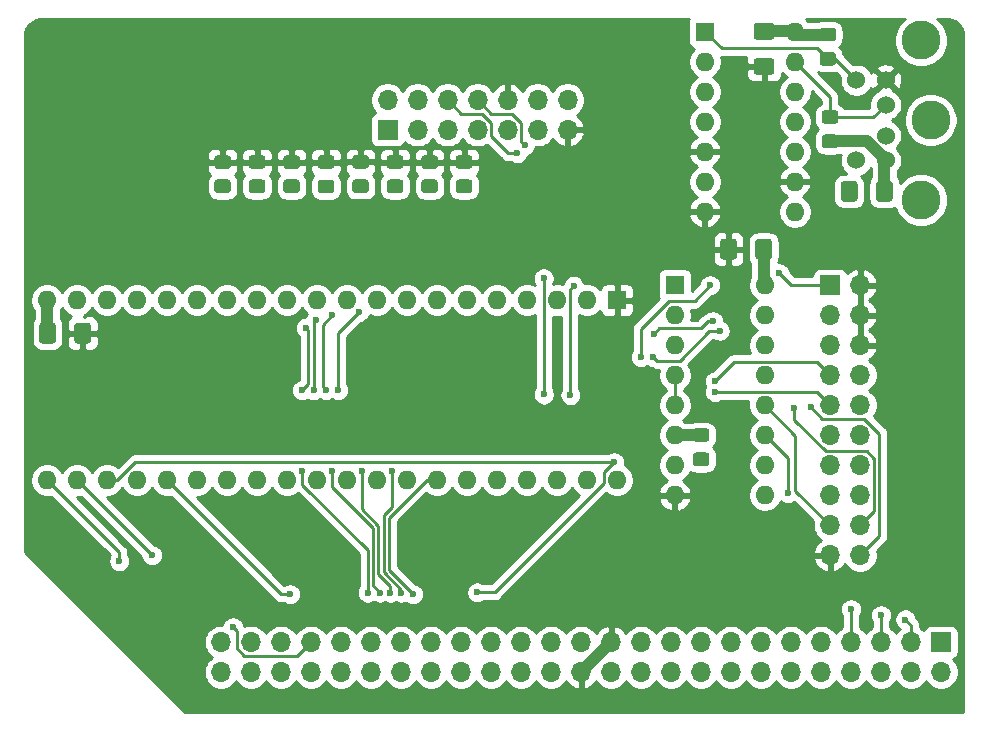
<source format=gbr>
%TF.GenerationSoftware,KiCad,Pcbnew,(5.1.6-0-10_14)*%
%TF.CreationDate,2021-03-04T16:26:44+01:00*%
%TF.ProjectId,io_board,696f5f62-6f61-4726-942e-6b696361645f,rev?*%
%TF.SameCoordinates,Original*%
%TF.FileFunction,Copper,L2,Bot*%
%TF.FilePolarity,Positive*%
%FSLAX46Y46*%
G04 Gerber Fmt 4.6, Leading zero omitted, Abs format (unit mm)*
G04 Created by KiCad (PCBNEW (5.1.6-0-10_14)) date 2021-03-04 16:26:44*
%MOMM*%
%LPD*%
G01*
G04 APERTURE LIST*
%TA.AperFunction,ComponentPad*%
%ADD10O,1.600000X1.600000*%
%TD*%
%TA.AperFunction,ComponentPad*%
%ADD11R,1.600000X1.600000*%
%TD*%
%TA.AperFunction,ComponentPad*%
%ADD12O,1.700000X1.700000*%
%TD*%
%TA.AperFunction,ComponentPad*%
%ADD13R,1.700000X1.700000*%
%TD*%
%TA.AperFunction,ComponentPad*%
%ADD14C,3.300000*%
%TD*%
%TA.AperFunction,ComponentPad*%
%ADD15C,1.524000*%
%TD*%
%TA.AperFunction,ViaPad*%
%ADD16C,0.800000*%
%TD*%
%TA.AperFunction,ViaPad*%
%ADD17C,0.600000*%
%TD*%
%TA.AperFunction,Conductor*%
%ADD18C,1.000000*%
%TD*%
%TA.AperFunction,Conductor*%
%ADD19C,0.250000*%
%TD*%
%TA.AperFunction,Conductor*%
%ADD20C,0.254000*%
%TD*%
G04 APERTURE END LIST*
%TO.P,C3,2*%
%TO.N,GND*%
%TA.AperFunction,SMDPad,CuDef*%
G36*
G01*
X62621000Y56057500D02*
X63871000Y56057500D01*
G75*
G02*
X64121000Y55807500I0J-250000D01*
G01*
X64121000Y54882500D01*
G75*
G02*
X63871000Y54632500I-250000J0D01*
G01*
X62621000Y54632500D01*
G75*
G02*
X62371000Y54882500I0J250000D01*
G01*
X62371000Y55807500D01*
G75*
G02*
X62621000Y56057500I250000J0D01*
G01*
G37*
%TD.AperFunction*%
%TO.P,C3,1*%
%TO.N,+5V*%
%TA.AperFunction,SMDPad,CuDef*%
G36*
G01*
X62621000Y59032500D02*
X63871000Y59032500D01*
G75*
G02*
X64121000Y58782500I0J-250000D01*
G01*
X64121000Y57857500D01*
G75*
G02*
X63871000Y57607500I-250000J0D01*
G01*
X62621000Y57607500D01*
G75*
G02*
X62371000Y57857500I0J250000D01*
G01*
X62371000Y58782500D01*
G75*
G02*
X62621000Y59032500I250000J0D01*
G01*
G37*
%TD.AperFunction*%
%TD*%
D10*
%TO.P,U1,16*%
%TO.N,+5V*%
X63309500Y36830000D03*
%TO.P,U1,8*%
%TO.N,GND*%
X55689500Y19050000D03*
%TO.P,U1,15*%
%TO.N,Net-(U1-Pad15)*%
X63309500Y34290000D03*
%TO.P,U1,7*%
%TO.N,/SS1*%
X55689500Y21590000D03*
%TO.P,U1,14*%
%TO.N,/SS7*%
X63309500Y31750000D03*
%TO.P,U1,6*%
%TO.N,Net-(R4-Pad2)*%
X55689500Y24130000D03*
%TO.P,U1,13*%
%TO.N,/SS6*%
X63309500Y29210000D03*
%TO.P,U1,5*%
%TO.N,~SLOT_SEL~*%
X55689500Y26670000D03*
%TO.P,U1,12*%
%TO.N,/SS5*%
X63309500Y26670000D03*
%TO.P,U1,4*%
%TO.N,~SLOT_SEL~*%
X55689500Y29210000D03*
%TO.P,U1,11*%
%TO.N,/SS4*%
X63309500Y24130000D03*
%TO.P,U1,3*%
%TO.N,LED3*%
X55689500Y31750000D03*
%TO.P,U1,10*%
%TO.N,/SS3*%
X63309500Y21590000D03*
%TO.P,U1,2*%
%TO.N,LED2*%
X55689500Y34290000D03*
%TO.P,U1,9*%
%TO.N,/SS2*%
X63309500Y19050000D03*
D11*
%TO.P,U1,1*%
%TO.N,LED1*%
X55689500Y36830000D03*
%TD*%
D10*
%TO.P,U3,14*%
%TO.N,+5V*%
X65849500Y58293000D03*
%TO.P,U3,7*%
%TO.N,GND*%
X58229500Y43053000D03*
%TO.P,U3,13*%
%TO.N,PS2_DATA*%
X65849500Y55753000D03*
%TO.P,U3,6*%
%TO.N,Net-(U3-Pad6)*%
X58229500Y45593000D03*
%TO.P,U3,12*%
%TO.N,Net-(U3-Pad11)*%
X65849500Y53213000D03*
%TO.P,U3,5*%
%TO.N,GND*%
X58229500Y48133000D03*
%TO.P,U3,11*%
%TO.N,Net-(U3-Pad11)*%
X65849500Y50673000D03*
%TO.P,U3,4*%
%TO.N,Net-(U2-Pad19)*%
X58229500Y50673000D03*
%TO.P,U3,10*%
%TO.N,Net-(U2-Pad17)*%
X65849500Y48133000D03*
%TO.P,U3,3*%
%TO.N,Net-(U3-Pad2)*%
X58229500Y53213000D03*
%TO.P,U3,9*%
%TO.N,GND*%
X65849500Y45593000D03*
%TO.P,U3,2*%
%TO.N,Net-(U3-Pad2)*%
X58229500Y55753000D03*
%TO.P,U3,8*%
%TO.N,Net-(U3-Pad8)*%
X65849500Y43053000D03*
D11*
%TO.P,U3,1*%
%TO.N,Net-(J3-Pad5)*%
X58229500Y58293000D03*
%TD*%
%TO.P,C2,2*%
%TO.N,Net-(C2-Pad2)*%
%TA.AperFunction,SMDPad,CuDef*%
G36*
G01*
X71170500Y45392500D02*
X71170500Y44142500D01*
G75*
G02*
X70920500Y43892500I-250000J0D01*
G01*
X69995500Y43892500D01*
G75*
G02*
X69745500Y44142500I0J250000D01*
G01*
X69745500Y45392500D01*
G75*
G02*
X69995500Y45642500I250000J0D01*
G01*
X70920500Y45642500D01*
G75*
G02*
X71170500Y45392500I0J-250000D01*
G01*
G37*
%TD.AperFunction*%
%TO.P,C2,1*%
%TO.N,+5V*%
%TA.AperFunction,SMDPad,CuDef*%
G36*
G01*
X74145500Y45392500D02*
X74145500Y44142500D01*
G75*
G02*
X73895500Y43892500I-250000J0D01*
G01*
X72970500Y43892500D01*
G75*
G02*
X72720500Y44142500I0J250000D01*
G01*
X72720500Y45392500D01*
G75*
G02*
X72970500Y45642500I250000J0D01*
G01*
X73895500Y45642500D01*
G75*
G02*
X74145500Y45392500I0J-250000D01*
G01*
G37*
%TD.AperFunction*%
%TD*%
%TO.P,R12,2*%
%TO.N,GND*%
%TA.AperFunction,SMDPad,CuDef*%
G36*
G01*
X17849001Y46678000D02*
X16948999Y46678000D01*
G75*
G02*
X16699000Y46927999I0J249999D01*
G01*
X16699000Y47578001D01*
G75*
G02*
X16948999Y47828000I249999J0D01*
G01*
X17849001Y47828000D01*
G75*
G02*
X18099000Y47578001I0J-249999D01*
G01*
X18099000Y46927999D01*
G75*
G02*
X17849001Y46678000I-249999J0D01*
G01*
G37*
%TD.AperFunction*%
%TO.P,R12,1*%
%TO.N,Net-(D8-Pad2)*%
%TA.AperFunction,SMDPad,CuDef*%
G36*
G01*
X17849001Y44628000D02*
X16948999Y44628000D01*
G75*
G02*
X16699000Y44877999I0J249999D01*
G01*
X16699000Y45528001D01*
G75*
G02*
X16948999Y45778000I249999J0D01*
G01*
X17849001Y45778000D01*
G75*
G02*
X18099000Y45528001I0J-249999D01*
G01*
X18099000Y44877999D01*
G75*
G02*
X17849001Y44628000I-249999J0D01*
G01*
G37*
%TD.AperFunction*%
%TD*%
%TO.P,R11,2*%
%TO.N,GND*%
%TA.AperFunction,SMDPad,CuDef*%
G36*
G01*
X20770001Y46678000D02*
X19869999Y46678000D01*
G75*
G02*
X19620000Y46927999I0J249999D01*
G01*
X19620000Y47578001D01*
G75*
G02*
X19869999Y47828000I249999J0D01*
G01*
X20770001Y47828000D01*
G75*
G02*
X21020000Y47578001I0J-249999D01*
G01*
X21020000Y46927999D01*
G75*
G02*
X20770001Y46678000I-249999J0D01*
G01*
G37*
%TD.AperFunction*%
%TO.P,R11,1*%
%TO.N,Net-(D7-Pad2)*%
%TA.AperFunction,SMDPad,CuDef*%
G36*
G01*
X20770001Y44628000D02*
X19869999Y44628000D01*
G75*
G02*
X19620000Y44877999I0J249999D01*
G01*
X19620000Y45528001D01*
G75*
G02*
X19869999Y45778000I249999J0D01*
G01*
X20770001Y45778000D01*
G75*
G02*
X21020000Y45528001I0J-249999D01*
G01*
X21020000Y44877999D01*
G75*
G02*
X20770001Y44628000I-249999J0D01*
G01*
G37*
%TD.AperFunction*%
%TD*%
%TO.P,R10,2*%
%TO.N,GND*%
%TA.AperFunction,SMDPad,CuDef*%
G36*
G01*
X23691001Y46678000D02*
X22790999Y46678000D01*
G75*
G02*
X22541000Y46927999I0J249999D01*
G01*
X22541000Y47578001D01*
G75*
G02*
X22790999Y47828000I249999J0D01*
G01*
X23691001Y47828000D01*
G75*
G02*
X23941000Y47578001I0J-249999D01*
G01*
X23941000Y46927999D01*
G75*
G02*
X23691001Y46678000I-249999J0D01*
G01*
G37*
%TD.AperFunction*%
%TO.P,R10,1*%
%TO.N,Net-(D6-Pad2)*%
%TA.AperFunction,SMDPad,CuDef*%
G36*
G01*
X23691001Y44628000D02*
X22790999Y44628000D01*
G75*
G02*
X22541000Y44877999I0J249999D01*
G01*
X22541000Y45528001D01*
G75*
G02*
X22790999Y45778000I249999J0D01*
G01*
X23691001Y45778000D01*
G75*
G02*
X23941000Y45528001I0J-249999D01*
G01*
X23941000Y44877999D01*
G75*
G02*
X23691001Y44628000I-249999J0D01*
G01*
G37*
%TD.AperFunction*%
%TD*%
%TO.P,R9,2*%
%TO.N,GND*%
%TA.AperFunction,SMDPad,CuDef*%
G36*
G01*
X26612001Y46669000D02*
X25711999Y46669000D01*
G75*
G02*
X25462000Y46918999I0J249999D01*
G01*
X25462000Y47569001D01*
G75*
G02*
X25711999Y47819000I249999J0D01*
G01*
X26612001Y47819000D01*
G75*
G02*
X26862000Y47569001I0J-249999D01*
G01*
X26862000Y46918999D01*
G75*
G02*
X26612001Y46669000I-249999J0D01*
G01*
G37*
%TD.AperFunction*%
%TO.P,R9,1*%
%TO.N,Net-(D5-Pad2)*%
%TA.AperFunction,SMDPad,CuDef*%
G36*
G01*
X26612001Y44619000D02*
X25711999Y44619000D01*
G75*
G02*
X25462000Y44868999I0J249999D01*
G01*
X25462000Y45519001D01*
G75*
G02*
X25711999Y45769000I249999J0D01*
G01*
X26612001Y45769000D01*
G75*
G02*
X26862000Y45519001I0J-249999D01*
G01*
X26862000Y44868999D01*
G75*
G02*
X26612001Y44619000I-249999J0D01*
G01*
G37*
%TD.AperFunction*%
%TD*%
%TO.P,R8,2*%
%TO.N,GND*%
%TA.AperFunction,SMDPad,CuDef*%
G36*
G01*
X29533001Y46687000D02*
X28632999Y46687000D01*
G75*
G02*
X28383000Y46936999I0J249999D01*
G01*
X28383000Y47587001D01*
G75*
G02*
X28632999Y47837000I249999J0D01*
G01*
X29533001Y47837000D01*
G75*
G02*
X29783000Y47587001I0J-249999D01*
G01*
X29783000Y46936999D01*
G75*
G02*
X29533001Y46687000I-249999J0D01*
G01*
G37*
%TD.AperFunction*%
%TO.P,R8,1*%
%TO.N,Net-(D4-Pad2)*%
%TA.AperFunction,SMDPad,CuDef*%
G36*
G01*
X29533001Y44637000D02*
X28632999Y44637000D01*
G75*
G02*
X28383000Y44886999I0J249999D01*
G01*
X28383000Y45537001D01*
G75*
G02*
X28632999Y45787000I249999J0D01*
G01*
X29533001Y45787000D01*
G75*
G02*
X29783000Y45537001I0J-249999D01*
G01*
X29783000Y44886999D01*
G75*
G02*
X29533001Y44637000I-249999J0D01*
G01*
G37*
%TD.AperFunction*%
%TD*%
%TO.P,R7,2*%
%TO.N,GND*%
%TA.AperFunction,SMDPad,CuDef*%
G36*
G01*
X32454001Y46678000D02*
X31553999Y46678000D01*
G75*
G02*
X31304000Y46927999I0J249999D01*
G01*
X31304000Y47578001D01*
G75*
G02*
X31553999Y47828000I249999J0D01*
G01*
X32454001Y47828000D01*
G75*
G02*
X32704000Y47578001I0J-249999D01*
G01*
X32704000Y46927999D01*
G75*
G02*
X32454001Y46678000I-249999J0D01*
G01*
G37*
%TD.AperFunction*%
%TO.P,R7,1*%
%TO.N,Net-(D3-Pad2)*%
%TA.AperFunction,SMDPad,CuDef*%
G36*
G01*
X32454001Y44628000D02*
X31553999Y44628000D01*
G75*
G02*
X31304000Y44877999I0J249999D01*
G01*
X31304000Y45528001D01*
G75*
G02*
X31553999Y45778000I249999J0D01*
G01*
X32454001Y45778000D01*
G75*
G02*
X32704000Y45528001I0J-249999D01*
G01*
X32704000Y44877999D01*
G75*
G02*
X32454001Y44628000I-249999J0D01*
G01*
G37*
%TD.AperFunction*%
%TD*%
%TO.P,R6,2*%
%TO.N,GND*%
%TA.AperFunction,SMDPad,CuDef*%
G36*
G01*
X35375001Y46678000D02*
X34474999Y46678000D01*
G75*
G02*
X34225000Y46927999I0J249999D01*
G01*
X34225000Y47578001D01*
G75*
G02*
X34474999Y47828000I249999J0D01*
G01*
X35375001Y47828000D01*
G75*
G02*
X35625000Y47578001I0J-249999D01*
G01*
X35625000Y46927999D01*
G75*
G02*
X35375001Y46678000I-249999J0D01*
G01*
G37*
%TD.AperFunction*%
%TO.P,R6,1*%
%TO.N,Net-(D2-Pad2)*%
%TA.AperFunction,SMDPad,CuDef*%
G36*
G01*
X35375001Y44628000D02*
X34474999Y44628000D01*
G75*
G02*
X34225000Y44877999I0J249999D01*
G01*
X34225000Y45528001D01*
G75*
G02*
X34474999Y45778000I249999J0D01*
G01*
X35375001Y45778000D01*
G75*
G02*
X35625000Y45528001I0J-249999D01*
G01*
X35625000Y44877999D01*
G75*
G02*
X35375001Y44628000I-249999J0D01*
G01*
G37*
%TD.AperFunction*%
%TD*%
%TO.P,R5,2*%
%TO.N,GND*%
%TA.AperFunction,SMDPad,CuDef*%
G36*
G01*
X38296001Y46678000D02*
X37395999Y46678000D01*
G75*
G02*
X37146000Y46927999I0J249999D01*
G01*
X37146000Y47578001D01*
G75*
G02*
X37395999Y47828000I249999J0D01*
G01*
X38296001Y47828000D01*
G75*
G02*
X38546000Y47578001I0J-249999D01*
G01*
X38546000Y46927999D01*
G75*
G02*
X38296001Y46678000I-249999J0D01*
G01*
G37*
%TD.AperFunction*%
%TO.P,R5,1*%
%TO.N,Net-(D1-Pad2)*%
%TA.AperFunction,SMDPad,CuDef*%
G36*
G01*
X38296001Y44628000D02*
X37395999Y44628000D01*
G75*
G02*
X37146000Y44877999I0J249999D01*
G01*
X37146000Y45528001D01*
G75*
G02*
X37395999Y45778000I249999J0D01*
G01*
X38296001Y45778000D01*
G75*
G02*
X38546000Y45528001I0J-249999D01*
G01*
X38546000Y44877999D01*
G75*
G02*
X38296001Y44628000I-249999J0D01*
G01*
G37*
%TD.AperFunction*%
%TD*%
D10*
%TO.P,U2,40*%
%TO.N,/CA1*%
X50800000Y20320000D03*
%TO.P,U2,20*%
%TO.N,+5V*%
X2540000Y35560000D03*
%TO.P,U2,39*%
%TO.N,/CA2*%
X48260000Y20320000D03*
%TO.P,U2,19*%
%TO.N,Net-(U2-Pad19)*%
X5080000Y35560000D03*
%TO.P,U2,38*%
%TO.N,A0*%
X45720000Y20320000D03*
%TO.P,U2,18*%
%TO.N,~SINT~*%
X7620000Y35560000D03*
%TO.P,U2,37*%
%TO.N,A1*%
X43180000Y20320000D03*
%TO.P,U2,17*%
%TO.N,Net-(U2-Pad17)*%
X10160000Y35560000D03*
%TO.P,U2,36*%
%TO.N,A2*%
X40640000Y20320000D03*
%TO.P,U2,16*%
%TO.N,~CONF~*%
X12700000Y35560000D03*
%TO.P,U2,35*%
%TO.N,A3*%
X38100000Y20320000D03*
%TO.P,U2,15*%
%TO.N,MOSI*%
X15240000Y35560000D03*
%TO.P,U2,34*%
%TO.N,~RESET~*%
X35560000Y20320000D03*
%TO.P,U2,14*%
%TO.N,MISO*%
X17780000Y35560000D03*
%TO.P,U2,33*%
%TO.N,D0*%
X33020000Y20320000D03*
%TO.P,U2,13*%
%TO.N,LED4*%
X20320000Y35560000D03*
%TO.P,U2,32*%
%TO.N,D1*%
X30480000Y20320000D03*
%TO.P,U2,12*%
%TO.N,LED3*%
X22860000Y35560000D03*
%TO.P,U2,31*%
%TO.N,D2*%
X27940000Y20320000D03*
%TO.P,U2,11*%
%TO.N,LED2*%
X25400000Y35560000D03*
%TO.P,U2,30*%
%TO.N,D3*%
X25400000Y20320000D03*
%TO.P,U2,10*%
%TO.N,LED1*%
X27940000Y35560000D03*
%TO.P,U2,29*%
%TO.N,D4*%
X22860000Y20320000D03*
%TO.P,U2,9*%
%TO.N,/PA7*%
X30480000Y35560000D03*
%TO.P,U2,28*%
%TO.N,D5*%
X20320000Y20320000D03*
%TO.P,U2,8*%
%TO.N,/PA6*%
X33020000Y35560000D03*
%TO.P,U2,27*%
%TO.N,D6*%
X17780000Y20320000D03*
%TO.P,U2,7*%
%TO.N,/PA5*%
X35560000Y35560000D03*
%TO.P,U2,26*%
%TO.N,D7*%
X15240000Y20320000D03*
%TO.P,U2,6*%
%TO.N,/PA4*%
X38100000Y35560000D03*
%TO.P,U2,25*%
%TO.N,CLK_12M*%
X12700000Y20320000D03*
%TO.P,U2,5*%
%TO.N,/PA3*%
X40640000Y35560000D03*
%TO.P,U2,24*%
%TO.N,Net-(R3-Pad2)*%
X10160000Y20320000D03*
%TO.P,U2,4*%
%TO.N,/PA2*%
X43180000Y35560000D03*
%TO.P,U2,23*%
%TO.N,~SLOT_SEL~*%
X7620000Y20320000D03*
%TO.P,U2,3*%
%TO.N,/PA1*%
X45720000Y35560000D03*
%TO.P,U2,22*%
%TO.N,R~W~*%
X5080000Y20320000D03*
%TO.P,U2,2*%
%TO.N,/PA0*%
X48260000Y35560000D03*
%TO.P,U2,21*%
%TO.N,~SLOT_IRQ~*%
X2540000Y20320000D03*
D11*
%TO.P,U2,1*%
%TO.N,GND*%
X50800000Y35560000D03*
%TD*%
%TO.P,R4,2*%
%TO.N,Net-(R4-Pad2)*%
%TA.AperFunction,SMDPad,CuDef*%
G36*
G01*
X58362001Y23564000D02*
X57461999Y23564000D01*
G75*
G02*
X57212000Y23813999I0J249999D01*
G01*
X57212000Y24464001D01*
G75*
G02*
X57461999Y24714000I249999J0D01*
G01*
X58362001Y24714000D01*
G75*
G02*
X58612000Y24464001I0J-249999D01*
G01*
X58612000Y23813999D01*
G75*
G02*
X58362001Y23564000I-249999J0D01*
G01*
G37*
%TD.AperFunction*%
%TO.P,R4,1*%
%TO.N,+5V*%
%TA.AperFunction,SMDPad,CuDef*%
G36*
G01*
X58362001Y21514000D02*
X57461999Y21514000D01*
G75*
G02*
X57212000Y21763999I0J249999D01*
G01*
X57212000Y22414001D01*
G75*
G02*
X57461999Y22664000I249999J0D01*
G01*
X58362001Y22664000D01*
G75*
G02*
X58612000Y22414001I0J-249999D01*
G01*
X58612000Y21763999D01*
G75*
G02*
X58362001Y21514000I-249999J0D01*
G01*
G37*
%TD.AperFunction*%
%TD*%
%TO.P,R2,2*%
%TO.N,PS2_DATA*%
%TA.AperFunction,SMDPad,CuDef*%
G36*
G01*
X69284001Y50488000D02*
X68383999Y50488000D01*
G75*
G02*
X68134000Y50737999I0J249999D01*
G01*
X68134000Y51388001D01*
G75*
G02*
X68383999Y51638000I249999J0D01*
G01*
X69284001Y51638000D01*
G75*
G02*
X69534000Y51388001I0J-249999D01*
G01*
X69534000Y50737999D01*
G75*
G02*
X69284001Y50488000I-249999J0D01*
G01*
G37*
%TD.AperFunction*%
%TO.P,R2,1*%
%TO.N,+5V*%
%TA.AperFunction,SMDPad,CuDef*%
G36*
G01*
X69284001Y48438000D02*
X68383999Y48438000D01*
G75*
G02*
X68134000Y48687999I0J249999D01*
G01*
X68134000Y49338001D01*
G75*
G02*
X68383999Y49588000I249999J0D01*
G01*
X69284001Y49588000D01*
G75*
G02*
X69534000Y49338001I0J-249999D01*
G01*
X69534000Y48687999D01*
G75*
G02*
X69284001Y48438000I-249999J0D01*
G01*
G37*
%TD.AperFunction*%
%TD*%
%TO.P,R1,2*%
%TO.N,Net-(J3-Pad5)*%
%TA.AperFunction,SMDPad,CuDef*%
G36*
G01*
X68193499Y56573000D02*
X69093501Y56573000D01*
G75*
G02*
X69343500Y56323001I0J-249999D01*
G01*
X69343500Y55672999D01*
G75*
G02*
X69093501Y55423000I-249999J0D01*
G01*
X68193499Y55423000D01*
G75*
G02*
X67943500Y55672999I0J249999D01*
G01*
X67943500Y56323001D01*
G75*
G02*
X68193499Y56573000I249999J0D01*
G01*
G37*
%TD.AperFunction*%
%TO.P,R1,1*%
%TO.N,+5V*%
%TA.AperFunction,SMDPad,CuDef*%
G36*
G01*
X68193499Y58623000D02*
X69093501Y58623000D01*
G75*
G02*
X69343500Y58373001I0J-249999D01*
G01*
X69343500Y57722999D01*
G75*
G02*
X69093501Y57473000I-249999J0D01*
G01*
X68193499Y57473000D01*
G75*
G02*
X67943500Y57722999I0J249999D01*
G01*
X67943500Y58373001D01*
G75*
G02*
X68193499Y58623000I249999J0D01*
G01*
G37*
%TD.AperFunction*%
%TD*%
D12*
%TO.P,J4,20*%
%TO.N,/SS7*%
X71374000Y13970000D03*
%TO.P,J4,19*%
%TO.N,GND*%
X68834000Y13970000D03*
%TO.P,J4,18*%
%TO.N,/SS6*%
X71374000Y16510000D03*
%TO.P,J4,17*%
%TO.N,/SS5*%
X68834000Y16510000D03*
%TO.P,J4,16*%
%TO.N,GND*%
X71374000Y19050000D03*
%TO.P,J4,15*%
%TO.N,/SS4*%
X68834000Y19050000D03*
%TO.P,J4,14*%
%TO.N,/SS3*%
X71374000Y21590000D03*
%TO.P,J4,13*%
%TO.N,Net-(J4-Pad13)*%
X68834000Y21590000D03*
%TO.P,J4,12*%
%TO.N,/SS2*%
X71374000Y24130000D03*
%TO.P,J4,11*%
%TO.N,/SS1*%
X68834000Y24130000D03*
%TO.P,J4,10*%
%TO.N,+5V*%
X71374000Y26670000D03*
%TO.P,J4,9*%
%TO.N,~SINT~*%
X68834000Y26670000D03*
%TO.P,J4,8*%
%TO.N,+5V*%
X71374000Y29210000D03*
%TO.P,J4,7*%
%TO.N,MISO*%
X68834000Y29210000D03*
%TO.P,J4,6*%
%TO.N,GND*%
X71374000Y31750000D03*
%TO.P,J4,5*%
%TO.N,MOSI*%
X68834000Y31750000D03*
%TO.P,J4,4*%
%TO.N,GND*%
X71374000Y34290000D03*
%TO.P,J4,3*%
%TO.N,LED4*%
X68834000Y34290000D03*
%TO.P,J4,2*%
%TO.N,GND*%
X71374000Y36830000D03*
D13*
%TO.P,J4,1*%
%TO.N,~CONF~*%
X68834000Y36830000D03*
%TD*%
D14*
%TO.P,J3,7*%
%TO.N,N/C*%
X77342000Y50800000D03*
D15*
%TO.P,J3,1*%
%TO.N,PS2_DATA*%
X73542000Y52100000D03*
%TO.P,J3,2*%
%TO.N,Net-(J3-Pad2)*%
X73542000Y49500000D03*
%TO.P,J3,5*%
%TO.N,Net-(J3-Pad5)*%
X71042000Y54200000D03*
%TO.P,J3,3*%
%TO.N,GND*%
X73542000Y54200000D03*
%TO.P,J3,6*%
%TO.N,Net-(J3-Pad6)*%
X71042000Y47400000D03*
%TO.P,J3,4*%
%TO.N,+5V*%
X73542000Y47400000D03*
D14*
%TO.P,J3,7*%
%TO.N,N/C*%
X76542000Y44050000D03*
X76542000Y57550000D03*
%TD*%
D12*
%TO.P,J2,14*%
%TO.N,/PA6*%
X46609000Y52514500D03*
%TO.P,J2,13*%
%TO.N,GND*%
X46609000Y49974500D03*
%TO.P,J2,12*%
%TO.N,/PA7*%
X44069000Y52514500D03*
%TO.P,J2,11*%
%TO.N,/PA0*%
X44069000Y49974500D03*
%TO.P,J2,10*%
%TO.N,GND*%
X41529000Y52514500D03*
%TO.P,J2,9*%
%TO.N,/PA1*%
X41529000Y49974500D03*
%TO.P,J2,8*%
%TO.N,/CA1*%
X38989000Y52514500D03*
%TO.P,J2,7*%
%TO.N,/PA2*%
X38989000Y49974500D03*
%TO.P,J2,6*%
%TO.N,/CA2*%
X36449000Y52514500D03*
%TO.P,J2,5*%
%TO.N,/PA3*%
X36449000Y49974500D03*
%TO.P,J2,4*%
%TO.N,+5V*%
X33909000Y52514500D03*
%TO.P,J2,3*%
%TO.N,/PA4*%
X33909000Y49974500D03*
%TO.P,J2,2*%
%TO.N,+5V*%
X31369000Y52514500D03*
D13*
%TO.P,J2,1*%
%TO.N,/PA5*%
X31369000Y49974500D03*
%TD*%
%TO.P,C4,2*%
%TO.N,GND*%
%TA.AperFunction,SMDPad,CuDef*%
G36*
G01*
X4839000Y32141000D02*
X4839000Y33391000D01*
G75*
G02*
X5089000Y33641000I250000J0D01*
G01*
X6014000Y33641000D01*
G75*
G02*
X6264000Y33391000I0J-250000D01*
G01*
X6264000Y32141000D01*
G75*
G02*
X6014000Y31891000I-250000J0D01*
G01*
X5089000Y31891000D01*
G75*
G02*
X4839000Y32141000I0J250000D01*
G01*
G37*
%TD.AperFunction*%
%TO.P,C4,1*%
%TO.N,+5V*%
%TA.AperFunction,SMDPad,CuDef*%
G36*
G01*
X1864000Y32141000D02*
X1864000Y33391000D01*
G75*
G02*
X2114000Y33641000I250000J0D01*
G01*
X3039000Y33641000D01*
G75*
G02*
X3289000Y33391000I0J-250000D01*
G01*
X3289000Y32141000D01*
G75*
G02*
X3039000Y31891000I-250000J0D01*
G01*
X2114000Y31891000D01*
G75*
G02*
X1864000Y32141000I0J250000D01*
G01*
G37*
%TD.AperFunction*%
%TD*%
%TO.P,C1,2*%
%TO.N,GND*%
%TA.AperFunction,SMDPad,CuDef*%
G36*
G01*
X60947000Y40503000D02*
X60947000Y39253000D01*
G75*
G02*
X60697000Y39003000I-250000J0D01*
G01*
X59772000Y39003000D01*
G75*
G02*
X59522000Y39253000I0J250000D01*
G01*
X59522000Y40503000D01*
G75*
G02*
X59772000Y40753000I250000J0D01*
G01*
X60697000Y40753000D01*
G75*
G02*
X60947000Y40503000I0J-250000D01*
G01*
G37*
%TD.AperFunction*%
%TO.P,C1,1*%
%TO.N,+5V*%
%TA.AperFunction,SMDPad,CuDef*%
G36*
G01*
X63922000Y40503000D02*
X63922000Y39253000D01*
G75*
G02*
X63672000Y39003000I-250000J0D01*
G01*
X62747000Y39003000D01*
G75*
G02*
X62497000Y39253000I0J250000D01*
G01*
X62497000Y40503000D01*
G75*
G02*
X62747000Y40753000I250000J0D01*
G01*
X63672000Y40753000D01*
G75*
G02*
X63922000Y40503000I0J-250000D01*
G01*
G37*
%TD.AperFunction*%
%TD*%
D12*
%TO.P,J1,50*%
%TO.N,~NMI~*%
X17272000Y4064000D03*
%TO.P,J1,49*%
%TO.N,~RESET~*%
X17272000Y6604000D03*
%TO.P,J1,48*%
%TO.N,~SLOT_IRQ~*%
X19812000Y4064000D03*
%TO.P,J1,47*%
%TO.N,SYNC*%
X19812000Y6604000D03*
%TO.P,J1,46*%
%TO.N,EX3*%
X22352000Y4064000D03*
%TO.P,J1,45*%
%TO.N,~IRQ~*%
X22352000Y6604000D03*
%TO.P,J1,44*%
%TO.N,EX2*%
X24892000Y4064000D03*
%TO.P,J1,43*%
%TO.N,R~W~*%
X24892000Y6604000D03*
%TO.P,J1,42*%
%TO.N,CLK_12M*%
X27432000Y4064000D03*
%TO.P,J1,41*%
%TO.N,CLK*%
X27432000Y6604000D03*
%TO.P,J1,40*%
%TO.N,LED4*%
X29972000Y4064000D03*
%TO.P,J1,39*%
%TO.N,BE*%
X29972000Y6604000D03*
%TO.P,J1,38*%
%TO.N,LED3*%
X32512000Y4064000D03*
%TO.P,J1,37*%
%TO.N,RDY*%
X32512000Y6604000D03*
%TO.P,J1,36*%
%TO.N,LED2*%
X35052000Y4064000D03*
%TO.P,J1,35*%
%TO.N,A15*%
X35052000Y6604000D03*
%TO.P,J1,34*%
%TO.N,LED1*%
X37592000Y4064000D03*
%TO.P,J1,33*%
%TO.N,A14*%
X37592000Y6604000D03*
%TO.P,J1,32*%
%TO.N,~SLOT_SEL~*%
X40132000Y4064000D03*
%TO.P,J1,31*%
%TO.N,A13*%
X40132000Y6604000D03*
%TO.P,J1,30*%
%TO.N,~INH~*%
X42672000Y4064000D03*
%TO.P,J1,29*%
%TO.N,A12*%
X42672000Y6604000D03*
%TO.P,J1,28*%
%TO.N,~SSEL~*%
X45212000Y4064000D03*
%TO.P,J1,27*%
%TO.N,A11*%
X45212000Y6604000D03*
%TO.P,J1,26*%
%TO.N,GND*%
X47752000Y4064000D03*
%TO.P,J1,25*%
%TO.N,+5V*%
X47752000Y6604000D03*
%TO.P,J1,24*%
X50292000Y4064000D03*
%TO.P,J1,23*%
%TO.N,GND*%
X50292000Y6604000D03*
%TO.P,J1,22*%
%TO.N,~SLOW~*%
X52832000Y4064000D03*
%TO.P,J1,21*%
%TO.N,A10*%
X52832000Y6604000D03*
%TO.P,J1,20*%
%TO.N,EX1*%
X55372000Y4064000D03*
%TO.P,J1,19*%
%TO.N,A9*%
X55372000Y6604000D03*
%TO.P,J1,18*%
%TO.N,EX0*%
X57912000Y4064000D03*
%TO.P,J1,17*%
%TO.N,A8*%
X57912000Y6604000D03*
%TO.P,J1,16*%
%TO.N,D7*%
X60452000Y4064000D03*
%TO.P,J1,15*%
%TO.N,A7*%
X60452000Y6604000D03*
%TO.P,J1,14*%
%TO.N,D6*%
X62992000Y4064000D03*
%TO.P,J1,13*%
%TO.N,A6*%
X62992000Y6604000D03*
%TO.P,J1,12*%
%TO.N,D5*%
X65532000Y4064000D03*
%TO.P,J1,11*%
%TO.N,A5*%
X65532000Y6604000D03*
%TO.P,J1,10*%
%TO.N,D4*%
X68072000Y4064000D03*
%TO.P,J1,9*%
%TO.N,A4*%
X68072000Y6604000D03*
%TO.P,J1,8*%
%TO.N,D3*%
X70612000Y4064000D03*
%TO.P,J1,7*%
%TO.N,A3*%
X70612000Y6604000D03*
%TO.P,J1,6*%
%TO.N,D2*%
X73152000Y4064000D03*
%TO.P,J1,5*%
%TO.N,A2*%
X73152000Y6604000D03*
%TO.P,J1,4*%
%TO.N,D1*%
X75692000Y4064000D03*
%TO.P,J1,3*%
%TO.N,A1*%
X75692000Y6604000D03*
%TO.P,J1,2*%
%TO.N,D0*%
X78232000Y4064000D03*
D13*
%TO.P,J1,1*%
%TO.N,A0*%
X78232000Y6604000D03*
%TD*%
D16*
%TO.N,+5V*%
X57912000Y22098000D03*
D17*
%TO.N,A3*%
X70612000Y9398000D03*
%TO.N,A2*%
X73152000Y8890000D03*
%TO.N,A1*%
X75218047Y8522055D03*
%TO.N,CLK*%
X23114000Y10668000D03*
%TO.N,LED4*%
X24130000Y27940000D03*
X29689519Y10804990D03*
X24130000Y21082000D03*
X53906129Y32688767D03*
X58927995Y33782005D03*
X24436570Y33223929D03*
%TO.N,LED3*%
X25107987Y27940000D03*
X30743450Y10804990D03*
X26670000Y21082000D03*
X25273000Y33845500D03*
%TO.N,LED2*%
X26670000Y34290000D03*
X26162008Y27940000D03*
X31602346Y10804990D03*
X29210000Y21082000D03*
%TO.N,LED1*%
X27178000Y27940000D03*
X32509556Y10802546D03*
X31750000Y21082000D03*
X28956000Y34567076D03*
%TO.N,~RESET~*%
X33528000Y10668000D03*
%TO.N,R~W~*%
X11430000Y13970000D03*
X18288000Y7874000D03*
%TO.N,~SLOT_SEL~*%
X38956999Y10827001D03*
X50546000Y21844000D03*
%TO.N,/CA1*%
X46845001Y27541001D03*
X47117000Y36766500D03*
X42989500Y48704500D03*
%TO.N,/CA2*%
X44594999Y27576999D03*
X44577000Y37401500D03*
X42354500Y48006000D03*
%TO.N,~SINT~*%
X59072999Y27795001D03*
%TO.N,MOSI*%
X53848000Y30734000D03*
X59493694Y32962306D03*
%TO.N,MISO*%
X59072999Y28702000D03*
%TO.N,~CONF~*%
X52832000Y30734000D03*
X64516000Y37846000D03*
X58674000Y36830000D03*
%TO.N,/SS7*%
X67183000Y26479500D03*
%TO.N,/SS6*%
X65786000Y26416000D03*
%TO.N,/SS4*%
X65278000Y19240498D03*
%TO.N,~SLOT_IRQ~*%
X8655499Y13481499D03*
D16*
%TO.N,Net-(D1-Pad2)*%
X37846000Y45212000D03*
%TO.N,Net-(D2-Pad2)*%
X34925000Y45212000D03*
%TO.N,Net-(D3-Pad2)*%
X32004000Y45212000D03*
%TO.N,Net-(D4-Pad2)*%
X29083000Y45212000D03*
%TO.N,Net-(D5-Pad2)*%
X26162000Y45212000D03*
%TO.N,Net-(D6-Pad2)*%
X23241000Y45212000D03*
%TO.N,Net-(D7-Pad2)*%
X20320000Y45212000D03*
%TO.N,Net-(D8-Pad2)*%
X17399000Y45212000D03*
%TD*%
D18*
%TO.N,GND*%
X50292000Y6604000D02*
X47752000Y4064000D01*
%TO.N,+5V*%
X2576500Y35523500D02*
X2540000Y35560000D01*
X2576500Y32766000D02*
X2576500Y35523500D01*
X63209500Y36866500D02*
X63246000Y36830000D01*
X63209500Y39878000D02*
X63209500Y36866500D01*
X73433000Y47291000D02*
X73542000Y47400000D01*
X73433000Y44767500D02*
X73433000Y47291000D01*
X65822500Y58320000D02*
X65849500Y58293000D01*
X63246000Y58320000D02*
X65822500Y58320000D01*
X66094500Y58048000D02*
X65849500Y58293000D01*
X68643500Y58048000D02*
X66094500Y58048000D01*
X71929000Y49013000D02*
X73542000Y47400000D01*
X68834000Y49013000D02*
X71929000Y49013000D01*
D19*
%TO.N,A3*%
X70612000Y6604000D02*
X70612000Y9398000D01*
%TO.N,A2*%
X73152000Y6604000D02*
X73152000Y8890000D01*
%TO.N,A1*%
X75692000Y6604000D02*
X75692000Y8048102D01*
X75692000Y8048102D02*
X75218047Y8522055D01*
%TO.N,CLK*%
X12700000Y20320000D02*
X22352000Y10668000D01*
X22352000Y10668000D02*
X23114000Y10668000D01*
X23114000Y10668000D02*
X23114000Y10668000D01*
%TO.N,LED4*%
X54379314Y33161952D02*
X57883678Y33161952D01*
X58503731Y33782005D02*
X58927995Y33782005D01*
X53906129Y32688767D02*
X54379314Y33161952D01*
X57883678Y33161952D02*
X58503731Y33782005D01*
X24130000Y19939000D02*
X24130000Y21082000D01*
X29689519Y10804990D02*
X29689519Y14379481D01*
X29689519Y14379481D02*
X24130000Y19939000D01*
X24638000Y33022499D02*
X24436570Y33223929D01*
X24638000Y28448000D02*
X24638000Y33022499D01*
X24130000Y27940000D02*
X24638000Y28448000D01*
%TO.N,LED3*%
X26670000Y19748500D02*
X26670000Y21082000D01*
X30139530Y11408910D02*
X30139530Y16278970D01*
X30743450Y10804990D02*
X30139530Y11408910D01*
X30139530Y16278970D02*
X26670000Y19748500D01*
X25107987Y33680487D02*
X25273000Y33845500D01*
X25107987Y27940000D02*
X25107987Y33680487D01*
%TO.N,LED2*%
X31602346Y10804990D02*
X31602346Y11320832D01*
X30589541Y12333637D02*
X30589541Y16465370D01*
X30589541Y16465370D02*
X29210000Y17844910D01*
X31602346Y11320832D02*
X30589541Y12333637D01*
X29210000Y17844910D02*
X29210000Y21082000D01*
X26670000Y34290000D02*
X25862009Y33482009D01*
X25862009Y33482009D02*
X25862009Y28239999D01*
X25862009Y28239999D02*
X26162008Y27940000D01*
%TO.N,LED1*%
X32509556Y11050033D02*
X31045989Y12513600D01*
X31045989Y17331400D02*
X31750000Y18035410D01*
X32509556Y10802546D02*
X32509556Y11050033D01*
X31045989Y12513600D02*
X31045989Y17331400D01*
X31750000Y18035410D02*
X31750000Y21082000D01*
X27178000Y32789076D02*
X28956000Y34567076D01*
X27178000Y27940000D02*
X27178000Y32789076D01*
%TO.N,~RESET~*%
X31496000Y12700000D02*
X33528000Y10668000D01*
X34671000Y20320000D02*
X31496000Y17145000D01*
X35560000Y20320000D02*
X34671000Y20320000D01*
X31496000Y17145000D02*
X31496000Y12700000D01*
%TO.N,R~W~*%
X5080000Y20320000D02*
X11430000Y13970000D01*
X11430000Y13970000D02*
X11430000Y13970000D01*
X23716999Y5428999D02*
X24892000Y6604000D01*
X18587999Y6088999D02*
X19247999Y5428999D01*
X19247999Y5428999D02*
X23716999Y5428999D01*
X18587999Y7574001D02*
X18587999Y6088999D01*
X18288000Y7874000D02*
X18587999Y7574001D01*
%TO.N,~SLOT_SEL~*%
X49674999Y20069997D02*
X49674999Y20972999D01*
X40432003Y10827001D02*
X49674999Y20069997D01*
X38956999Y10827001D02*
X40432003Y10827001D01*
X49674999Y20972999D02*
X50546000Y21844000D01*
X50546000Y21844000D02*
X50546000Y21844000D01*
X8494998Y20320000D02*
X7620000Y20320000D01*
X10018998Y21844000D02*
X8494998Y20320000D01*
X50546000Y21844000D02*
X10018998Y21844000D01*
X55689500Y26670000D02*
X55689500Y29210000D01*
%TO.N,/CA1*%
X46845001Y36494501D02*
X47117000Y36766500D01*
X46845001Y27541001D02*
X46845001Y36494501D01*
X42704001Y50538501D02*
X41903003Y51339499D01*
X41903003Y51339499D02*
X40164001Y51339499D01*
X42704001Y48989999D02*
X42704001Y50538501D01*
X40164001Y51339499D02*
X38989000Y52514500D01*
X42989500Y48704500D02*
X42704001Y48989999D01*
%TO.N,/CA2*%
X44594999Y27576999D02*
X44594999Y27541001D01*
X44594999Y37383501D02*
X44577000Y37401500D01*
X44594999Y27576999D02*
X44594999Y37383501D01*
X37624001Y51339499D02*
X36449000Y52514500D01*
X40164001Y50538501D02*
X39363003Y51339499D01*
X40164001Y49434499D02*
X40164001Y50538501D01*
X41592500Y48006000D02*
X40164001Y49434499D01*
X39363003Y51339499D02*
X37624001Y51339499D01*
X42354500Y48006000D02*
X41592500Y48006000D01*
%TO.N,/PA2*%
X43180000Y35560000D02*
X43180000Y36062898D01*
%TO.N,/PA0*%
X48260000Y35560000D02*
X48722001Y36022001D01*
%TO.N,Net-(J3-Pad5)*%
X69244000Y55998000D02*
X68643500Y55998000D01*
X71042000Y54200000D02*
X69244000Y55998000D01*
X59644499Y56878001D02*
X58229500Y58293000D01*
X67763499Y56878001D02*
X59644499Y56878001D01*
X68643500Y55998000D02*
X67763499Y56878001D01*
%TO.N,~SINT~*%
X67708999Y27795001D02*
X68834000Y26670000D01*
X59072999Y27795001D02*
X67708999Y27795001D01*
%TO.N,MOSI*%
X58616306Y32962306D02*
X59493694Y32962306D01*
X56088001Y30434001D02*
X58616306Y32962306D01*
X54147999Y30434001D02*
X56088001Y30434001D01*
X53848000Y30734000D02*
X54147999Y30434001D01*
%TO.N,MISO*%
X60706000Y30335001D02*
X59072999Y28702000D01*
X68834000Y29210000D02*
X67708999Y30335001D01*
X67708999Y30335001D02*
X60706000Y30335001D01*
%TO.N,~CONF~*%
X65532000Y36830000D02*
X64516000Y37846000D01*
X68834000Y36830000D02*
X65532000Y36830000D01*
X55184999Y35514001D02*
X57358001Y35514001D01*
X52832000Y30734000D02*
X52832000Y33161002D01*
X57358001Y35514001D02*
X58674000Y36830000D01*
X52832000Y33161002D02*
X55184999Y35514001D01*
D18*
%TO.N,Net-(R4-Pad2)*%
X55635000Y24139000D02*
X55626000Y24130000D01*
X57912000Y24139000D02*
X55635000Y24139000D01*
D19*
%TO.N,PS2_DATA*%
X66094500Y55998000D02*
X65849500Y55753000D01*
X72505000Y51063000D02*
X73542000Y52100000D01*
X68834000Y51063000D02*
X72505000Y51063000D01*
X68834000Y52768500D02*
X65849500Y55753000D01*
X68834000Y51063000D02*
X68834000Y52768500D01*
%TO.N,/SS7*%
X68167501Y25494999D02*
X71748003Y25494999D01*
X67183000Y26479500D02*
X68167501Y25494999D01*
X71748003Y25494999D02*
X72999012Y24243990D01*
X72999012Y24243990D02*
X72999012Y15595012D01*
X72999012Y15595012D02*
X71374000Y13970000D01*
%TO.N,/SS6*%
X72549001Y22154001D02*
X72549001Y17685001D01*
X65786000Y25438998D02*
X68459997Y22765001D01*
X65786000Y26416000D02*
X65786000Y25438998D01*
X72549001Y17685001D02*
X71374000Y16510000D01*
X71938001Y22765001D02*
X72549001Y22154001D01*
X68459997Y22765001D02*
X71938001Y22765001D01*
%TO.N,/SS5*%
X65903001Y24076499D02*
X65903001Y19440999D01*
X63309500Y26670000D02*
X65903001Y24076499D01*
X65903001Y19440999D02*
X68834000Y16510000D01*
%TO.N,/SS4*%
X63309500Y24130000D02*
X65278000Y22161500D01*
X65278000Y22161500D02*
X65278000Y19240498D01*
%TO.N,~SLOT_IRQ~*%
X8655499Y14204501D02*
X2540000Y20320000D01*
X8655499Y13481499D02*
X8655499Y14204501D01*
%TO.N,Net-(U3-Pad11)*%
X66239500Y51063000D02*
X65849500Y50673000D01*
%TD*%
D20*
%TO.N,GND*%
G36*
X2125353Y59386000D02*
G01*
X56866093Y59386000D01*
X56839998Y59337180D01*
X56803688Y59217482D01*
X56791428Y59093000D01*
X56791428Y57493000D01*
X56803688Y57368518D01*
X56839998Y57248820D01*
X56898963Y57138506D01*
X56978315Y57041815D01*
X57075006Y56962463D01*
X57185320Y56903498D01*
X57305018Y56867188D01*
X57313461Y56866357D01*
X57114863Y56667759D01*
X56957820Y56432727D01*
X56849647Y56171574D01*
X56794500Y55894335D01*
X56794500Y55611665D01*
X56849647Y55334426D01*
X56957820Y55073273D01*
X57114863Y54838241D01*
X57314741Y54638363D01*
X57547259Y54483000D01*
X57314741Y54327637D01*
X57114863Y54127759D01*
X56957820Y53892727D01*
X56849647Y53631574D01*
X56794500Y53354335D01*
X56794500Y53071665D01*
X56849647Y52794426D01*
X56957820Y52533273D01*
X57114863Y52298241D01*
X57314741Y52098363D01*
X57547259Y51943000D01*
X57314741Y51787637D01*
X57114863Y51587759D01*
X56957820Y51352727D01*
X56849647Y51091574D01*
X56794500Y50814335D01*
X56794500Y50531665D01*
X56849647Y50254426D01*
X56957820Y49993273D01*
X57114863Y49758241D01*
X57314741Y49558363D01*
X57549773Y49401320D01*
X57560365Y49396933D01*
X57374369Y49285385D01*
X57165981Y49096414D01*
X56998463Y48870420D01*
X56878254Y48616087D01*
X56837596Y48482039D01*
X56959585Y48260000D01*
X58102500Y48260000D01*
X58102500Y48280000D01*
X58356500Y48280000D01*
X58356500Y48260000D01*
X59499415Y48260000D01*
X59621404Y48482039D01*
X59580746Y48616087D01*
X59460537Y48870420D01*
X59293019Y49096414D01*
X59084631Y49285385D01*
X58898635Y49396933D01*
X58909227Y49401320D01*
X59144259Y49558363D01*
X59344137Y49758241D01*
X59501180Y49993273D01*
X59609353Y50254426D01*
X59664500Y50531665D01*
X59664500Y50814335D01*
X59609353Y51091574D01*
X59501180Y51352727D01*
X59344137Y51587759D01*
X59144259Y51787637D01*
X58911741Y51943000D01*
X59144259Y52098363D01*
X59344137Y52298241D01*
X59501180Y52533273D01*
X59609353Y52794426D01*
X59664500Y53071665D01*
X59664500Y53354335D01*
X59609353Y53631574D01*
X59501180Y53892727D01*
X59344137Y54127759D01*
X59144259Y54327637D01*
X58911741Y54483000D01*
X59135484Y54632500D01*
X61732928Y54632500D01*
X61745188Y54508018D01*
X61781498Y54388320D01*
X61840463Y54278006D01*
X61919815Y54181315D01*
X62016506Y54101963D01*
X62126820Y54042998D01*
X62246518Y54006688D01*
X62371000Y53994428D01*
X62960250Y53997500D01*
X63119000Y54156250D01*
X63119000Y55218000D01*
X61894750Y55218000D01*
X61736000Y55059250D01*
X61732928Y54632500D01*
X59135484Y54632500D01*
X59144259Y54638363D01*
X59344137Y54838241D01*
X59501180Y55073273D01*
X59609353Y55334426D01*
X59664500Y55611665D01*
X59664500Y55894335D01*
X59620266Y56116712D01*
X59644499Y56114325D01*
X59681824Y56118001D01*
X61738887Y56118001D01*
X61732928Y56057500D01*
X61736000Y55630750D01*
X61894750Y55472000D01*
X63119000Y55472000D01*
X63119000Y55492000D01*
X63373000Y55492000D01*
X63373000Y55472000D01*
X63393000Y55472000D01*
X63393000Y55218000D01*
X63373000Y55218000D01*
X63373000Y54156250D01*
X63531750Y53997500D01*
X64121000Y53994428D01*
X64245482Y54006688D01*
X64365180Y54042998D01*
X64475494Y54101963D01*
X64572185Y54181315D01*
X64651537Y54278006D01*
X64710502Y54388320D01*
X64746812Y54508018D01*
X64759072Y54632500D01*
X64757756Y54815348D01*
X64934741Y54638363D01*
X65167259Y54483000D01*
X64934741Y54327637D01*
X64734863Y54127759D01*
X64577820Y53892727D01*
X64469647Y53631574D01*
X64414500Y53354335D01*
X64414500Y53071665D01*
X64469647Y52794426D01*
X64577820Y52533273D01*
X64734863Y52298241D01*
X64934741Y52098363D01*
X65167259Y51943000D01*
X64934741Y51787637D01*
X64734863Y51587759D01*
X64577820Y51352727D01*
X64469647Y51091574D01*
X64414500Y50814335D01*
X64414500Y50531665D01*
X64469647Y50254426D01*
X64577820Y49993273D01*
X64734863Y49758241D01*
X64934741Y49558363D01*
X65167259Y49403000D01*
X64934741Y49247637D01*
X64734863Y49047759D01*
X64577820Y48812727D01*
X64469647Y48551574D01*
X64414500Y48274335D01*
X64414500Y47991665D01*
X64469647Y47714426D01*
X64577820Y47453273D01*
X64734863Y47218241D01*
X64934741Y47018363D01*
X65169773Y46861320D01*
X65180365Y46856933D01*
X64994369Y46745385D01*
X64785981Y46556414D01*
X64618463Y46330420D01*
X64498254Y46076087D01*
X64457596Y45942039D01*
X64579585Y45720000D01*
X65722500Y45720000D01*
X65722500Y45740000D01*
X65976500Y45740000D01*
X65976500Y45720000D01*
X67119415Y45720000D01*
X67241404Y45942039D01*
X67200746Y46076087D01*
X67080537Y46330420D01*
X66913019Y46556414D01*
X66704631Y46745385D01*
X66518635Y46856933D01*
X66529227Y46861320D01*
X66764259Y47018363D01*
X66964137Y47218241D01*
X67121180Y47453273D01*
X67229353Y47714426D01*
X67284500Y47991665D01*
X67284500Y48274335D01*
X67229353Y48551574D01*
X67121180Y48812727D01*
X66964137Y49047759D01*
X66764259Y49247637D01*
X66531741Y49403000D01*
X66764259Y49558363D01*
X66964137Y49758241D01*
X67121180Y49993273D01*
X67229353Y50254426D01*
X67284500Y50531665D01*
X67284500Y50814335D01*
X67229353Y51091574D01*
X67121180Y51352727D01*
X66964137Y51587759D01*
X66764259Y51787637D01*
X66531741Y51943000D01*
X66764259Y52098363D01*
X66964137Y52298241D01*
X67121180Y52533273D01*
X67229353Y52794426D01*
X67284500Y53071665D01*
X67284500Y53243198D01*
X68074001Y52453696D01*
X68074001Y52217527D01*
X68044149Y52208472D01*
X67890613Y52126405D01*
X67756038Y52015962D01*
X67645595Y51881387D01*
X67563528Y51727851D01*
X67512992Y51561255D01*
X67495928Y51388001D01*
X67495928Y50737999D01*
X67512992Y50564745D01*
X67563528Y50398149D01*
X67645595Y50244613D01*
X67756038Y50110038D01*
X67843816Y50038000D01*
X67756038Y49965962D01*
X67645595Y49831387D01*
X67563528Y49677851D01*
X67512992Y49511255D01*
X67495928Y49338001D01*
X67495928Y48687999D01*
X67512992Y48514745D01*
X67563528Y48348149D01*
X67645595Y48194613D01*
X67756038Y48060038D01*
X67890613Y47949595D01*
X68044149Y47867528D01*
X68210745Y47816992D01*
X68383999Y47799928D01*
X69284001Y47799928D01*
X69457255Y47816992D01*
X69623851Y47867528D01*
X69643443Y47878000D01*
X69727892Y47878000D01*
X69698686Y47807490D01*
X69645000Y47537592D01*
X69645000Y47262408D01*
X69698686Y46992510D01*
X69803995Y46738273D01*
X69956880Y46509465D01*
X70151465Y46314880D01*
X70202810Y46280572D01*
X69995500Y46280572D01*
X69822246Y46263508D01*
X69655650Y46212972D01*
X69502114Y46130905D01*
X69367538Y46020462D01*
X69257095Y45885886D01*
X69175028Y45732350D01*
X69124492Y45565754D01*
X69107428Y45392500D01*
X69107428Y44142500D01*
X69124492Y43969246D01*
X69175028Y43802650D01*
X69257095Y43649114D01*
X69367538Y43514538D01*
X69502114Y43404095D01*
X69655650Y43322028D01*
X69822246Y43271492D01*
X69995500Y43254428D01*
X70920500Y43254428D01*
X71093754Y43271492D01*
X71260350Y43322028D01*
X71413886Y43404095D01*
X71548462Y43514538D01*
X71658905Y43649114D01*
X71740972Y43802650D01*
X71791508Y43969246D01*
X71808572Y44142500D01*
X71808572Y45392500D01*
X71791508Y45565754D01*
X71740972Y45732350D01*
X71658905Y45885886D01*
X71548462Y46020462D01*
X71485930Y46071780D01*
X71703727Y46161995D01*
X71932535Y46314880D01*
X72127120Y46509465D01*
X72280005Y46738273D01*
X72292000Y46767231D01*
X72298001Y46752744D01*
X72298000Y45966193D01*
X72232095Y45885886D01*
X72150028Y45732350D01*
X72099492Y45565754D01*
X72082428Y45392500D01*
X72082428Y44142500D01*
X72099492Y43969246D01*
X72150028Y43802650D01*
X72232095Y43649114D01*
X72342538Y43514538D01*
X72477114Y43404095D01*
X72630650Y43322028D01*
X72797246Y43271492D01*
X72970500Y43254428D01*
X73895500Y43254428D01*
X74068754Y43271492D01*
X74235350Y43322028D01*
X74345813Y43381072D01*
X74517059Y42967647D01*
X74767125Y42593397D01*
X75085397Y42275125D01*
X75459647Y42025059D01*
X75875490Y41852811D01*
X76316947Y41765000D01*
X76767053Y41765000D01*
X77208510Y41852811D01*
X77624353Y42025059D01*
X77998603Y42275125D01*
X78316875Y42593397D01*
X78566941Y42967647D01*
X78739189Y43383490D01*
X78827000Y43824947D01*
X78827000Y44275053D01*
X78739189Y44716510D01*
X78566941Y45132353D01*
X78316875Y45506603D01*
X77998603Y45824875D01*
X77624353Y46074941D01*
X77208510Y46247189D01*
X76767053Y46335000D01*
X76316947Y46335000D01*
X75875490Y46247189D01*
X75459647Y46074941D01*
X75085397Y45824875D01*
X74771867Y45511345D01*
X74766508Y45565754D01*
X74715972Y45732350D01*
X74633905Y45885886D01*
X74568000Y45966192D01*
X74568000Y46450345D01*
X74627120Y46509465D01*
X74780005Y46738273D01*
X74885314Y46992510D01*
X74939000Y47262408D01*
X74939000Y47537592D01*
X74885314Y47807490D01*
X74780005Y48061727D01*
X74627120Y48290535D01*
X74467655Y48450000D01*
X74627120Y48609465D01*
X74780005Y48838273D01*
X74885314Y49092510D01*
X74939000Y49362408D01*
X74939000Y49637592D01*
X74885314Y49907490D01*
X74780005Y50161727D01*
X74627120Y50390535D01*
X74432535Y50585120D01*
X74203727Y50738005D01*
X74054059Y50800000D01*
X74203727Y50861995D01*
X74432535Y51014880D01*
X74442708Y51025053D01*
X75057000Y51025053D01*
X75057000Y50574947D01*
X75144811Y50133490D01*
X75317059Y49717647D01*
X75567125Y49343397D01*
X75885397Y49025125D01*
X76259647Y48775059D01*
X76675490Y48602811D01*
X77116947Y48515000D01*
X77567053Y48515000D01*
X78008510Y48602811D01*
X78424353Y48775059D01*
X78798603Y49025125D01*
X79116875Y49343397D01*
X79366941Y49717647D01*
X79539189Y50133490D01*
X79627000Y50574947D01*
X79627000Y51025053D01*
X79539189Y51466510D01*
X79366941Y51882353D01*
X79116875Y52256603D01*
X78798603Y52574875D01*
X78424353Y52824941D01*
X78008510Y52997189D01*
X77567053Y53085000D01*
X77116947Y53085000D01*
X76675490Y52997189D01*
X76259647Y52824941D01*
X75885397Y52574875D01*
X75567125Y52256603D01*
X75317059Y51882353D01*
X75144811Y51466510D01*
X75057000Y51025053D01*
X74442708Y51025053D01*
X74627120Y51209465D01*
X74780005Y51438273D01*
X74885314Y51692510D01*
X74939000Y51962408D01*
X74939000Y52237592D01*
X74885314Y52507490D01*
X74780005Y52761727D01*
X74627120Y52990535D01*
X74432535Y53185120D01*
X74265999Y53296396D01*
X73542000Y54020395D01*
X72818001Y53296396D01*
X72651465Y53185120D01*
X72456880Y52990535D01*
X72303995Y52761727D01*
X72198686Y52507490D01*
X72145000Y52237592D01*
X72145000Y51962408D01*
X72172730Y51823000D01*
X70053614Y51823000D01*
X70022405Y51881387D01*
X69911962Y52015962D01*
X69777387Y52126405D01*
X69623851Y52208472D01*
X69594000Y52217527D01*
X69594000Y52731178D01*
X69597676Y52768501D01*
X69594000Y52805824D01*
X69594000Y52805833D01*
X69583003Y52917486D01*
X69539546Y53060747D01*
X69468974Y53192776D01*
X69446594Y53220046D01*
X69397799Y53279504D01*
X69397795Y53279508D01*
X69374001Y53308501D01*
X69345008Y53332295D01*
X67791617Y54885685D01*
X67853649Y54852528D01*
X68020245Y54801992D01*
X68193499Y54784928D01*
X69093501Y54784928D01*
X69266755Y54801992D01*
X69342293Y54824906D01*
X69675628Y54491570D01*
X69645000Y54337592D01*
X69645000Y54062408D01*
X69698686Y53792510D01*
X69803995Y53538273D01*
X69956880Y53309465D01*
X70151465Y53114880D01*
X70380273Y52961995D01*
X70634510Y52856686D01*
X70904408Y52803000D01*
X71179592Y52803000D01*
X71449490Y52856686D01*
X71703727Y52961995D01*
X71932535Y53114880D01*
X72127120Y53309465D01*
X72280005Y53538273D01*
X72291242Y53565401D01*
X72336344Y53481020D01*
X72576435Y53414040D01*
X73362395Y54200000D01*
X73721605Y54200000D01*
X74507565Y53414040D01*
X74747656Y53481020D01*
X74864756Y53730048D01*
X74931023Y53997135D01*
X74943910Y54272017D01*
X74902922Y54544133D01*
X74809636Y54803023D01*
X74747656Y54918980D01*
X74507565Y54985960D01*
X73721605Y54200000D01*
X73362395Y54200000D01*
X72576435Y54985960D01*
X72336344Y54918980D01*
X72293782Y54828467D01*
X72280005Y54861727D01*
X72127120Y55090535D01*
X72052090Y55165565D01*
X72756040Y55165565D01*
X73542000Y54379605D01*
X74327960Y55165565D01*
X74260980Y55405656D01*
X74011952Y55522756D01*
X73744865Y55589023D01*
X73469983Y55601910D01*
X73197867Y55560922D01*
X72938977Y55467636D01*
X72823020Y55405656D01*
X72756040Y55165565D01*
X72052090Y55165565D01*
X71932535Y55285120D01*
X71703727Y55438005D01*
X71449490Y55543314D01*
X71179592Y55597000D01*
X70904408Y55597000D01*
X70750430Y55566372D01*
X69980236Y56336565D01*
X69964508Y56496255D01*
X69913972Y56662851D01*
X69831905Y56816387D01*
X69721462Y56950962D01*
X69633684Y57023000D01*
X69721462Y57095038D01*
X69831905Y57229613D01*
X69913972Y57383149D01*
X69964508Y57549745D01*
X69981572Y57722999D01*
X69981572Y58373001D01*
X69964508Y58546255D01*
X69913972Y58712851D01*
X69831905Y58866387D01*
X69721462Y59000962D01*
X69586887Y59111405D01*
X69433351Y59193472D01*
X69266755Y59244008D01*
X69093501Y59261072D01*
X68193499Y59261072D01*
X68020245Y59244008D01*
X67853649Y59193472D01*
X67834057Y59183000D01*
X66980680Y59183000D01*
X66964137Y59207759D01*
X66785896Y59386000D01*
X75176877Y59386000D01*
X75085397Y59324875D01*
X74767125Y59006603D01*
X74517059Y58632353D01*
X74344811Y58216510D01*
X74257000Y57775053D01*
X74257000Y57324947D01*
X74344811Y56883490D01*
X74517059Y56467647D01*
X74767125Y56093397D01*
X75085397Y55775125D01*
X75459647Y55525059D01*
X75875490Y55352811D01*
X76316947Y55265000D01*
X76767053Y55265000D01*
X77208510Y55352811D01*
X77624353Y55525059D01*
X77998603Y55775125D01*
X78316875Y56093397D01*
X78566941Y56467647D01*
X78739189Y56883490D01*
X78827000Y57324947D01*
X78827000Y57775053D01*
X78739189Y58216510D01*
X78566941Y58632353D01*
X78316875Y59006603D01*
X77998603Y59324875D01*
X77907123Y59386000D01*
X78646647Y59386000D01*
X78740956Y59395289D01*
X78903542Y59379347D01*
X79183018Y59294969D01*
X79440780Y59157915D01*
X79667015Y58973401D01*
X79853103Y58748460D01*
X79991956Y58491658D01*
X80078282Y58212781D01*
X80096365Y58040731D01*
X80087000Y57945646D01*
X80087001Y685000D01*
X14218381Y685000D01*
X8153121Y6750260D01*
X15787000Y6750260D01*
X15787000Y6457740D01*
X15844068Y6170842D01*
X15956010Y5900589D01*
X16118525Y5657368D01*
X16325368Y5450525D01*
X16499760Y5334000D01*
X16325368Y5217475D01*
X16118525Y5010632D01*
X15956010Y4767411D01*
X15844068Y4497158D01*
X15787000Y4210260D01*
X15787000Y3917740D01*
X15844068Y3630842D01*
X15956010Y3360589D01*
X16118525Y3117368D01*
X16325368Y2910525D01*
X16568589Y2748010D01*
X16838842Y2636068D01*
X17125740Y2579000D01*
X17418260Y2579000D01*
X17705158Y2636068D01*
X17975411Y2748010D01*
X18218632Y2910525D01*
X18425475Y3117368D01*
X18542000Y3291760D01*
X18658525Y3117368D01*
X18865368Y2910525D01*
X19108589Y2748010D01*
X19378842Y2636068D01*
X19665740Y2579000D01*
X19958260Y2579000D01*
X20245158Y2636068D01*
X20515411Y2748010D01*
X20758632Y2910525D01*
X20965475Y3117368D01*
X21082000Y3291760D01*
X21198525Y3117368D01*
X21405368Y2910525D01*
X21648589Y2748010D01*
X21918842Y2636068D01*
X22205740Y2579000D01*
X22498260Y2579000D01*
X22785158Y2636068D01*
X23055411Y2748010D01*
X23298632Y2910525D01*
X23505475Y3117368D01*
X23622000Y3291760D01*
X23738525Y3117368D01*
X23945368Y2910525D01*
X24188589Y2748010D01*
X24458842Y2636068D01*
X24745740Y2579000D01*
X25038260Y2579000D01*
X25325158Y2636068D01*
X25595411Y2748010D01*
X25838632Y2910525D01*
X26045475Y3117368D01*
X26162000Y3291760D01*
X26278525Y3117368D01*
X26485368Y2910525D01*
X26728589Y2748010D01*
X26998842Y2636068D01*
X27285740Y2579000D01*
X27578260Y2579000D01*
X27865158Y2636068D01*
X28135411Y2748010D01*
X28378632Y2910525D01*
X28585475Y3117368D01*
X28702000Y3291760D01*
X28818525Y3117368D01*
X29025368Y2910525D01*
X29268589Y2748010D01*
X29538842Y2636068D01*
X29825740Y2579000D01*
X30118260Y2579000D01*
X30405158Y2636068D01*
X30675411Y2748010D01*
X30918632Y2910525D01*
X31125475Y3117368D01*
X31242000Y3291760D01*
X31358525Y3117368D01*
X31565368Y2910525D01*
X31808589Y2748010D01*
X32078842Y2636068D01*
X32365740Y2579000D01*
X32658260Y2579000D01*
X32945158Y2636068D01*
X33215411Y2748010D01*
X33458632Y2910525D01*
X33665475Y3117368D01*
X33782000Y3291760D01*
X33898525Y3117368D01*
X34105368Y2910525D01*
X34348589Y2748010D01*
X34618842Y2636068D01*
X34905740Y2579000D01*
X35198260Y2579000D01*
X35485158Y2636068D01*
X35755411Y2748010D01*
X35998632Y2910525D01*
X36205475Y3117368D01*
X36322000Y3291760D01*
X36438525Y3117368D01*
X36645368Y2910525D01*
X36888589Y2748010D01*
X37158842Y2636068D01*
X37445740Y2579000D01*
X37738260Y2579000D01*
X38025158Y2636068D01*
X38295411Y2748010D01*
X38538632Y2910525D01*
X38745475Y3117368D01*
X38862000Y3291760D01*
X38978525Y3117368D01*
X39185368Y2910525D01*
X39428589Y2748010D01*
X39698842Y2636068D01*
X39985740Y2579000D01*
X40278260Y2579000D01*
X40565158Y2636068D01*
X40835411Y2748010D01*
X41078632Y2910525D01*
X41285475Y3117368D01*
X41402000Y3291760D01*
X41518525Y3117368D01*
X41725368Y2910525D01*
X41968589Y2748010D01*
X42238842Y2636068D01*
X42525740Y2579000D01*
X42818260Y2579000D01*
X43105158Y2636068D01*
X43375411Y2748010D01*
X43618632Y2910525D01*
X43825475Y3117368D01*
X43942000Y3291760D01*
X44058525Y3117368D01*
X44265368Y2910525D01*
X44508589Y2748010D01*
X44778842Y2636068D01*
X45065740Y2579000D01*
X45358260Y2579000D01*
X45645158Y2636068D01*
X45915411Y2748010D01*
X46158632Y2910525D01*
X46365475Y3117368D01*
X46487195Y3299534D01*
X46556822Y3182645D01*
X46751731Y2966412D01*
X46985080Y2792359D01*
X47247901Y2667175D01*
X47395110Y2622524D01*
X47625000Y2743845D01*
X47625000Y3937000D01*
X47605000Y3937000D01*
X47605000Y4191000D01*
X47625000Y4191000D01*
X47625000Y4211000D01*
X47879000Y4211000D01*
X47879000Y4191000D01*
X47899000Y4191000D01*
X47899000Y3937000D01*
X47879000Y3937000D01*
X47879000Y2743845D01*
X48108890Y2622524D01*
X48256099Y2667175D01*
X48518920Y2792359D01*
X48752269Y2966412D01*
X48947178Y3182645D01*
X49016805Y3299534D01*
X49138525Y3117368D01*
X49345368Y2910525D01*
X49588589Y2748010D01*
X49858842Y2636068D01*
X50145740Y2579000D01*
X50438260Y2579000D01*
X50725158Y2636068D01*
X50995411Y2748010D01*
X51238632Y2910525D01*
X51445475Y3117368D01*
X51562000Y3291760D01*
X51678525Y3117368D01*
X51885368Y2910525D01*
X52128589Y2748010D01*
X52398842Y2636068D01*
X52685740Y2579000D01*
X52978260Y2579000D01*
X53265158Y2636068D01*
X53535411Y2748010D01*
X53778632Y2910525D01*
X53985475Y3117368D01*
X54102000Y3291760D01*
X54218525Y3117368D01*
X54425368Y2910525D01*
X54668589Y2748010D01*
X54938842Y2636068D01*
X55225740Y2579000D01*
X55518260Y2579000D01*
X55805158Y2636068D01*
X56075411Y2748010D01*
X56318632Y2910525D01*
X56525475Y3117368D01*
X56642000Y3291760D01*
X56758525Y3117368D01*
X56965368Y2910525D01*
X57208589Y2748010D01*
X57478842Y2636068D01*
X57765740Y2579000D01*
X58058260Y2579000D01*
X58345158Y2636068D01*
X58615411Y2748010D01*
X58858632Y2910525D01*
X59065475Y3117368D01*
X59182000Y3291760D01*
X59298525Y3117368D01*
X59505368Y2910525D01*
X59748589Y2748010D01*
X60018842Y2636068D01*
X60305740Y2579000D01*
X60598260Y2579000D01*
X60885158Y2636068D01*
X61155411Y2748010D01*
X61398632Y2910525D01*
X61605475Y3117368D01*
X61722000Y3291760D01*
X61838525Y3117368D01*
X62045368Y2910525D01*
X62288589Y2748010D01*
X62558842Y2636068D01*
X62845740Y2579000D01*
X63138260Y2579000D01*
X63425158Y2636068D01*
X63695411Y2748010D01*
X63938632Y2910525D01*
X64145475Y3117368D01*
X64262000Y3291760D01*
X64378525Y3117368D01*
X64585368Y2910525D01*
X64828589Y2748010D01*
X65098842Y2636068D01*
X65385740Y2579000D01*
X65678260Y2579000D01*
X65965158Y2636068D01*
X66235411Y2748010D01*
X66478632Y2910525D01*
X66685475Y3117368D01*
X66802000Y3291760D01*
X66918525Y3117368D01*
X67125368Y2910525D01*
X67368589Y2748010D01*
X67638842Y2636068D01*
X67925740Y2579000D01*
X68218260Y2579000D01*
X68505158Y2636068D01*
X68775411Y2748010D01*
X69018632Y2910525D01*
X69225475Y3117368D01*
X69342000Y3291760D01*
X69458525Y3117368D01*
X69665368Y2910525D01*
X69908589Y2748010D01*
X70178842Y2636068D01*
X70465740Y2579000D01*
X70758260Y2579000D01*
X71045158Y2636068D01*
X71315411Y2748010D01*
X71558632Y2910525D01*
X71765475Y3117368D01*
X71882000Y3291760D01*
X71998525Y3117368D01*
X72205368Y2910525D01*
X72448589Y2748010D01*
X72718842Y2636068D01*
X73005740Y2579000D01*
X73298260Y2579000D01*
X73585158Y2636068D01*
X73855411Y2748010D01*
X74098632Y2910525D01*
X74305475Y3117368D01*
X74422000Y3291760D01*
X74538525Y3117368D01*
X74745368Y2910525D01*
X74988589Y2748010D01*
X75258842Y2636068D01*
X75545740Y2579000D01*
X75838260Y2579000D01*
X76125158Y2636068D01*
X76395411Y2748010D01*
X76638632Y2910525D01*
X76845475Y3117368D01*
X76962000Y3291760D01*
X77078525Y3117368D01*
X77285368Y2910525D01*
X77528589Y2748010D01*
X77798842Y2636068D01*
X78085740Y2579000D01*
X78378260Y2579000D01*
X78665158Y2636068D01*
X78935411Y2748010D01*
X79178632Y2910525D01*
X79385475Y3117368D01*
X79547990Y3360589D01*
X79659932Y3630842D01*
X79717000Y3917740D01*
X79717000Y4210260D01*
X79659932Y4497158D01*
X79547990Y4767411D01*
X79385475Y5010632D01*
X79253620Y5142487D01*
X79326180Y5164498D01*
X79436494Y5223463D01*
X79533185Y5302815D01*
X79612537Y5399506D01*
X79671502Y5509820D01*
X79707812Y5629518D01*
X79720072Y5754000D01*
X79720072Y7454000D01*
X79707812Y7578482D01*
X79671502Y7698180D01*
X79612537Y7808494D01*
X79533185Y7905185D01*
X79436494Y7984537D01*
X79326180Y8043502D01*
X79206482Y8079812D01*
X79082000Y8092072D01*
X77382000Y8092072D01*
X77257518Y8079812D01*
X77137820Y8043502D01*
X77027506Y7984537D01*
X76930815Y7905185D01*
X76851463Y7808494D01*
X76792498Y7698180D01*
X76770487Y7625620D01*
X76638632Y7757475D01*
X76452000Y7882178D01*
X76452000Y8010777D01*
X76455676Y8048102D01*
X76452000Y8085427D01*
X76452000Y8085435D01*
X76441003Y8197088D01*
X76397546Y8340349D01*
X76326974Y8472378D01*
X76232001Y8588103D01*
X76202997Y8611906D01*
X76141200Y8673703D01*
X76117115Y8794784D01*
X76046633Y8964944D01*
X75944309Y9118083D01*
X75814075Y9248317D01*
X75660936Y9350641D01*
X75490776Y9421123D01*
X75310136Y9457055D01*
X75125958Y9457055D01*
X74945318Y9421123D01*
X74775158Y9350641D01*
X74622019Y9248317D01*
X74491785Y9118083D01*
X74389461Y8964944D01*
X74318979Y8794784D01*
X74283047Y8614144D01*
X74283047Y8429966D01*
X74318979Y8249326D01*
X74389461Y8079166D01*
X74491785Y7926027D01*
X74622019Y7795793D01*
X74718931Y7731038D01*
X74538525Y7550632D01*
X74422000Y7376240D01*
X74305475Y7550632D01*
X74098632Y7757475D01*
X73912000Y7882178D01*
X73912000Y8344465D01*
X73980586Y8447111D01*
X74051068Y8617271D01*
X74087000Y8797911D01*
X74087000Y8982089D01*
X74051068Y9162729D01*
X73980586Y9332889D01*
X73878262Y9486028D01*
X73748028Y9616262D01*
X73594889Y9718586D01*
X73424729Y9789068D01*
X73244089Y9825000D01*
X73059911Y9825000D01*
X72879271Y9789068D01*
X72709111Y9718586D01*
X72555972Y9616262D01*
X72425738Y9486028D01*
X72323414Y9332889D01*
X72252932Y9162729D01*
X72217000Y8982089D01*
X72217000Y8797911D01*
X72252932Y8617271D01*
X72323414Y8447111D01*
X72392001Y8344463D01*
X72392001Y7882179D01*
X72205368Y7757475D01*
X71998525Y7550632D01*
X71882000Y7376240D01*
X71765475Y7550632D01*
X71558632Y7757475D01*
X71372000Y7882178D01*
X71372000Y8852465D01*
X71440586Y8955111D01*
X71511068Y9125271D01*
X71547000Y9305911D01*
X71547000Y9490089D01*
X71511068Y9670729D01*
X71440586Y9840889D01*
X71338262Y9994028D01*
X71208028Y10124262D01*
X71054889Y10226586D01*
X70884729Y10297068D01*
X70704089Y10333000D01*
X70519911Y10333000D01*
X70339271Y10297068D01*
X70169111Y10226586D01*
X70015972Y10124262D01*
X69885738Y9994028D01*
X69783414Y9840889D01*
X69712932Y9670729D01*
X69677000Y9490089D01*
X69677000Y9305911D01*
X69712932Y9125271D01*
X69783414Y8955111D01*
X69852001Y8852463D01*
X69852000Y7882179D01*
X69665368Y7757475D01*
X69458525Y7550632D01*
X69342000Y7376240D01*
X69225475Y7550632D01*
X69018632Y7757475D01*
X68775411Y7919990D01*
X68505158Y8031932D01*
X68218260Y8089000D01*
X67925740Y8089000D01*
X67638842Y8031932D01*
X67368589Y7919990D01*
X67125368Y7757475D01*
X66918525Y7550632D01*
X66802000Y7376240D01*
X66685475Y7550632D01*
X66478632Y7757475D01*
X66235411Y7919990D01*
X65965158Y8031932D01*
X65678260Y8089000D01*
X65385740Y8089000D01*
X65098842Y8031932D01*
X64828589Y7919990D01*
X64585368Y7757475D01*
X64378525Y7550632D01*
X64262000Y7376240D01*
X64145475Y7550632D01*
X63938632Y7757475D01*
X63695411Y7919990D01*
X63425158Y8031932D01*
X63138260Y8089000D01*
X62845740Y8089000D01*
X62558842Y8031932D01*
X62288589Y7919990D01*
X62045368Y7757475D01*
X61838525Y7550632D01*
X61722000Y7376240D01*
X61605475Y7550632D01*
X61398632Y7757475D01*
X61155411Y7919990D01*
X60885158Y8031932D01*
X60598260Y8089000D01*
X60305740Y8089000D01*
X60018842Y8031932D01*
X59748589Y7919990D01*
X59505368Y7757475D01*
X59298525Y7550632D01*
X59182000Y7376240D01*
X59065475Y7550632D01*
X58858632Y7757475D01*
X58615411Y7919990D01*
X58345158Y8031932D01*
X58058260Y8089000D01*
X57765740Y8089000D01*
X57478842Y8031932D01*
X57208589Y7919990D01*
X56965368Y7757475D01*
X56758525Y7550632D01*
X56642000Y7376240D01*
X56525475Y7550632D01*
X56318632Y7757475D01*
X56075411Y7919990D01*
X55805158Y8031932D01*
X55518260Y8089000D01*
X55225740Y8089000D01*
X54938842Y8031932D01*
X54668589Y7919990D01*
X54425368Y7757475D01*
X54218525Y7550632D01*
X54102000Y7376240D01*
X53985475Y7550632D01*
X53778632Y7757475D01*
X53535411Y7919990D01*
X53265158Y8031932D01*
X52978260Y8089000D01*
X52685740Y8089000D01*
X52398842Y8031932D01*
X52128589Y7919990D01*
X51885368Y7757475D01*
X51678525Y7550632D01*
X51556805Y7368466D01*
X51487178Y7485355D01*
X51292269Y7701588D01*
X51058920Y7875641D01*
X50796099Y8000825D01*
X50648890Y8045476D01*
X50419000Y7924155D01*
X50419000Y6731000D01*
X50439000Y6731000D01*
X50439000Y6477000D01*
X50419000Y6477000D01*
X50419000Y6457000D01*
X50165000Y6457000D01*
X50165000Y6477000D01*
X50145000Y6477000D01*
X50145000Y6731000D01*
X50165000Y6731000D01*
X50165000Y7924155D01*
X49935110Y8045476D01*
X49787901Y8000825D01*
X49525080Y7875641D01*
X49291731Y7701588D01*
X49096822Y7485355D01*
X49027195Y7368466D01*
X48905475Y7550632D01*
X48698632Y7757475D01*
X48455411Y7919990D01*
X48185158Y8031932D01*
X47898260Y8089000D01*
X47605740Y8089000D01*
X47318842Y8031932D01*
X47048589Y7919990D01*
X46805368Y7757475D01*
X46598525Y7550632D01*
X46482000Y7376240D01*
X46365475Y7550632D01*
X46158632Y7757475D01*
X45915411Y7919990D01*
X45645158Y8031932D01*
X45358260Y8089000D01*
X45065740Y8089000D01*
X44778842Y8031932D01*
X44508589Y7919990D01*
X44265368Y7757475D01*
X44058525Y7550632D01*
X43942000Y7376240D01*
X43825475Y7550632D01*
X43618632Y7757475D01*
X43375411Y7919990D01*
X43105158Y8031932D01*
X42818260Y8089000D01*
X42525740Y8089000D01*
X42238842Y8031932D01*
X41968589Y7919990D01*
X41725368Y7757475D01*
X41518525Y7550632D01*
X41402000Y7376240D01*
X41285475Y7550632D01*
X41078632Y7757475D01*
X40835411Y7919990D01*
X40565158Y8031932D01*
X40278260Y8089000D01*
X39985740Y8089000D01*
X39698842Y8031932D01*
X39428589Y7919990D01*
X39185368Y7757475D01*
X38978525Y7550632D01*
X38862000Y7376240D01*
X38745475Y7550632D01*
X38538632Y7757475D01*
X38295411Y7919990D01*
X38025158Y8031932D01*
X37738260Y8089000D01*
X37445740Y8089000D01*
X37158842Y8031932D01*
X36888589Y7919990D01*
X36645368Y7757475D01*
X36438525Y7550632D01*
X36322000Y7376240D01*
X36205475Y7550632D01*
X35998632Y7757475D01*
X35755411Y7919990D01*
X35485158Y8031932D01*
X35198260Y8089000D01*
X34905740Y8089000D01*
X34618842Y8031932D01*
X34348589Y7919990D01*
X34105368Y7757475D01*
X33898525Y7550632D01*
X33782000Y7376240D01*
X33665475Y7550632D01*
X33458632Y7757475D01*
X33215411Y7919990D01*
X32945158Y8031932D01*
X32658260Y8089000D01*
X32365740Y8089000D01*
X32078842Y8031932D01*
X31808589Y7919990D01*
X31565368Y7757475D01*
X31358525Y7550632D01*
X31242000Y7376240D01*
X31125475Y7550632D01*
X30918632Y7757475D01*
X30675411Y7919990D01*
X30405158Y8031932D01*
X30118260Y8089000D01*
X29825740Y8089000D01*
X29538842Y8031932D01*
X29268589Y7919990D01*
X29025368Y7757475D01*
X28818525Y7550632D01*
X28702000Y7376240D01*
X28585475Y7550632D01*
X28378632Y7757475D01*
X28135411Y7919990D01*
X27865158Y8031932D01*
X27578260Y8089000D01*
X27285740Y8089000D01*
X26998842Y8031932D01*
X26728589Y7919990D01*
X26485368Y7757475D01*
X26278525Y7550632D01*
X26162000Y7376240D01*
X26045475Y7550632D01*
X25838632Y7757475D01*
X25595411Y7919990D01*
X25325158Y8031932D01*
X25038260Y8089000D01*
X24745740Y8089000D01*
X24458842Y8031932D01*
X24188589Y7919990D01*
X23945368Y7757475D01*
X23738525Y7550632D01*
X23622000Y7376240D01*
X23505475Y7550632D01*
X23298632Y7757475D01*
X23055411Y7919990D01*
X22785158Y8031932D01*
X22498260Y8089000D01*
X22205740Y8089000D01*
X21918842Y8031932D01*
X21648589Y7919990D01*
X21405368Y7757475D01*
X21198525Y7550632D01*
X21082000Y7376240D01*
X20965475Y7550632D01*
X20758632Y7757475D01*
X20515411Y7919990D01*
X20245158Y8031932D01*
X19958260Y8089000D01*
X19665740Y8089000D01*
X19378842Y8031932D01*
X19236499Y7972972D01*
X19222973Y7998277D01*
X19214558Y8008531D01*
X19187068Y8146729D01*
X19116586Y8316889D01*
X19014262Y8470028D01*
X18884028Y8600262D01*
X18730889Y8702586D01*
X18560729Y8773068D01*
X18380089Y8809000D01*
X18195911Y8809000D01*
X18015271Y8773068D01*
X17845111Y8702586D01*
X17691972Y8600262D01*
X17561738Y8470028D01*
X17459414Y8316889D01*
X17388932Y8146729D01*
X17377449Y8089000D01*
X17125740Y8089000D01*
X16838842Y8031932D01*
X16568589Y7919990D01*
X16325368Y7757475D01*
X16118525Y7550632D01*
X15956010Y7307411D01*
X15844068Y7037158D01*
X15787000Y6750260D01*
X8153121Y6750260D01*
X685000Y14218380D01*
X685000Y20461335D01*
X1105000Y20461335D01*
X1105000Y20178665D01*
X1160147Y19901426D01*
X1268320Y19640273D01*
X1425363Y19405241D01*
X1625241Y19205363D01*
X1860273Y19048320D01*
X2121426Y18940147D01*
X2398665Y18885000D01*
X2681335Y18885000D01*
X2863887Y18921312D01*
X7840490Y13944708D01*
X7826913Y13924388D01*
X7756431Y13754228D01*
X7720499Y13573588D01*
X7720499Y13389410D01*
X7756431Y13208770D01*
X7826913Y13038610D01*
X7929237Y12885471D01*
X8059471Y12755237D01*
X8212610Y12652913D01*
X8382770Y12582431D01*
X8563410Y12546499D01*
X8747588Y12546499D01*
X8928228Y12582431D01*
X9098388Y12652913D01*
X9251527Y12755237D01*
X9381761Y12885471D01*
X9484085Y13038610D01*
X9554567Y13208770D01*
X9590499Y13389410D01*
X9590499Y13573588D01*
X9554567Y13754228D01*
X9484085Y13924388D01*
X9415499Y14027034D01*
X9415499Y14167168D01*
X9419176Y14204501D01*
X9404502Y14353487D01*
X9361045Y14496748D01*
X9290473Y14628777D01*
X9252091Y14675546D01*
X9195500Y14744502D01*
X9166502Y14768300D01*
X5049801Y18885000D01*
X5221335Y18885000D01*
X5403887Y18921312D01*
X10506847Y13818351D01*
X10530932Y13697271D01*
X10601414Y13527111D01*
X10703738Y13373972D01*
X10833972Y13243738D01*
X10987111Y13141414D01*
X11157271Y13070932D01*
X11337911Y13035000D01*
X11522089Y13035000D01*
X11702729Y13070932D01*
X11872889Y13141414D01*
X12026028Y13243738D01*
X12156262Y13373972D01*
X12258586Y13527111D01*
X12329068Y13697271D01*
X12365000Y13877911D01*
X12365000Y14062089D01*
X12329068Y14242729D01*
X12258586Y14412889D01*
X12156262Y14566028D01*
X12026028Y14696262D01*
X11872889Y14798586D01*
X11702729Y14869068D01*
X11581649Y14893153D01*
X7589801Y18885000D01*
X7761335Y18885000D01*
X8038574Y18940147D01*
X8299727Y19048320D01*
X8534759Y19205363D01*
X8734637Y19405241D01*
X8890000Y19637759D01*
X9045363Y19405241D01*
X9245241Y19205363D01*
X9480273Y19048320D01*
X9741426Y18940147D01*
X10018665Y18885000D01*
X10301335Y18885000D01*
X10578574Y18940147D01*
X10839727Y19048320D01*
X11074759Y19205363D01*
X11274637Y19405241D01*
X11430000Y19637759D01*
X11585363Y19405241D01*
X11785241Y19205363D01*
X12020273Y19048320D01*
X12281426Y18940147D01*
X12558665Y18885000D01*
X12841335Y18885000D01*
X13023887Y18921312D01*
X21788201Y10156997D01*
X21811999Y10127999D01*
X21927724Y10033026D01*
X22059753Y9962454D01*
X22203014Y9918997D01*
X22314667Y9908000D01*
X22314676Y9908000D01*
X22351999Y9904324D01*
X22389322Y9908000D01*
X22568465Y9908000D01*
X22671111Y9839414D01*
X22841271Y9768932D01*
X23021911Y9733000D01*
X23206089Y9733000D01*
X23386729Y9768932D01*
X23556889Y9839414D01*
X23710028Y9941738D01*
X23840262Y10071972D01*
X23942586Y10225111D01*
X24013068Y10395271D01*
X24049000Y10575911D01*
X24049000Y10760089D01*
X24013068Y10940729D01*
X23942586Y11110889D01*
X23840262Y11264028D01*
X23710028Y11394262D01*
X23556889Y11496586D01*
X23386729Y11567068D01*
X23206089Y11603000D01*
X23021911Y11603000D01*
X22841271Y11567068D01*
X22671111Y11496586D01*
X22627414Y11467388D01*
X15209801Y18885000D01*
X15381335Y18885000D01*
X15658574Y18940147D01*
X15919727Y19048320D01*
X16154759Y19205363D01*
X16354637Y19405241D01*
X16510000Y19637759D01*
X16665363Y19405241D01*
X16865241Y19205363D01*
X17100273Y19048320D01*
X17361426Y18940147D01*
X17638665Y18885000D01*
X17921335Y18885000D01*
X18198574Y18940147D01*
X18459727Y19048320D01*
X18694759Y19205363D01*
X18894637Y19405241D01*
X19050000Y19637759D01*
X19205363Y19405241D01*
X19405241Y19205363D01*
X19640273Y19048320D01*
X19901426Y18940147D01*
X20178665Y18885000D01*
X20461335Y18885000D01*
X20738574Y18940147D01*
X20999727Y19048320D01*
X21234759Y19205363D01*
X21434637Y19405241D01*
X21590000Y19637759D01*
X21745363Y19405241D01*
X21945241Y19205363D01*
X22180273Y19048320D01*
X22441426Y18940147D01*
X22718665Y18885000D01*
X23001335Y18885000D01*
X23278574Y18940147D01*
X23539727Y19048320D01*
X23774759Y19205363D01*
X23781797Y19212401D01*
X28929520Y14064678D01*
X28929519Y11350526D01*
X28860933Y11247879D01*
X28790451Y11077719D01*
X28754519Y10897079D01*
X28754519Y10712901D01*
X28790451Y10532261D01*
X28860933Y10362101D01*
X28963257Y10208962D01*
X29093491Y10078728D01*
X29246630Y9976404D01*
X29416790Y9905922D01*
X29597430Y9869990D01*
X29781608Y9869990D01*
X29962248Y9905922D01*
X30132408Y9976404D01*
X30216485Y10032582D01*
X30300561Y9976404D01*
X30470721Y9905922D01*
X30651361Y9869990D01*
X30835539Y9869990D01*
X31016179Y9905922D01*
X31172898Y9970837D01*
X31329617Y9905922D01*
X31510257Y9869990D01*
X31694435Y9869990D01*
X31875075Y9905922D01*
X32045235Y9976404D01*
X32054122Y9982342D01*
X32066667Y9973960D01*
X32236827Y9903478D01*
X32417467Y9867546D01*
X32601645Y9867546D01*
X32782285Y9903478D01*
X32915184Y9958526D01*
X32931972Y9941738D01*
X33085111Y9839414D01*
X33255271Y9768932D01*
X33435911Y9733000D01*
X33620089Y9733000D01*
X33800729Y9768932D01*
X33970889Y9839414D01*
X34124028Y9941738D01*
X34254262Y10071972D01*
X34356586Y10225111D01*
X34427068Y10395271D01*
X34463000Y10575911D01*
X34463000Y10760089D01*
X34427068Y10940729D01*
X34356586Y11110889D01*
X34254262Y11264028D01*
X34124028Y11394262D01*
X33970889Y11496586D01*
X33800729Y11567068D01*
X33679649Y11591153D01*
X32256000Y13014801D01*
X32256000Y16830199D01*
X34638203Y19212401D01*
X34645241Y19205363D01*
X34880273Y19048320D01*
X35141426Y18940147D01*
X35418665Y18885000D01*
X35701335Y18885000D01*
X35978574Y18940147D01*
X36239727Y19048320D01*
X36474759Y19205363D01*
X36674637Y19405241D01*
X36830000Y19637759D01*
X36985363Y19405241D01*
X37185241Y19205363D01*
X37420273Y19048320D01*
X37681426Y18940147D01*
X37958665Y18885000D01*
X38241335Y18885000D01*
X38518574Y18940147D01*
X38779727Y19048320D01*
X39014759Y19205363D01*
X39214637Y19405241D01*
X39370000Y19637759D01*
X39525363Y19405241D01*
X39725241Y19205363D01*
X39960273Y19048320D01*
X40221426Y18940147D01*
X40498665Y18885000D01*
X40781335Y18885000D01*
X41058574Y18940147D01*
X41319727Y19048320D01*
X41554759Y19205363D01*
X41754637Y19405241D01*
X41910000Y19637759D01*
X42065363Y19405241D01*
X42265241Y19205363D01*
X42500273Y19048320D01*
X42761426Y18940147D01*
X43038665Y18885000D01*
X43321335Y18885000D01*
X43598574Y18940147D01*
X43859727Y19048320D01*
X44094759Y19205363D01*
X44294637Y19405241D01*
X44450000Y19637759D01*
X44605363Y19405241D01*
X44805241Y19205363D01*
X45040273Y19048320D01*
X45301426Y18940147D01*
X45578665Y18885000D01*
X45861335Y18885000D01*
X46138574Y18940147D01*
X46399727Y19048320D01*
X46634759Y19205363D01*
X46834637Y19405241D01*
X46990000Y19637759D01*
X47145363Y19405241D01*
X47345241Y19205363D01*
X47579222Y19049022D01*
X40117202Y11587001D01*
X39502534Y11587001D01*
X39399888Y11655587D01*
X39229728Y11726069D01*
X39049088Y11762001D01*
X38864910Y11762001D01*
X38684270Y11726069D01*
X38514110Y11655587D01*
X38360971Y11553263D01*
X38230737Y11423029D01*
X38128413Y11269890D01*
X38057931Y11099730D01*
X38021999Y10919090D01*
X38021999Y10734912D01*
X38057931Y10554272D01*
X38128413Y10384112D01*
X38230737Y10230973D01*
X38360971Y10100739D01*
X38514110Y9998415D01*
X38684270Y9927933D01*
X38864910Y9892001D01*
X39049088Y9892001D01*
X39229728Y9927933D01*
X39399888Y9998415D01*
X39502534Y10067001D01*
X40394681Y10067001D01*
X40432003Y10063325D01*
X40469325Y10067001D01*
X40469336Y10067001D01*
X40580989Y10077998D01*
X40724250Y10121455D01*
X40856279Y10192027D01*
X40972004Y10287000D01*
X40995807Y10316004D01*
X44292913Y13613110D01*
X67392524Y13613110D01*
X67437175Y13465901D01*
X67562359Y13203080D01*
X67736412Y12969731D01*
X67952645Y12774822D01*
X68202748Y12625843D01*
X68477109Y12528519D01*
X68707000Y12649186D01*
X68707000Y13843000D01*
X67513845Y13843000D01*
X67392524Y13613110D01*
X44292913Y13613110D01*
X49380764Y18700961D01*
X54297596Y18700961D01*
X54338254Y18566913D01*
X54458463Y18312580D01*
X54625981Y18086586D01*
X54834369Y17897615D01*
X55075619Y17752930D01*
X55340460Y17658091D01*
X55562500Y17779376D01*
X55562500Y18923000D01*
X55816500Y18923000D01*
X55816500Y17779376D01*
X56038540Y17658091D01*
X56303381Y17752930D01*
X56544631Y17897615D01*
X56753019Y18086586D01*
X56920537Y18312580D01*
X57040746Y18566913D01*
X57081404Y18700961D01*
X56959415Y18923000D01*
X55816500Y18923000D01*
X55562500Y18923000D01*
X54419585Y18923000D01*
X54297596Y18700961D01*
X49380764Y18700961D01*
X49885204Y19205400D01*
X49885241Y19205363D01*
X50120273Y19048320D01*
X50381426Y18940147D01*
X50658665Y18885000D01*
X50941335Y18885000D01*
X51218574Y18940147D01*
X51479727Y19048320D01*
X51714759Y19205363D01*
X51914637Y19405241D01*
X52071680Y19640273D01*
X52179853Y19901426D01*
X52235000Y20178665D01*
X52235000Y20461335D01*
X52179853Y20738574D01*
X52071680Y20999727D01*
X51914637Y21234759D01*
X51714759Y21434637D01*
X51479727Y21591680D01*
X51451457Y21603390D01*
X51481000Y21751911D01*
X51481000Y21936089D01*
X51445068Y22116729D01*
X51374586Y22286889D01*
X51272262Y22440028D01*
X51142028Y22570262D01*
X50988889Y22672586D01*
X50818729Y22743068D01*
X50638089Y22779000D01*
X50453911Y22779000D01*
X50273271Y22743068D01*
X50103111Y22672586D01*
X50000465Y22604000D01*
X10056320Y22604000D01*
X10018997Y22607676D01*
X9981674Y22604000D01*
X9981665Y22604000D01*
X9870012Y22593003D01*
X9726751Y22549546D01*
X9594722Y22478974D01*
X9594720Y22478973D01*
X9594721Y22478973D01*
X9507994Y22407799D01*
X9507990Y22407795D01*
X9478997Y22384001D01*
X9455203Y22355008D01*
X8534796Y21434600D01*
X8534759Y21434637D01*
X8299727Y21591680D01*
X8038574Y21699853D01*
X7761335Y21755000D01*
X7478665Y21755000D01*
X7201426Y21699853D01*
X6940273Y21591680D01*
X6705241Y21434637D01*
X6505363Y21234759D01*
X6350000Y21002241D01*
X6194637Y21234759D01*
X5994759Y21434637D01*
X5759727Y21591680D01*
X5498574Y21699853D01*
X5221335Y21755000D01*
X4938665Y21755000D01*
X4661426Y21699853D01*
X4400273Y21591680D01*
X4165241Y21434637D01*
X3965363Y21234759D01*
X3810000Y21002241D01*
X3654637Y21234759D01*
X3454759Y21434637D01*
X3219727Y21591680D01*
X2958574Y21699853D01*
X2681335Y21755000D01*
X2398665Y21755000D01*
X2121426Y21699853D01*
X1860273Y21591680D01*
X1625241Y21434637D01*
X1425363Y21234759D01*
X1268320Y20999727D01*
X1160147Y20738574D01*
X1105000Y20461335D01*
X685000Y20461335D01*
X685000Y35701335D01*
X1105000Y35701335D01*
X1105000Y35418665D01*
X1160147Y35141426D01*
X1268320Y34880273D01*
X1425363Y34645241D01*
X1441501Y34629103D01*
X1441500Y33964692D01*
X1375595Y33884386D01*
X1293528Y33730850D01*
X1242992Y33564254D01*
X1225928Y33391000D01*
X1225928Y32141000D01*
X1242992Y31967746D01*
X1293528Y31801150D01*
X1375595Y31647614D01*
X1486038Y31513038D01*
X1620614Y31402595D01*
X1774150Y31320528D01*
X1940746Y31269992D01*
X2114000Y31252928D01*
X3039000Y31252928D01*
X3212254Y31269992D01*
X3378850Y31320528D01*
X3532386Y31402595D01*
X3666962Y31513038D01*
X3777405Y31647614D01*
X3859472Y31801150D01*
X3886727Y31891000D01*
X4200928Y31891000D01*
X4213188Y31766518D01*
X4249498Y31646820D01*
X4308463Y31536506D01*
X4387815Y31439815D01*
X4484506Y31360463D01*
X4594820Y31301498D01*
X4714518Y31265188D01*
X4839000Y31252928D01*
X5265750Y31256000D01*
X5424500Y31414750D01*
X5424500Y32639000D01*
X5678500Y32639000D01*
X5678500Y31414750D01*
X5837250Y31256000D01*
X6264000Y31252928D01*
X6388482Y31265188D01*
X6508180Y31301498D01*
X6618494Y31360463D01*
X6715185Y31439815D01*
X6794537Y31536506D01*
X6853502Y31646820D01*
X6889812Y31766518D01*
X6902072Y31891000D01*
X6899000Y32480250D01*
X6740250Y32639000D01*
X5678500Y32639000D01*
X5424500Y32639000D01*
X4362750Y32639000D01*
X4204000Y32480250D01*
X4200928Y31891000D01*
X3886727Y31891000D01*
X3910008Y31967746D01*
X3927072Y32141000D01*
X3927072Y33391000D01*
X3910008Y33564254D01*
X3859472Y33730850D01*
X3777405Y33884386D01*
X3711500Y33964692D01*
X3711500Y34730343D01*
X3810000Y34877759D01*
X3965363Y34645241D01*
X4165241Y34445363D01*
X4400273Y34288320D01*
X4570824Y34217676D01*
X4484506Y34171537D01*
X4387815Y34092185D01*
X4308463Y33995494D01*
X4249498Y33885180D01*
X4213188Y33765482D01*
X4200928Y33641000D01*
X4204000Y33051750D01*
X4362750Y32893000D01*
X5424500Y32893000D01*
X5424500Y32913000D01*
X5678500Y32913000D01*
X5678500Y32893000D01*
X6740250Y32893000D01*
X6899000Y33051750D01*
X6902072Y33641000D01*
X6889812Y33765482D01*
X6853502Y33885180D01*
X6794537Y33995494D01*
X6715185Y34092185D01*
X6618494Y34171537D01*
X6508180Y34230502D01*
X6388482Y34266812D01*
X6264000Y34279072D01*
X5837250Y34276000D01*
X5678502Y34117252D01*
X5678502Y34254676D01*
X5759727Y34288320D01*
X5994759Y34445363D01*
X6194637Y34645241D01*
X6350000Y34877759D01*
X6505363Y34645241D01*
X6705241Y34445363D01*
X6940273Y34288320D01*
X7201426Y34180147D01*
X7478665Y34125000D01*
X7761335Y34125000D01*
X8038574Y34180147D01*
X8299727Y34288320D01*
X8534759Y34445363D01*
X8734637Y34645241D01*
X8890000Y34877759D01*
X9045363Y34645241D01*
X9245241Y34445363D01*
X9480273Y34288320D01*
X9741426Y34180147D01*
X10018665Y34125000D01*
X10301335Y34125000D01*
X10578574Y34180147D01*
X10839727Y34288320D01*
X11074759Y34445363D01*
X11274637Y34645241D01*
X11430000Y34877759D01*
X11585363Y34645241D01*
X11785241Y34445363D01*
X12020273Y34288320D01*
X12281426Y34180147D01*
X12558665Y34125000D01*
X12841335Y34125000D01*
X13118574Y34180147D01*
X13379727Y34288320D01*
X13614759Y34445363D01*
X13814637Y34645241D01*
X13970000Y34877759D01*
X14125363Y34645241D01*
X14325241Y34445363D01*
X14560273Y34288320D01*
X14821426Y34180147D01*
X15098665Y34125000D01*
X15381335Y34125000D01*
X15658574Y34180147D01*
X15919727Y34288320D01*
X16154759Y34445363D01*
X16354637Y34645241D01*
X16510000Y34877759D01*
X16665363Y34645241D01*
X16865241Y34445363D01*
X17100273Y34288320D01*
X17361426Y34180147D01*
X17638665Y34125000D01*
X17921335Y34125000D01*
X18198574Y34180147D01*
X18459727Y34288320D01*
X18694759Y34445363D01*
X18894637Y34645241D01*
X19050000Y34877759D01*
X19205363Y34645241D01*
X19405241Y34445363D01*
X19640273Y34288320D01*
X19901426Y34180147D01*
X20178665Y34125000D01*
X20461335Y34125000D01*
X20738574Y34180147D01*
X20999727Y34288320D01*
X21234759Y34445363D01*
X21434637Y34645241D01*
X21590000Y34877759D01*
X21745363Y34645241D01*
X21945241Y34445363D01*
X22180273Y34288320D01*
X22441426Y34180147D01*
X22718665Y34125000D01*
X23001335Y34125000D01*
X23278574Y34180147D01*
X23539727Y34288320D01*
X23774759Y34445363D01*
X23974637Y34645241D01*
X24130000Y34877759D01*
X24285363Y34645241D01*
X24485241Y34445363D01*
X24529528Y34415771D01*
X24444414Y34288389D01*
X24390790Y34158929D01*
X24344481Y34158929D01*
X24163841Y34122997D01*
X23993681Y34052515D01*
X23840542Y33950191D01*
X23710308Y33819957D01*
X23607984Y33666818D01*
X23537502Y33496658D01*
X23501570Y33316018D01*
X23501570Y33131840D01*
X23537502Y32951200D01*
X23607984Y32781040D01*
X23710308Y32627901D01*
X23840542Y32497667D01*
X23878001Y32472638D01*
X23878000Y28843191D01*
X23857271Y28839068D01*
X23687111Y28768586D01*
X23533972Y28666262D01*
X23403738Y28536028D01*
X23301414Y28382889D01*
X23230932Y28212729D01*
X23195000Y28032089D01*
X23195000Y27847911D01*
X23230932Y27667271D01*
X23301414Y27497111D01*
X23403738Y27343972D01*
X23533972Y27213738D01*
X23687111Y27111414D01*
X23857271Y27040932D01*
X24037911Y27005000D01*
X24222089Y27005000D01*
X24402729Y27040932D01*
X24572889Y27111414D01*
X24618994Y27142220D01*
X24665098Y27111414D01*
X24835258Y27040932D01*
X25015898Y27005000D01*
X25200076Y27005000D01*
X25380716Y27040932D01*
X25550876Y27111414D01*
X25634998Y27167622D01*
X25719119Y27111414D01*
X25889279Y27040932D01*
X26069919Y27005000D01*
X26254097Y27005000D01*
X26434737Y27040932D01*
X26604897Y27111414D01*
X26670004Y27154917D01*
X26735111Y27111414D01*
X26905271Y27040932D01*
X27085911Y27005000D01*
X27270089Y27005000D01*
X27450729Y27040932D01*
X27620889Y27111414D01*
X27774028Y27213738D01*
X27904262Y27343972D01*
X28006586Y27497111D01*
X28077068Y27667271D01*
X28113000Y27847911D01*
X28113000Y28032089D01*
X28077068Y28212729D01*
X28006586Y28382889D01*
X27938000Y28485535D01*
X27938000Y32474275D01*
X29107649Y33643923D01*
X29228729Y33668008D01*
X29398889Y33738490D01*
X29552028Y33840814D01*
X29682262Y33971048D01*
X29784586Y34124187D01*
X29844913Y34269830D01*
X30061426Y34180147D01*
X30338665Y34125000D01*
X30621335Y34125000D01*
X30898574Y34180147D01*
X31159727Y34288320D01*
X31394759Y34445363D01*
X31594637Y34645241D01*
X31750000Y34877759D01*
X31905363Y34645241D01*
X32105241Y34445363D01*
X32340273Y34288320D01*
X32601426Y34180147D01*
X32878665Y34125000D01*
X33161335Y34125000D01*
X33438574Y34180147D01*
X33699727Y34288320D01*
X33934759Y34445363D01*
X34134637Y34645241D01*
X34290000Y34877759D01*
X34445363Y34645241D01*
X34645241Y34445363D01*
X34880273Y34288320D01*
X35141426Y34180147D01*
X35418665Y34125000D01*
X35701335Y34125000D01*
X35978574Y34180147D01*
X36239727Y34288320D01*
X36474759Y34445363D01*
X36674637Y34645241D01*
X36830000Y34877759D01*
X36985363Y34645241D01*
X37185241Y34445363D01*
X37420273Y34288320D01*
X37681426Y34180147D01*
X37958665Y34125000D01*
X38241335Y34125000D01*
X38518574Y34180147D01*
X38779727Y34288320D01*
X39014759Y34445363D01*
X39214637Y34645241D01*
X39370000Y34877759D01*
X39525363Y34645241D01*
X39725241Y34445363D01*
X39960273Y34288320D01*
X40221426Y34180147D01*
X40498665Y34125000D01*
X40781335Y34125000D01*
X41058574Y34180147D01*
X41319727Y34288320D01*
X41554759Y34445363D01*
X41754637Y34645241D01*
X41910000Y34877759D01*
X42065363Y34645241D01*
X42265241Y34445363D01*
X42500273Y34288320D01*
X42761426Y34180147D01*
X43038665Y34125000D01*
X43321335Y34125000D01*
X43598574Y34180147D01*
X43835000Y34278078D01*
X43834999Y28122535D01*
X43766413Y28019888D01*
X43695931Y27849728D01*
X43659999Y27669088D01*
X43659999Y27484910D01*
X43695931Y27304270D01*
X43766413Y27134110D01*
X43868737Y26980971D01*
X43998971Y26850737D01*
X44152110Y26748413D01*
X44322270Y26677931D01*
X44502910Y26641999D01*
X44687088Y26641999D01*
X44867728Y26677931D01*
X45037888Y26748413D01*
X45191027Y26850737D01*
X45321261Y26980971D01*
X45423585Y27134110D01*
X45494067Y27304270D01*
X45529999Y27484910D01*
X45529999Y27669088D01*
X45494067Y27849728D01*
X45423585Y28019888D01*
X45354999Y28122534D01*
X45354999Y34169491D01*
X45578665Y34125000D01*
X45861335Y34125000D01*
X46085002Y34169491D01*
X46085001Y28086537D01*
X46016415Y27983890D01*
X45945933Y27813730D01*
X45910001Y27633090D01*
X45910001Y27448912D01*
X45945933Y27268272D01*
X46016415Y27098112D01*
X46118739Y26944973D01*
X46248973Y26814739D01*
X46402112Y26712415D01*
X46572272Y26641933D01*
X46752912Y26606001D01*
X46937090Y26606001D01*
X47117730Y26641933D01*
X47287890Y26712415D01*
X47441029Y26814739D01*
X47571263Y26944973D01*
X47673587Y27098112D01*
X47744069Y27268272D01*
X47780001Y27448912D01*
X47780001Y27633090D01*
X47744069Y27813730D01*
X47673587Y27983890D01*
X47605001Y28086536D01*
X47605001Y30826089D01*
X51897000Y30826089D01*
X51897000Y30641911D01*
X51932932Y30461271D01*
X52003414Y30291111D01*
X52105738Y30137972D01*
X52235972Y30007738D01*
X52389111Y29905414D01*
X52559271Y29834932D01*
X52739911Y29799000D01*
X52924089Y29799000D01*
X53104729Y29834932D01*
X53274889Y29905414D01*
X53340000Y29948920D01*
X53405111Y29905414D01*
X53575271Y29834932D01*
X53713469Y29807442D01*
X53723723Y29799027D01*
X53855752Y29728455D01*
X53999013Y29684998D01*
X54110666Y29674001D01*
X54110674Y29674001D01*
X54147999Y29670325D01*
X54185324Y29674001D01*
X54328463Y29674001D01*
X54309647Y29628574D01*
X54254500Y29351335D01*
X54254500Y29068665D01*
X54309647Y28791426D01*
X54417820Y28530273D01*
X54574863Y28295241D01*
X54774741Y28095363D01*
X54929501Y27991956D01*
X54929500Y27888044D01*
X54774741Y27784637D01*
X54574863Y27584759D01*
X54417820Y27349727D01*
X54309647Y27088574D01*
X54254500Y26811335D01*
X54254500Y26528665D01*
X54309647Y26251426D01*
X54417820Y25990273D01*
X54574863Y25755241D01*
X54774741Y25555363D01*
X55007259Y25400000D01*
X54774741Y25244637D01*
X54574863Y25044759D01*
X54417820Y24809727D01*
X54309647Y24548574D01*
X54254500Y24271335D01*
X54254500Y23988665D01*
X54309647Y23711426D01*
X54417820Y23450273D01*
X54574863Y23215241D01*
X54774741Y23015363D01*
X55007259Y22860000D01*
X54774741Y22704637D01*
X54574863Y22504759D01*
X54417820Y22269727D01*
X54309647Y22008574D01*
X54254500Y21731335D01*
X54254500Y21448665D01*
X54309647Y21171426D01*
X54417820Y20910273D01*
X54574863Y20675241D01*
X54774741Y20475363D01*
X55009773Y20318320D01*
X55020365Y20313933D01*
X54834369Y20202385D01*
X54625981Y20013414D01*
X54458463Y19787420D01*
X54338254Y19533087D01*
X54297596Y19399039D01*
X54419585Y19177000D01*
X55562500Y19177000D01*
X55562500Y19197000D01*
X55816500Y19197000D01*
X55816500Y19177000D01*
X56959415Y19177000D01*
X57081404Y19399039D01*
X57040746Y19533087D01*
X56920537Y19787420D01*
X56753019Y20013414D01*
X56544631Y20202385D01*
X56358635Y20313933D01*
X56369227Y20318320D01*
X56604259Y20475363D01*
X56804137Y20675241D01*
X56961180Y20910273D01*
X57001636Y21007944D01*
X57122149Y20943528D01*
X57288745Y20892992D01*
X57461999Y20875928D01*
X58362001Y20875928D01*
X58535255Y20892992D01*
X58701851Y20943528D01*
X58855387Y21025595D01*
X58989962Y21136038D01*
X59100405Y21270613D01*
X59182472Y21424149D01*
X59233008Y21590745D01*
X59250072Y21763999D01*
X59250072Y22414001D01*
X59233008Y22587255D01*
X59182472Y22753851D01*
X59100405Y22907387D01*
X58989962Y23041962D01*
X58902184Y23114000D01*
X58989962Y23186038D01*
X59100405Y23320613D01*
X59182472Y23474149D01*
X59233008Y23640745D01*
X59250072Y23813999D01*
X59250072Y24464001D01*
X59233008Y24637255D01*
X59182472Y24803851D01*
X59100405Y24957387D01*
X58989962Y25091962D01*
X58855387Y25202405D01*
X58701851Y25284472D01*
X58535255Y25335008D01*
X58362001Y25352072D01*
X57461999Y25352072D01*
X57288745Y25335008D01*
X57122149Y25284472D01*
X57102557Y25274000D01*
X56560314Y25274000D01*
X56371741Y25400000D01*
X56604259Y25555363D01*
X56804137Y25755241D01*
X56961180Y25990273D01*
X57069353Y26251426D01*
X57124500Y26528665D01*
X57124500Y26811335D01*
X57069353Y27088574D01*
X56961180Y27349727D01*
X56804137Y27584759D01*
X56604259Y27784637D01*
X56449500Y27888043D01*
X56449500Y27991957D01*
X56604259Y28095363D01*
X56804137Y28295241D01*
X56961180Y28530273D01*
X57069353Y28791426D01*
X57069882Y28794089D01*
X58137999Y28794089D01*
X58137999Y28609911D01*
X58173931Y28429271D01*
X58244413Y28259111D01*
X58251503Y28248500D01*
X58244413Y28237890D01*
X58173931Y28067730D01*
X58137999Y27887090D01*
X58137999Y27702912D01*
X58173931Y27522272D01*
X58244413Y27352112D01*
X58346737Y27198973D01*
X58476971Y27068739D01*
X58630110Y26966415D01*
X58800270Y26895933D01*
X58980910Y26860001D01*
X59165088Y26860001D01*
X59345728Y26895933D01*
X59515888Y26966415D01*
X59618534Y27035001D01*
X61918991Y27035001D01*
X61874500Y26811335D01*
X61874500Y26528665D01*
X61929647Y26251426D01*
X62037820Y25990273D01*
X62194863Y25755241D01*
X62394741Y25555363D01*
X62627259Y25400000D01*
X62394741Y25244637D01*
X62194863Y25044759D01*
X62037820Y24809727D01*
X61929647Y24548574D01*
X61874500Y24271335D01*
X61874500Y23988665D01*
X61929647Y23711426D01*
X62037820Y23450273D01*
X62194863Y23215241D01*
X62394741Y23015363D01*
X62627259Y22860000D01*
X62394741Y22704637D01*
X62194863Y22504759D01*
X62037820Y22269727D01*
X61929647Y22008574D01*
X61874500Y21731335D01*
X61874500Y21448665D01*
X61929647Y21171426D01*
X62037820Y20910273D01*
X62194863Y20675241D01*
X62394741Y20475363D01*
X62627259Y20320000D01*
X62394741Y20164637D01*
X62194863Y19964759D01*
X62037820Y19729727D01*
X61929647Y19468574D01*
X61874500Y19191335D01*
X61874500Y18908665D01*
X61929647Y18631426D01*
X62037820Y18370273D01*
X62194863Y18135241D01*
X62394741Y17935363D01*
X62629773Y17778320D01*
X62890926Y17670147D01*
X63168165Y17615000D01*
X63450835Y17615000D01*
X63728074Y17670147D01*
X63989227Y17778320D01*
X64224259Y17935363D01*
X64424137Y18135241D01*
X64581180Y18370273D01*
X64652867Y18543341D01*
X64681972Y18514236D01*
X64835111Y18411912D01*
X65005271Y18341430D01*
X65185911Y18305498D01*
X65370089Y18305498D01*
X65550729Y18341430D01*
X65720889Y18411912D01*
X65802654Y18466545D01*
X67392790Y16876408D01*
X67349000Y16656260D01*
X67349000Y16363740D01*
X67406068Y16076842D01*
X67518010Y15806589D01*
X67680525Y15563368D01*
X67887368Y15356525D01*
X68069534Y15234805D01*
X67952645Y15165178D01*
X67736412Y14970269D01*
X67562359Y14736920D01*
X67437175Y14474099D01*
X67392524Y14326890D01*
X67513845Y14097000D01*
X68707000Y14097000D01*
X68707000Y14117000D01*
X68961000Y14117000D01*
X68961000Y14097000D01*
X68981000Y14097000D01*
X68981000Y13843000D01*
X68961000Y13843000D01*
X68961000Y12649186D01*
X69190891Y12528519D01*
X69465252Y12625843D01*
X69715355Y12774822D01*
X69931588Y12969731D01*
X70102900Y13199406D01*
X70220525Y13023368D01*
X70427368Y12816525D01*
X70670589Y12654010D01*
X70940842Y12542068D01*
X71227740Y12485000D01*
X71520260Y12485000D01*
X71807158Y12542068D01*
X72077411Y12654010D01*
X72320632Y12816525D01*
X72527475Y13023368D01*
X72689990Y13266589D01*
X72801932Y13536842D01*
X72859000Y13823740D01*
X72859000Y14116260D01*
X72815210Y14336408D01*
X73510015Y15031213D01*
X73539013Y15055011D01*
X73599311Y15128484D01*
X73633986Y15170735D01*
X73704558Y15302765D01*
X73708014Y15314157D01*
X73748015Y15446026D01*
X73759012Y15557679D01*
X73759012Y15557689D01*
X73762688Y15595011D01*
X73759012Y15632334D01*
X73759012Y24206667D01*
X73762688Y24243990D01*
X73759012Y24281313D01*
X73759012Y24281323D01*
X73748015Y24392976D01*
X73704558Y24536237D01*
X73633987Y24668265D01*
X73633986Y24668267D01*
X73562811Y24754993D01*
X73539013Y24783991D01*
X73510016Y24807788D01*
X72554295Y25763508D01*
X72689990Y25966589D01*
X72801932Y26236842D01*
X72859000Y26523740D01*
X72859000Y26816260D01*
X72801932Y27103158D01*
X72689990Y27373411D01*
X72527475Y27616632D01*
X72320632Y27823475D01*
X72146240Y27940000D01*
X72320632Y28056525D01*
X72527475Y28263368D01*
X72689990Y28506589D01*
X72801932Y28776842D01*
X72859000Y29063740D01*
X72859000Y29356260D01*
X72801932Y29643158D01*
X72689990Y29913411D01*
X72527475Y30156632D01*
X72320632Y30363475D01*
X72138466Y30485195D01*
X72255355Y30554822D01*
X72471588Y30749731D01*
X72645641Y30983080D01*
X72770825Y31245901D01*
X72815476Y31393110D01*
X72694155Y31623000D01*
X71501000Y31623000D01*
X71501000Y31603000D01*
X71247000Y31603000D01*
X71247000Y31623000D01*
X71227000Y31623000D01*
X71227000Y31877000D01*
X71247000Y31877000D01*
X71247000Y34163000D01*
X71501000Y34163000D01*
X71501000Y31877000D01*
X72694155Y31877000D01*
X72815476Y32106890D01*
X72770825Y32254099D01*
X72645641Y32516920D01*
X72471588Y32750269D01*
X72255355Y32945178D01*
X72129745Y33020000D01*
X72255355Y33094822D01*
X72471588Y33289731D01*
X72645641Y33523080D01*
X72770825Y33785901D01*
X72815476Y33933110D01*
X72694155Y34163000D01*
X71501000Y34163000D01*
X71247000Y34163000D01*
X71227000Y34163000D01*
X71227000Y34417000D01*
X71247000Y34417000D01*
X71247000Y36703000D01*
X71501000Y36703000D01*
X71501000Y34417000D01*
X72694155Y34417000D01*
X72815476Y34646890D01*
X72770825Y34794099D01*
X72645641Y35056920D01*
X72471588Y35290269D01*
X72255355Y35485178D01*
X72129745Y35560000D01*
X72255355Y35634822D01*
X72471588Y35829731D01*
X72645641Y36063080D01*
X72770825Y36325901D01*
X72815476Y36473110D01*
X72694155Y36703000D01*
X71501000Y36703000D01*
X71247000Y36703000D01*
X71227000Y36703000D01*
X71227000Y36957000D01*
X71247000Y36957000D01*
X71247000Y38150814D01*
X71501000Y38150814D01*
X71501000Y36957000D01*
X72694155Y36957000D01*
X72815476Y37186890D01*
X72770825Y37334099D01*
X72645641Y37596920D01*
X72471588Y37830269D01*
X72255355Y38025178D01*
X72005252Y38174157D01*
X71730891Y38271481D01*
X71501000Y38150814D01*
X71247000Y38150814D01*
X71017109Y38271481D01*
X70742748Y38174157D01*
X70492645Y38025178D01*
X70296498Y37848374D01*
X70273502Y37924180D01*
X70214537Y38034494D01*
X70135185Y38131185D01*
X70038494Y38210537D01*
X69928180Y38269502D01*
X69808482Y38305812D01*
X69684000Y38318072D01*
X67984000Y38318072D01*
X67859518Y38305812D01*
X67739820Y38269502D01*
X67629506Y38210537D01*
X67532815Y38131185D01*
X67453463Y38034494D01*
X67394498Y37924180D01*
X67358188Y37804482D01*
X67345928Y37680000D01*
X67345928Y37590000D01*
X65846802Y37590000D01*
X65439153Y37997649D01*
X65415068Y38118729D01*
X65344586Y38288889D01*
X65242262Y38442028D01*
X65112028Y38572262D01*
X64958889Y38674586D01*
X64788729Y38745068D01*
X64608089Y38781000D01*
X64423911Y38781000D01*
X64421589Y38780538D01*
X64492472Y38913150D01*
X64543008Y39079746D01*
X64560072Y39253000D01*
X64560072Y40503000D01*
X64543008Y40676254D01*
X64492472Y40842850D01*
X64410405Y40996386D01*
X64299962Y41130962D01*
X64165386Y41241405D01*
X64011850Y41323472D01*
X63845254Y41374008D01*
X63672000Y41391072D01*
X62747000Y41391072D01*
X62573746Y41374008D01*
X62407150Y41323472D01*
X62253614Y41241405D01*
X62119038Y41130962D01*
X62008595Y40996386D01*
X61926528Y40842850D01*
X61875992Y40676254D01*
X61858928Y40503000D01*
X61858928Y39253000D01*
X61875992Y39079746D01*
X61926528Y38913150D01*
X62008595Y38759614D01*
X62074500Y38679308D01*
X62074501Y37564624D01*
X62037820Y37509727D01*
X61929647Y37248574D01*
X61874500Y36971335D01*
X61874500Y36688665D01*
X61929647Y36411426D01*
X62037820Y36150273D01*
X62194863Y35915241D01*
X62394741Y35715363D01*
X62627259Y35560000D01*
X62394741Y35404637D01*
X62194863Y35204759D01*
X62037820Y34969727D01*
X61929647Y34708574D01*
X61874500Y34431335D01*
X61874500Y34148665D01*
X61929647Y33871426D01*
X62037820Y33610273D01*
X62194863Y33375241D01*
X62394741Y33175363D01*
X62627259Y33020000D01*
X62394741Y32864637D01*
X62194863Y32664759D01*
X62037820Y32429727D01*
X61929647Y32168574D01*
X61874500Y31891335D01*
X61874500Y31608665D01*
X61929647Y31331426D01*
X62027577Y31095001D01*
X60743322Y31095001D01*
X60705999Y31098677D01*
X60668676Y31095001D01*
X60668667Y31095001D01*
X60557014Y31084004D01*
X60413753Y31040547D01*
X60281724Y30969975D01*
X60165999Y30875002D01*
X60142201Y30846004D01*
X58921350Y29625153D01*
X58800270Y29601068D01*
X58630110Y29530586D01*
X58476971Y29428262D01*
X58346737Y29298028D01*
X58244413Y29144889D01*
X58173931Y28974729D01*
X58137999Y28794089D01*
X57069882Y28794089D01*
X57124500Y29068665D01*
X57124500Y29351335D01*
X57069353Y29628574D01*
X56961180Y29889727D01*
X56823933Y30095132D01*
X58931108Y32202306D01*
X58948159Y32202306D01*
X59050805Y32133720D01*
X59220965Y32063238D01*
X59401605Y32027306D01*
X59585783Y32027306D01*
X59766423Y32063238D01*
X59936583Y32133720D01*
X60089722Y32236044D01*
X60219956Y32366278D01*
X60322280Y32519417D01*
X60392762Y32689577D01*
X60428694Y32870217D01*
X60428694Y33054395D01*
X60392762Y33235035D01*
X60322280Y33405195D01*
X60219956Y33558334D01*
X60089722Y33688568D01*
X59936583Y33790892D01*
X59862995Y33821373D01*
X59862995Y33874094D01*
X59827063Y34054734D01*
X59756581Y34224894D01*
X59654257Y34378033D01*
X59524023Y34508267D01*
X59370884Y34610591D01*
X59200724Y34681073D01*
X59020084Y34717005D01*
X58835906Y34717005D01*
X58655266Y34681073D01*
X58485106Y34610591D01*
X58367947Y34532308D01*
X58354745Y34531008D01*
X58211484Y34487551D01*
X58079455Y34416979D01*
X57963730Y34322006D01*
X57939931Y34293007D01*
X57568877Y33921952D01*
X57079403Y33921952D01*
X57124500Y34148665D01*
X57124500Y34431335D01*
X57069353Y34708574D01*
X57050537Y34754001D01*
X57320679Y34754001D01*
X57358001Y34750325D01*
X57395323Y34754001D01*
X57395334Y34754001D01*
X57506987Y34764998D01*
X57650248Y34808455D01*
X57782277Y34879027D01*
X57898002Y34974000D01*
X57921805Y35003004D01*
X58825649Y35906847D01*
X58946729Y35930932D01*
X59116889Y36001414D01*
X59270028Y36103738D01*
X59400262Y36233972D01*
X59502586Y36387111D01*
X59573068Y36557271D01*
X59609000Y36737911D01*
X59609000Y36922089D01*
X59573068Y37102729D01*
X59502586Y37272889D01*
X59400262Y37426028D01*
X59270028Y37556262D01*
X59116889Y37658586D01*
X58946729Y37729068D01*
X58766089Y37765000D01*
X58581911Y37765000D01*
X58401271Y37729068D01*
X58231111Y37658586D01*
X58077972Y37556262D01*
X57947738Y37426028D01*
X57845414Y37272889D01*
X57774932Y37102729D01*
X57750847Y36981649D01*
X57127572Y36358373D01*
X57127572Y37630000D01*
X57115312Y37754482D01*
X57079002Y37874180D01*
X57020037Y37984494D01*
X56940685Y38081185D01*
X56843994Y38160537D01*
X56733680Y38219502D01*
X56613982Y38255812D01*
X56489500Y38268072D01*
X54889500Y38268072D01*
X54765018Y38255812D01*
X54645320Y38219502D01*
X54535006Y38160537D01*
X54438315Y38081185D01*
X54358963Y37984494D01*
X54299998Y37874180D01*
X54263688Y37754482D01*
X54251428Y37630000D01*
X54251428Y36030000D01*
X54263688Y35905518D01*
X54299998Y35785820D01*
X54328567Y35732371D01*
X52320998Y33724801D01*
X52292000Y33701003D01*
X52268202Y33672005D01*
X52268201Y33672004D01*
X52197026Y33585278D01*
X52126454Y33453248D01*
X52096652Y33355000D01*
X52084442Y33314746D01*
X52082998Y33309987D01*
X52068324Y33161002D01*
X52072001Y33123670D01*
X52072000Y31279536D01*
X52003414Y31176889D01*
X51932932Y31006729D01*
X51897000Y30826089D01*
X47605001Y30826089D01*
X47605001Y34278077D01*
X47841426Y34180147D01*
X48118665Y34125000D01*
X48401335Y34125000D01*
X48678574Y34180147D01*
X48939727Y34288320D01*
X49174759Y34445363D01*
X49373357Y34643961D01*
X49374188Y34635518D01*
X49410498Y34515820D01*
X49469463Y34405506D01*
X49548815Y34308815D01*
X49645506Y34229463D01*
X49755820Y34170498D01*
X49875518Y34134188D01*
X50000000Y34121928D01*
X50514250Y34125000D01*
X50673000Y34283750D01*
X50673000Y35433000D01*
X50927000Y35433000D01*
X50927000Y34283750D01*
X51085750Y34125000D01*
X51600000Y34121928D01*
X51724482Y34134188D01*
X51844180Y34170498D01*
X51954494Y34229463D01*
X52051185Y34308815D01*
X52130537Y34405506D01*
X52189502Y34515820D01*
X52225812Y34635518D01*
X52238072Y34760000D01*
X52235000Y35274250D01*
X52076250Y35433000D01*
X50927000Y35433000D01*
X50673000Y35433000D01*
X50653000Y35433000D01*
X50653000Y35687000D01*
X50673000Y35687000D01*
X50673000Y36836250D01*
X50927000Y36836250D01*
X50927000Y35687000D01*
X52076250Y35687000D01*
X52235000Y35845750D01*
X52238072Y36360000D01*
X52225812Y36484482D01*
X52189502Y36604180D01*
X52130537Y36714494D01*
X52051185Y36811185D01*
X51954494Y36890537D01*
X51844180Y36949502D01*
X51724482Y36985812D01*
X51600000Y36998072D01*
X51085750Y36995000D01*
X50927000Y36836250D01*
X50673000Y36836250D01*
X50514250Y36995000D01*
X50000000Y36998072D01*
X49875518Y36985812D01*
X49755820Y36949502D01*
X49645506Y36890537D01*
X49548815Y36811185D01*
X49469463Y36714494D01*
X49410498Y36604180D01*
X49374188Y36484482D01*
X49373357Y36476039D01*
X49174759Y36674637D01*
X48939727Y36831680D01*
X48678574Y36939853D01*
X48401335Y36995000D01*
X48118665Y36995000D01*
X48028436Y36977052D01*
X48016068Y37039229D01*
X47945586Y37209389D01*
X47843262Y37362528D01*
X47713028Y37492762D01*
X47559889Y37595086D01*
X47389729Y37665568D01*
X47209089Y37701500D01*
X47024911Y37701500D01*
X46844271Y37665568D01*
X46674111Y37595086D01*
X46520972Y37492762D01*
X46390738Y37362528D01*
X46288414Y37209389D01*
X46217932Y37039229D01*
X46193629Y36917049D01*
X46138574Y36939853D01*
X45861335Y36995000D01*
X45578665Y36995000D01*
X45406471Y36960748D01*
X45476068Y37128771D01*
X45512000Y37309411D01*
X45512000Y37493589D01*
X45476068Y37674229D01*
X45405586Y37844389D01*
X45303262Y37997528D01*
X45173028Y38127762D01*
X45019889Y38230086D01*
X44849729Y38300568D01*
X44669089Y38336500D01*
X44484911Y38336500D01*
X44304271Y38300568D01*
X44134111Y38230086D01*
X43980972Y38127762D01*
X43850738Y37997528D01*
X43748414Y37844389D01*
X43677932Y37674229D01*
X43642000Y37493589D01*
X43642000Y37309411D01*
X43677932Y37128771D01*
X43748414Y36958611D01*
X43823085Y36846858D01*
X43598574Y36939853D01*
X43321335Y36995000D01*
X43038665Y36995000D01*
X42761426Y36939853D01*
X42500273Y36831680D01*
X42265241Y36674637D01*
X42065363Y36474759D01*
X41910000Y36242241D01*
X41754637Y36474759D01*
X41554759Y36674637D01*
X41319727Y36831680D01*
X41058574Y36939853D01*
X40781335Y36995000D01*
X40498665Y36995000D01*
X40221426Y36939853D01*
X39960273Y36831680D01*
X39725241Y36674637D01*
X39525363Y36474759D01*
X39370000Y36242241D01*
X39214637Y36474759D01*
X39014759Y36674637D01*
X38779727Y36831680D01*
X38518574Y36939853D01*
X38241335Y36995000D01*
X37958665Y36995000D01*
X37681426Y36939853D01*
X37420273Y36831680D01*
X37185241Y36674637D01*
X36985363Y36474759D01*
X36830000Y36242241D01*
X36674637Y36474759D01*
X36474759Y36674637D01*
X36239727Y36831680D01*
X35978574Y36939853D01*
X35701335Y36995000D01*
X35418665Y36995000D01*
X35141426Y36939853D01*
X34880273Y36831680D01*
X34645241Y36674637D01*
X34445363Y36474759D01*
X34290000Y36242241D01*
X34134637Y36474759D01*
X33934759Y36674637D01*
X33699727Y36831680D01*
X33438574Y36939853D01*
X33161335Y36995000D01*
X32878665Y36995000D01*
X32601426Y36939853D01*
X32340273Y36831680D01*
X32105241Y36674637D01*
X31905363Y36474759D01*
X31750000Y36242241D01*
X31594637Y36474759D01*
X31394759Y36674637D01*
X31159727Y36831680D01*
X30898574Y36939853D01*
X30621335Y36995000D01*
X30338665Y36995000D01*
X30061426Y36939853D01*
X29800273Y36831680D01*
X29565241Y36674637D01*
X29365363Y36474759D01*
X29210000Y36242241D01*
X29054637Y36474759D01*
X28854759Y36674637D01*
X28619727Y36831680D01*
X28358574Y36939853D01*
X28081335Y36995000D01*
X27798665Y36995000D01*
X27521426Y36939853D01*
X27260273Y36831680D01*
X27025241Y36674637D01*
X26825363Y36474759D01*
X26670000Y36242241D01*
X26514637Y36474759D01*
X26314759Y36674637D01*
X26079727Y36831680D01*
X25818574Y36939853D01*
X25541335Y36995000D01*
X25258665Y36995000D01*
X24981426Y36939853D01*
X24720273Y36831680D01*
X24485241Y36674637D01*
X24285363Y36474759D01*
X24130000Y36242241D01*
X23974637Y36474759D01*
X23774759Y36674637D01*
X23539727Y36831680D01*
X23278574Y36939853D01*
X23001335Y36995000D01*
X22718665Y36995000D01*
X22441426Y36939853D01*
X22180273Y36831680D01*
X21945241Y36674637D01*
X21745363Y36474759D01*
X21590000Y36242241D01*
X21434637Y36474759D01*
X21234759Y36674637D01*
X20999727Y36831680D01*
X20738574Y36939853D01*
X20461335Y36995000D01*
X20178665Y36995000D01*
X19901426Y36939853D01*
X19640273Y36831680D01*
X19405241Y36674637D01*
X19205363Y36474759D01*
X19050000Y36242241D01*
X18894637Y36474759D01*
X18694759Y36674637D01*
X18459727Y36831680D01*
X18198574Y36939853D01*
X17921335Y36995000D01*
X17638665Y36995000D01*
X17361426Y36939853D01*
X17100273Y36831680D01*
X16865241Y36674637D01*
X16665363Y36474759D01*
X16510000Y36242241D01*
X16354637Y36474759D01*
X16154759Y36674637D01*
X15919727Y36831680D01*
X15658574Y36939853D01*
X15381335Y36995000D01*
X15098665Y36995000D01*
X14821426Y36939853D01*
X14560273Y36831680D01*
X14325241Y36674637D01*
X14125363Y36474759D01*
X13970000Y36242241D01*
X13814637Y36474759D01*
X13614759Y36674637D01*
X13379727Y36831680D01*
X13118574Y36939853D01*
X12841335Y36995000D01*
X12558665Y36995000D01*
X12281426Y36939853D01*
X12020273Y36831680D01*
X11785241Y36674637D01*
X11585363Y36474759D01*
X11430000Y36242241D01*
X11274637Y36474759D01*
X11074759Y36674637D01*
X10839727Y36831680D01*
X10578574Y36939853D01*
X10301335Y36995000D01*
X10018665Y36995000D01*
X9741426Y36939853D01*
X9480273Y36831680D01*
X9245241Y36674637D01*
X9045363Y36474759D01*
X8890000Y36242241D01*
X8734637Y36474759D01*
X8534759Y36674637D01*
X8299727Y36831680D01*
X8038574Y36939853D01*
X7761335Y36995000D01*
X7478665Y36995000D01*
X7201426Y36939853D01*
X6940273Y36831680D01*
X6705241Y36674637D01*
X6505363Y36474759D01*
X6350000Y36242241D01*
X6194637Y36474759D01*
X5994759Y36674637D01*
X5759727Y36831680D01*
X5498574Y36939853D01*
X5221335Y36995000D01*
X4938665Y36995000D01*
X4661426Y36939853D01*
X4400273Y36831680D01*
X4165241Y36674637D01*
X3965363Y36474759D01*
X3810000Y36242241D01*
X3654637Y36474759D01*
X3454759Y36674637D01*
X3219727Y36831680D01*
X2958574Y36939853D01*
X2681335Y36995000D01*
X2398665Y36995000D01*
X2121426Y36939853D01*
X1860273Y36831680D01*
X1625241Y36674637D01*
X1425363Y36474759D01*
X1268320Y36239727D01*
X1160147Y35978574D01*
X1105000Y35701335D01*
X685000Y35701335D01*
X685000Y39003000D01*
X58883928Y39003000D01*
X58896188Y38878518D01*
X58932498Y38758820D01*
X58991463Y38648506D01*
X59070815Y38551815D01*
X59167506Y38472463D01*
X59277820Y38413498D01*
X59397518Y38377188D01*
X59522000Y38364928D01*
X59948750Y38368000D01*
X60107500Y38526750D01*
X60107500Y39751000D01*
X60361500Y39751000D01*
X60361500Y38526750D01*
X60520250Y38368000D01*
X60947000Y38364928D01*
X61071482Y38377188D01*
X61191180Y38413498D01*
X61301494Y38472463D01*
X61398185Y38551815D01*
X61477537Y38648506D01*
X61536502Y38758820D01*
X61572812Y38878518D01*
X61585072Y39003000D01*
X61582000Y39592250D01*
X61423250Y39751000D01*
X60361500Y39751000D01*
X60107500Y39751000D01*
X59045750Y39751000D01*
X58887000Y39592250D01*
X58883928Y39003000D01*
X685000Y39003000D01*
X685000Y40753000D01*
X58883928Y40753000D01*
X58887000Y40163750D01*
X59045750Y40005000D01*
X60107500Y40005000D01*
X60107500Y41229250D01*
X60361500Y41229250D01*
X60361500Y40005000D01*
X61423250Y40005000D01*
X61582000Y40163750D01*
X61585072Y40753000D01*
X61572812Y40877482D01*
X61536502Y40997180D01*
X61477537Y41107494D01*
X61398185Y41204185D01*
X61301494Y41283537D01*
X61191180Y41342502D01*
X61071482Y41378812D01*
X60947000Y41391072D01*
X60520250Y41388000D01*
X60361500Y41229250D01*
X60107500Y41229250D01*
X59948750Y41388000D01*
X59522000Y41391072D01*
X59397518Y41378812D01*
X59277820Y41342502D01*
X59167506Y41283537D01*
X59070815Y41204185D01*
X58991463Y41107494D01*
X58932498Y40997180D01*
X58896188Y40877482D01*
X58883928Y40753000D01*
X685000Y40753000D01*
X685000Y42703961D01*
X56837596Y42703961D01*
X56878254Y42569913D01*
X56998463Y42315580D01*
X57165981Y42089586D01*
X57374369Y41900615D01*
X57615619Y41755930D01*
X57880460Y41661091D01*
X58102500Y41782376D01*
X58102500Y42926000D01*
X58356500Y42926000D01*
X58356500Y41782376D01*
X58578540Y41661091D01*
X58843381Y41755930D01*
X59084631Y41900615D01*
X59293019Y42089586D01*
X59460537Y42315580D01*
X59580746Y42569913D01*
X59621404Y42703961D01*
X59499415Y42926000D01*
X58356500Y42926000D01*
X58102500Y42926000D01*
X56959585Y42926000D01*
X56837596Y42703961D01*
X685000Y42703961D01*
X685000Y46678000D01*
X16060928Y46678000D01*
X16073188Y46553518D01*
X16109498Y46433820D01*
X16168463Y46323506D01*
X16247815Y46226815D01*
X16327594Y46161342D01*
X16321038Y46155962D01*
X16210595Y46021387D01*
X16128528Y45867851D01*
X16077992Y45701255D01*
X16060928Y45528001D01*
X16060928Y44877999D01*
X16077992Y44704745D01*
X16128528Y44538149D01*
X16210595Y44384613D01*
X16321038Y44250038D01*
X16455613Y44139595D01*
X16609149Y44057528D01*
X16775745Y44006992D01*
X16948999Y43989928D01*
X17849001Y43989928D01*
X18022255Y44006992D01*
X18188851Y44057528D01*
X18342387Y44139595D01*
X18476962Y44250038D01*
X18587405Y44384613D01*
X18669472Y44538149D01*
X18720008Y44704745D01*
X18737072Y44877999D01*
X18737072Y45528001D01*
X18720008Y45701255D01*
X18669472Y45867851D01*
X18587405Y46021387D01*
X18476962Y46155962D01*
X18470406Y46161342D01*
X18550185Y46226815D01*
X18629537Y46323506D01*
X18688502Y46433820D01*
X18724812Y46553518D01*
X18737072Y46678000D01*
X18981928Y46678000D01*
X18994188Y46553518D01*
X19030498Y46433820D01*
X19089463Y46323506D01*
X19168815Y46226815D01*
X19248594Y46161342D01*
X19242038Y46155962D01*
X19131595Y46021387D01*
X19049528Y45867851D01*
X18998992Y45701255D01*
X18981928Y45528001D01*
X18981928Y44877999D01*
X18998992Y44704745D01*
X19049528Y44538149D01*
X19131595Y44384613D01*
X19242038Y44250038D01*
X19376613Y44139595D01*
X19530149Y44057528D01*
X19696745Y44006992D01*
X19869999Y43989928D01*
X20770001Y43989928D01*
X20943255Y44006992D01*
X21109851Y44057528D01*
X21263387Y44139595D01*
X21397962Y44250038D01*
X21508405Y44384613D01*
X21590472Y44538149D01*
X21641008Y44704745D01*
X21658072Y44877999D01*
X21658072Y45528001D01*
X21641008Y45701255D01*
X21590472Y45867851D01*
X21508405Y46021387D01*
X21397962Y46155962D01*
X21391406Y46161342D01*
X21471185Y46226815D01*
X21550537Y46323506D01*
X21609502Y46433820D01*
X21645812Y46553518D01*
X21658072Y46678000D01*
X21902928Y46678000D01*
X21915188Y46553518D01*
X21951498Y46433820D01*
X22010463Y46323506D01*
X22089815Y46226815D01*
X22169594Y46161342D01*
X22163038Y46155962D01*
X22052595Y46021387D01*
X21970528Y45867851D01*
X21919992Y45701255D01*
X21902928Y45528001D01*
X21902928Y44877999D01*
X21919992Y44704745D01*
X21970528Y44538149D01*
X22052595Y44384613D01*
X22163038Y44250038D01*
X22297613Y44139595D01*
X22451149Y44057528D01*
X22617745Y44006992D01*
X22790999Y43989928D01*
X23691001Y43989928D01*
X23864255Y44006992D01*
X24030851Y44057528D01*
X24184387Y44139595D01*
X24318962Y44250038D01*
X24429405Y44384613D01*
X24511472Y44538149D01*
X24562008Y44704745D01*
X24579072Y44877999D01*
X24579072Y45528001D01*
X24562008Y45701255D01*
X24511472Y45867851D01*
X24429405Y46021387D01*
X24318962Y46155962D01*
X24312406Y46161342D01*
X24392185Y46226815D01*
X24471537Y46323506D01*
X24530502Y46433820D01*
X24566812Y46553518D01*
X24578185Y46669000D01*
X24823928Y46669000D01*
X24836188Y46544518D01*
X24872498Y46424820D01*
X24931463Y46314506D01*
X25010815Y46217815D01*
X25090594Y46152342D01*
X25084038Y46146962D01*
X24973595Y46012387D01*
X24891528Y45858851D01*
X24840992Y45692255D01*
X24823928Y45519001D01*
X24823928Y44868999D01*
X24840992Y44695745D01*
X24891528Y44529149D01*
X24973595Y44375613D01*
X25084038Y44241038D01*
X25218613Y44130595D01*
X25372149Y44048528D01*
X25538745Y43997992D01*
X25711999Y43980928D01*
X26612001Y43980928D01*
X26785255Y43997992D01*
X26951851Y44048528D01*
X27105387Y44130595D01*
X27239962Y44241038D01*
X27350405Y44375613D01*
X27432472Y44529149D01*
X27483008Y44695745D01*
X27500072Y44868999D01*
X27500072Y45519001D01*
X27483008Y45692255D01*
X27432472Y45858851D01*
X27350405Y46012387D01*
X27239962Y46146962D01*
X27233406Y46152342D01*
X27313185Y46217815D01*
X27392537Y46314506D01*
X27451502Y46424820D01*
X27487812Y46544518D01*
X27500072Y46669000D01*
X27499881Y46687000D01*
X27744928Y46687000D01*
X27757188Y46562518D01*
X27793498Y46442820D01*
X27852463Y46332506D01*
X27931815Y46235815D01*
X28011594Y46170342D01*
X28005038Y46164962D01*
X27894595Y46030387D01*
X27812528Y45876851D01*
X27761992Y45710255D01*
X27744928Y45537001D01*
X27744928Y44886999D01*
X27761992Y44713745D01*
X27812528Y44547149D01*
X27894595Y44393613D01*
X28005038Y44259038D01*
X28139613Y44148595D01*
X28293149Y44066528D01*
X28459745Y44015992D01*
X28632999Y43998928D01*
X29533001Y43998928D01*
X29706255Y44015992D01*
X29872851Y44066528D01*
X30026387Y44148595D01*
X30160962Y44259038D01*
X30271405Y44393613D01*
X30353472Y44547149D01*
X30404008Y44713745D01*
X30421072Y44886999D01*
X30421072Y45537001D01*
X30404008Y45710255D01*
X30353472Y45876851D01*
X30271405Y46030387D01*
X30160962Y46164962D01*
X30154406Y46170342D01*
X30234185Y46235815D01*
X30313537Y46332506D01*
X30372502Y46442820D01*
X30408812Y46562518D01*
X30420185Y46678000D01*
X30665928Y46678000D01*
X30678188Y46553518D01*
X30714498Y46433820D01*
X30773463Y46323506D01*
X30852815Y46226815D01*
X30932594Y46161342D01*
X30926038Y46155962D01*
X30815595Y46021387D01*
X30733528Y45867851D01*
X30682992Y45701255D01*
X30665928Y45528001D01*
X30665928Y44877999D01*
X30682992Y44704745D01*
X30733528Y44538149D01*
X30815595Y44384613D01*
X30926038Y44250038D01*
X31060613Y44139595D01*
X31214149Y44057528D01*
X31380745Y44006992D01*
X31553999Y43989928D01*
X32454001Y43989928D01*
X32627255Y44006992D01*
X32793851Y44057528D01*
X32947387Y44139595D01*
X33081962Y44250038D01*
X33192405Y44384613D01*
X33274472Y44538149D01*
X33325008Y44704745D01*
X33342072Y44877999D01*
X33342072Y45528001D01*
X33325008Y45701255D01*
X33274472Y45867851D01*
X33192405Y46021387D01*
X33081962Y46155962D01*
X33075406Y46161342D01*
X33155185Y46226815D01*
X33234537Y46323506D01*
X33293502Y46433820D01*
X33329812Y46553518D01*
X33342072Y46678000D01*
X33586928Y46678000D01*
X33599188Y46553518D01*
X33635498Y46433820D01*
X33694463Y46323506D01*
X33773815Y46226815D01*
X33853594Y46161342D01*
X33847038Y46155962D01*
X33736595Y46021387D01*
X33654528Y45867851D01*
X33603992Y45701255D01*
X33586928Y45528001D01*
X33586928Y44877999D01*
X33603992Y44704745D01*
X33654528Y44538149D01*
X33736595Y44384613D01*
X33847038Y44250038D01*
X33981613Y44139595D01*
X34135149Y44057528D01*
X34301745Y44006992D01*
X34474999Y43989928D01*
X35375001Y43989928D01*
X35548255Y44006992D01*
X35714851Y44057528D01*
X35868387Y44139595D01*
X36002962Y44250038D01*
X36113405Y44384613D01*
X36195472Y44538149D01*
X36246008Y44704745D01*
X36263072Y44877999D01*
X36263072Y45528001D01*
X36246008Y45701255D01*
X36195472Y45867851D01*
X36113405Y46021387D01*
X36002962Y46155962D01*
X35996406Y46161342D01*
X36076185Y46226815D01*
X36155537Y46323506D01*
X36214502Y46433820D01*
X36250812Y46553518D01*
X36263072Y46678000D01*
X36507928Y46678000D01*
X36520188Y46553518D01*
X36556498Y46433820D01*
X36615463Y46323506D01*
X36694815Y46226815D01*
X36774594Y46161342D01*
X36768038Y46155962D01*
X36657595Y46021387D01*
X36575528Y45867851D01*
X36524992Y45701255D01*
X36507928Y45528001D01*
X36507928Y44877999D01*
X36524992Y44704745D01*
X36575528Y44538149D01*
X36657595Y44384613D01*
X36768038Y44250038D01*
X36902613Y44139595D01*
X37056149Y44057528D01*
X37222745Y44006992D01*
X37395999Y43989928D01*
X38296001Y43989928D01*
X38469255Y44006992D01*
X38635851Y44057528D01*
X38789387Y44139595D01*
X38923962Y44250038D01*
X39034405Y44384613D01*
X39116472Y44538149D01*
X39167008Y44704745D01*
X39184072Y44877999D01*
X39184072Y45528001D01*
X39167008Y45701255D01*
X39156974Y45734335D01*
X56794500Y45734335D01*
X56794500Y45451665D01*
X56849647Y45174426D01*
X56957820Y44913273D01*
X57114863Y44678241D01*
X57314741Y44478363D01*
X57549773Y44321320D01*
X57560365Y44316933D01*
X57374369Y44205385D01*
X57165981Y44016414D01*
X56998463Y43790420D01*
X56878254Y43536087D01*
X56837596Y43402039D01*
X56959585Y43180000D01*
X58102500Y43180000D01*
X58102500Y43200000D01*
X58356500Y43200000D01*
X58356500Y43180000D01*
X59499415Y43180000D01*
X59507290Y43194335D01*
X64414500Y43194335D01*
X64414500Y42911665D01*
X64469647Y42634426D01*
X64577820Y42373273D01*
X64734863Y42138241D01*
X64934741Y41938363D01*
X65169773Y41781320D01*
X65430926Y41673147D01*
X65708165Y41618000D01*
X65990835Y41618000D01*
X66268074Y41673147D01*
X66529227Y41781320D01*
X66764259Y41938363D01*
X66964137Y42138241D01*
X67121180Y42373273D01*
X67229353Y42634426D01*
X67284500Y42911665D01*
X67284500Y43194335D01*
X67229353Y43471574D01*
X67121180Y43732727D01*
X66964137Y43967759D01*
X66764259Y44167637D01*
X66529227Y44324680D01*
X66518635Y44329067D01*
X66704631Y44440615D01*
X66913019Y44629586D01*
X67080537Y44855580D01*
X67200746Y45109913D01*
X67241404Y45243961D01*
X67119415Y45466000D01*
X65976500Y45466000D01*
X65976500Y45446000D01*
X65722500Y45446000D01*
X65722500Y45466000D01*
X64579585Y45466000D01*
X64457596Y45243961D01*
X64498254Y45109913D01*
X64618463Y44855580D01*
X64785981Y44629586D01*
X64994369Y44440615D01*
X65180365Y44329067D01*
X65169773Y44324680D01*
X64934741Y44167637D01*
X64734863Y43967759D01*
X64577820Y43732727D01*
X64469647Y43471574D01*
X64414500Y43194335D01*
X59507290Y43194335D01*
X59621404Y43402039D01*
X59580746Y43536087D01*
X59460537Y43790420D01*
X59293019Y44016414D01*
X59084631Y44205385D01*
X58898635Y44316933D01*
X58909227Y44321320D01*
X59144259Y44478363D01*
X59344137Y44678241D01*
X59501180Y44913273D01*
X59609353Y45174426D01*
X59664500Y45451665D01*
X59664500Y45734335D01*
X59609353Y46011574D01*
X59501180Y46272727D01*
X59344137Y46507759D01*
X59144259Y46707637D01*
X58909227Y46864680D01*
X58898635Y46869067D01*
X59084631Y46980615D01*
X59293019Y47169586D01*
X59460537Y47395580D01*
X59580746Y47649913D01*
X59621404Y47783961D01*
X59499415Y48006000D01*
X58356500Y48006000D01*
X58356500Y47986000D01*
X58102500Y47986000D01*
X58102500Y48006000D01*
X56959585Y48006000D01*
X56837596Y47783961D01*
X56878254Y47649913D01*
X56998463Y47395580D01*
X57165981Y47169586D01*
X57374369Y46980615D01*
X57560365Y46869067D01*
X57549773Y46864680D01*
X57314741Y46707637D01*
X57114863Y46507759D01*
X56957820Y46272727D01*
X56849647Y46011574D01*
X56794500Y45734335D01*
X39156974Y45734335D01*
X39116472Y45867851D01*
X39034405Y46021387D01*
X38923962Y46155962D01*
X38917406Y46161342D01*
X38997185Y46226815D01*
X39076537Y46323506D01*
X39135502Y46433820D01*
X39171812Y46553518D01*
X39184072Y46678000D01*
X39181000Y46967250D01*
X39022250Y47126000D01*
X37973000Y47126000D01*
X37973000Y47106000D01*
X37719000Y47106000D01*
X37719000Y47126000D01*
X36669750Y47126000D01*
X36511000Y46967250D01*
X36507928Y46678000D01*
X36263072Y46678000D01*
X36260000Y46967250D01*
X36101250Y47126000D01*
X35052000Y47126000D01*
X35052000Y47106000D01*
X34798000Y47106000D01*
X34798000Y47126000D01*
X33748750Y47126000D01*
X33590000Y46967250D01*
X33586928Y46678000D01*
X33342072Y46678000D01*
X33339000Y46967250D01*
X33180250Y47126000D01*
X32131000Y47126000D01*
X32131000Y47106000D01*
X31877000Y47106000D01*
X31877000Y47126000D01*
X30827750Y47126000D01*
X30669000Y46967250D01*
X30665928Y46678000D01*
X30420185Y46678000D01*
X30421072Y46687000D01*
X30418000Y46976250D01*
X30259250Y47135000D01*
X29210000Y47135000D01*
X29210000Y47115000D01*
X28956000Y47115000D01*
X28956000Y47135000D01*
X27906750Y47135000D01*
X27748000Y46976250D01*
X27744928Y46687000D01*
X27499881Y46687000D01*
X27497000Y46958250D01*
X27338250Y47117000D01*
X26289000Y47117000D01*
X26289000Y47097000D01*
X26035000Y47097000D01*
X26035000Y47117000D01*
X24985750Y47117000D01*
X24827000Y46958250D01*
X24823928Y46669000D01*
X24578185Y46669000D01*
X24579072Y46678000D01*
X24576000Y46967250D01*
X24417250Y47126000D01*
X23368000Y47126000D01*
X23368000Y47106000D01*
X23114000Y47106000D01*
X23114000Y47126000D01*
X22064750Y47126000D01*
X21906000Y46967250D01*
X21902928Y46678000D01*
X21658072Y46678000D01*
X21655000Y46967250D01*
X21496250Y47126000D01*
X20447000Y47126000D01*
X20447000Y47106000D01*
X20193000Y47106000D01*
X20193000Y47126000D01*
X19143750Y47126000D01*
X18985000Y46967250D01*
X18981928Y46678000D01*
X18737072Y46678000D01*
X18734000Y46967250D01*
X18575250Y47126000D01*
X17526000Y47126000D01*
X17526000Y47106000D01*
X17272000Y47106000D01*
X17272000Y47126000D01*
X16222750Y47126000D01*
X16064000Y46967250D01*
X16060928Y46678000D01*
X685000Y46678000D01*
X685000Y47828000D01*
X16060928Y47828000D01*
X16064000Y47538750D01*
X16222750Y47380000D01*
X17272000Y47380000D01*
X17272000Y48304250D01*
X17526000Y48304250D01*
X17526000Y47380000D01*
X18575250Y47380000D01*
X18734000Y47538750D01*
X18737072Y47828000D01*
X18981928Y47828000D01*
X18985000Y47538750D01*
X19143750Y47380000D01*
X20193000Y47380000D01*
X20193000Y48304250D01*
X20447000Y48304250D01*
X20447000Y47380000D01*
X21496250Y47380000D01*
X21655000Y47538750D01*
X21658072Y47828000D01*
X21902928Y47828000D01*
X21906000Y47538750D01*
X22064750Y47380000D01*
X23114000Y47380000D01*
X23114000Y48304250D01*
X23368000Y48304250D01*
X23368000Y47380000D01*
X24417250Y47380000D01*
X24576000Y47538750D01*
X24578976Y47819000D01*
X24823928Y47819000D01*
X24827000Y47529750D01*
X24985750Y47371000D01*
X26035000Y47371000D01*
X26035000Y48295250D01*
X26289000Y48295250D01*
X26289000Y47371000D01*
X27338250Y47371000D01*
X27497000Y47529750D01*
X27500072Y47819000D01*
X27498300Y47837000D01*
X27744928Y47837000D01*
X27748000Y47547750D01*
X27906750Y47389000D01*
X28956000Y47389000D01*
X28956000Y48313250D01*
X29210000Y48313250D01*
X29210000Y47389000D01*
X30259250Y47389000D01*
X30418000Y47547750D01*
X30420976Y47828000D01*
X30665928Y47828000D01*
X30669000Y47538750D01*
X30827750Y47380000D01*
X31877000Y47380000D01*
X31877000Y48304250D01*
X32131000Y48304250D01*
X32131000Y47380000D01*
X33180250Y47380000D01*
X33339000Y47538750D01*
X33342072Y47828000D01*
X33586928Y47828000D01*
X33590000Y47538750D01*
X33748750Y47380000D01*
X34798000Y47380000D01*
X34798000Y48304250D01*
X35052000Y48304250D01*
X35052000Y47380000D01*
X36101250Y47380000D01*
X36260000Y47538750D01*
X36263072Y47828000D01*
X36507928Y47828000D01*
X36511000Y47538750D01*
X36669750Y47380000D01*
X37719000Y47380000D01*
X37719000Y48304250D01*
X37973000Y48304250D01*
X37973000Y47380000D01*
X39022250Y47380000D01*
X39181000Y47538750D01*
X39184072Y47828000D01*
X39171812Y47952482D01*
X39135502Y48072180D01*
X39076537Y48182494D01*
X38997185Y48279185D01*
X38900494Y48358537D01*
X38790180Y48417502D01*
X38670482Y48453812D01*
X38546000Y48466072D01*
X38131750Y48463000D01*
X37973000Y48304250D01*
X37719000Y48304250D01*
X37560250Y48463000D01*
X37146000Y48466072D01*
X37021518Y48453812D01*
X36901820Y48417502D01*
X36791506Y48358537D01*
X36694815Y48279185D01*
X36615463Y48182494D01*
X36556498Y48072180D01*
X36520188Y47952482D01*
X36507928Y47828000D01*
X36263072Y47828000D01*
X36250812Y47952482D01*
X36214502Y48072180D01*
X36155537Y48182494D01*
X36076185Y48279185D01*
X35979494Y48358537D01*
X35869180Y48417502D01*
X35749482Y48453812D01*
X35625000Y48466072D01*
X35210750Y48463000D01*
X35052000Y48304250D01*
X34798000Y48304250D01*
X34639250Y48463000D01*
X34225000Y48466072D01*
X34100518Y48453812D01*
X33980820Y48417502D01*
X33870506Y48358537D01*
X33773815Y48279185D01*
X33694463Y48182494D01*
X33635498Y48072180D01*
X33599188Y47952482D01*
X33586928Y47828000D01*
X33342072Y47828000D01*
X33329812Y47952482D01*
X33293502Y48072180D01*
X33234537Y48182494D01*
X33155185Y48279185D01*
X33058494Y48358537D01*
X32948180Y48417502D01*
X32828482Y48453812D01*
X32704000Y48466072D01*
X32289750Y48463000D01*
X32131000Y48304250D01*
X31877000Y48304250D01*
X31718250Y48463000D01*
X31304000Y48466072D01*
X31179518Y48453812D01*
X31059820Y48417502D01*
X30949506Y48358537D01*
X30852815Y48279185D01*
X30773463Y48182494D01*
X30714498Y48072180D01*
X30678188Y47952482D01*
X30665928Y47828000D01*
X30420976Y47828000D01*
X30421072Y47837000D01*
X30408812Y47961482D01*
X30372502Y48081180D01*
X30313537Y48191494D01*
X30234185Y48288185D01*
X30137494Y48367537D01*
X30027180Y48426502D01*
X29907482Y48462812D01*
X29783000Y48475072D01*
X29368750Y48472000D01*
X29210000Y48313250D01*
X28956000Y48313250D01*
X28797250Y48472000D01*
X28383000Y48475072D01*
X28258518Y48462812D01*
X28138820Y48426502D01*
X28028506Y48367537D01*
X27931815Y48288185D01*
X27852463Y48191494D01*
X27793498Y48081180D01*
X27757188Y47961482D01*
X27744928Y47837000D01*
X27498300Y47837000D01*
X27487812Y47943482D01*
X27451502Y48063180D01*
X27392537Y48173494D01*
X27313185Y48270185D01*
X27216494Y48349537D01*
X27106180Y48408502D01*
X26986482Y48444812D01*
X26862000Y48457072D01*
X26447750Y48454000D01*
X26289000Y48295250D01*
X26035000Y48295250D01*
X25876250Y48454000D01*
X25462000Y48457072D01*
X25337518Y48444812D01*
X25217820Y48408502D01*
X25107506Y48349537D01*
X25010815Y48270185D01*
X24931463Y48173494D01*
X24872498Y48063180D01*
X24836188Y47943482D01*
X24823928Y47819000D01*
X24578976Y47819000D01*
X24579072Y47828000D01*
X24566812Y47952482D01*
X24530502Y48072180D01*
X24471537Y48182494D01*
X24392185Y48279185D01*
X24295494Y48358537D01*
X24185180Y48417502D01*
X24065482Y48453812D01*
X23941000Y48466072D01*
X23526750Y48463000D01*
X23368000Y48304250D01*
X23114000Y48304250D01*
X22955250Y48463000D01*
X22541000Y48466072D01*
X22416518Y48453812D01*
X22296820Y48417502D01*
X22186506Y48358537D01*
X22089815Y48279185D01*
X22010463Y48182494D01*
X21951498Y48072180D01*
X21915188Y47952482D01*
X21902928Y47828000D01*
X21658072Y47828000D01*
X21645812Y47952482D01*
X21609502Y48072180D01*
X21550537Y48182494D01*
X21471185Y48279185D01*
X21374494Y48358537D01*
X21264180Y48417502D01*
X21144482Y48453812D01*
X21020000Y48466072D01*
X20605750Y48463000D01*
X20447000Y48304250D01*
X20193000Y48304250D01*
X20034250Y48463000D01*
X19620000Y48466072D01*
X19495518Y48453812D01*
X19375820Y48417502D01*
X19265506Y48358537D01*
X19168815Y48279185D01*
X19089463Y48182494D01*
X19030498Y48072180D01*
X18994188Y47952482D01*
X18981928Y47828000D01*
X18737072Y47828000D01*
X18724812Y47952482D01*
X18688502Y48072180D01*
X18629537Y48182494D01*
X18550185Y48279185D01*
X18453494Y48358537D01*
X18343180Y48417502D01*
X18223482Y48453812D01*
X18099000Y48466072D01*
X17684750Y48463000D01*
X17526000Y48304250D01*
X17272000Y48304250D01*
X17113250Y48463000D01*
X16699000Y48466072D01*
X16574518Y48453812D01*
X16454820Y48417502D01*
X16344506Y48358537D01*
X16247815Y48279185D01*
X16168463Y48182494D01*
X16109498Y48072180D01*
X16073188Y47952482D01*
X16060928Y47828000D01*
X685000Y47828000D01*
X685000Y50824500D01*
X29880928Y50824500D01*
X29880928Y49124500D01*
X29893188Y49000018D01*
X29929498Y48880320D01*
X29988463Y48770006D01*
X30067815Y48673315D01*
X30164506Y48593963D01*
X30274820Y48534998D01*
X30394518Y48498688D01*
X30519000Y48486428D01*
X32219000Y48486428D01*
X32343482Y48498688D01*
X32463180Y48534998D01*
X32573494Y48593963D01*
X32670185Y48673315D01*
X32749537Y48770006D01*
X32808502Y48880320D01*
X32830513Y48952880D01*
X32962368Y48821025D01*
X33205589Y48658510D01*
X33475842Y48546568D01*
X33762740Y48489500D01*
X34055260Y48489500D01*
X34342158Y48546568D01*
X34612411Y48658510D01*
X34855632Y48821025D01*
X35062475Y49027868D01*
X35179000Y49202260D01*
X35295525Y49027868D01*
X35502368Y48821025D01*
X35745589Y48658510D01*
X36015842Y48546568D01*
X36302740Y48489500D01*
X36595260Y48489500D01*
X36882158Y48546568D01*
X37152411Y48658510D01*
X37395632Y48821025D01*
X37602475Y49027868D01*
X37719000Y49202260D01*
X37835525Y49027868D01*
X38042368Y48821025D01*
X38285589Y48658510D01*
X38555842Y48546568D01*
X38842740Y48489500D01*
X39135260Y48489500D01*
X39422158Y48546568D01*
X39692411Y48658510D01*
X39795984Y48727715D01*
X41028701Y47494997D01*
X41052499Y47465999D01*
X41168224Y47371026D01*
X41300253Y47300454D01*
X41443514Y47256997D01*
X41555167Y47246000D01*
X41555175Y47246000D01*
X41592500Y47242324D01*
X41629825Y47246000D01*
X41808965Y47246000D01*
X41911611Y47177414D01*
X42081771Y47106932D01*
X42262411Y47071000D01*
X42446589Y47071000D01*
X42627229Y47106932D01*
X42797389Y47177414D01*
X42950528Y47279738D01*
X43080762Y47409972D01*
X43183086Y47563111D01*
X43253568Y47733271D01*
X43268433Y47808002D01*
X43432389Y47875914D01*
X43585528Y47978238D01*
X43715762Y48108472D01*
X43818086Y48261611D01*
X43888568Y48431771D01*
X43900915Y48493841D01*
X43922740Y48489500D01*
X44215260Y48489500D01*
X44502158Y48546568D01*
X44772411Y48658510D01*
X45015632Y48821025D01*
X45222475Y49027868D01*
X45344195Y49210034D01*
X45413822Y49093145D01*
X45608731Y48876912D01*
X45842080Y48702859D01*
X46104901Y48577675D01*
X46252110Y48533024D01*
X46482000Y48654345D01*
X46482000Y49847500D01*
X46736000Y49847500D01*
X46736000Y48654345D01*
X46965890Y48533024D01*
X47113099Y48577675D01*
X47375920Y48702859D01*
X47609269Y48876912D01*
X47804178Y49093145D01*
X47953157Y49343248D01*
X48050481Y49617609D01*
X47929814Y49847500D01*
X46736000Y49847500D01*
X46482000Y49847500D01*
X46462000Y49847500D01*
X46462000Y50101500D01*
X46482000Y50101500D01*
X46482000Y50121500D01*
X46736000Y50121500D01*
X46736000Y50101500D01*
X47929814Y50101500D01*
X48050481Y50331391D01*
X47953157Y50605752D01*
X47804178Y50855855D01*
X47609269Y51072088D01*
X47379594Y51243400D01*
X47555632Y51361025D01*
X47762475Y51567868D01*
X47924990Y51811089D01*
X48036932Y52081342D01*
X48094000Y52368240D01*
X48094000Y52660760D01*
X48036932Y52947658D01*
X47924990Y53217911D01*
X47762475Y53461132D01*
X47555632Y53667975D01*
X47312411Y53830490D01*
X47042158Y53942432D01*
X46755260Y53999500D01*
X46462740Y53999500D01*
X46175842Y53942432D01*
X45905589Y53830490D01*
X45662368Y53667975D01*
X45455525Y53461132D01*
X45339000Y53286740D01*
X45222475Y53461132D01*
X45015632Y53667975D01*
X44772411Y53830490D01*
X44502158Y53942432D01*
X44215260Y53999500D01*
X43922740Y53999500D01*
X43635842Y53942432D01*
X43365589Y53830490D01*
X43122368Y53667975D01*
X42915525Y53461132D01*
X42793805Y53278966D01*
X42724178Y53395855D01*
X42529269Y53612088D01*
X42295920Y53786141D01*
X42033099Y53911325D01*
X41885890Y53955976D01*
X41656000Y53834655D01*
X41656000Y52641500D01*
X41676000Y52641500D01*
X41676000Y52387500D01*
X41656000Y52387500D01*
X41656000Y52367500D01*
X41402000Y52367500D01*
X41402000Y52387500D01*
X41382000Y52387500D01*
X41382000Y52641500D01*
X41402000Y52641500D01*
X41402000Y53834655D01*
X41172110Y53955976D01*
X41024901Y53911325D01*
X40762080Y53786141D01*
X40528731Y53612088D01*
X40333822Y53395855D01*
X40264195Y53278966D01*
X40142475Y53461132D01*
X39935632Y53667975D01*
X39692411Y53830490D01*
X39422158Y53942432D01*
X39135260Y53999500D01*
X38842740Y53999500D01*
X38555842Y53942432D01*
X38285589Y53830490D01*
X38042368Y53667975D01*
X37835525Y53461132D01*
X37719000Y53286740D01*
X37602475Y53461132D01*
X37395632Y53667975D01*
X37152411Y53830490D01*
X36882158Y53942432D01*
X36595260Y53999500D01*
X36302740Y53999500D01*
X36015842Y53942432D01*
X35745589Y53830490D01*
X35502368Y53667975D01*
X35295525Y53461132D01*
X35179000Y53286740D01*
X35062475Y53461132D01*
X34855632Y53667975D01*
X34612411Y53830490D01*
X34342158Y53942432D01*
X34055260Y53999500D01*
X33762740Y53999500D01*
X33475842Y53942432D01*
X33205589Y53830490D01*
X32962368Y53667975D01*
X32755525Y53461132D01*
X32639000Y53286740D01*
X32522475Y53461132D01*
X32315632Y53667975D01*
X32072411Y53830490D01*
X31802158Y53942432D01*
X31515260Y53999500D01*
X31222740Y53999500D01*
X30935842Y53942432D01*
X30665589Y53830490D01*
X30422368Y53667975D01*
X30215525Y53461132D01*
X30053010Y53217911D01*
X29941068Y52947658D01*
X29884000Y52660760D01*
X29884000Y52368240D01*
X29941068Y52081342D01*
X30053010Y51811089D01*
X30215525Y51567868D01*
X30347380Y51436013D01*
X30274820Y51414002D01*
X30164506Y51355037D01*
X30067815Y51275685D01*
X29988463Y51178994D01*
X29929498Y51068680D01*
X29893188Y50948982D01*
X29880928Y50824500D01*
X685000Y50824500D01*
X685000Y57945647D01*
X675711Y58039956D01*
X691653Y58202542D01*
X776031Y58482018D01*
X913085Y58739780D01*
X1097599Y58966015D01*
X1322540Y59152103D01*
X1579342Y59290956D01*
X1858219Y59377282D01*
X2030268Y59395365D01*
X2125353Y59386000D01*
G37*
X2125353Y59386000D02*
X56866093Y59386000D01*
X56839998Y59337180D01*
X56803688Y59217482D01*
X56791428Y59093000D01*
X56791428Y57493000D01*
X56803688Y57368518D01*
X56839998Y57248820D01*
X56898963Y57138506D01*
X56978315Y57041815D01*
X57075006Y56962463D01*
X57185320Y56903498D01*
X57305018Y56867188D01*
X57313461Y56866357D01*
X57114863Y56667759D01*
X56957820Y56432727D01*
X56849647Y56171574D01*
X56794500Y55894335D01*
X56794500Y55611665D01*
X56849647Y55334426D01*
X56957820Y55073273D01*
X57114863Y54838241D01*
X57314741Y54638363D01*
X57547259Y54483000D01*
X57314741Y54327637D01*
X57114863Y54127759D01*
X56957820Y53892727D01*
X56849647Y53631574D01*
X56794500Y53354335D01*
X56794500Y53071665D01*
X56849647Y52794426D01*
X56957820Y52533273D01*
X57114863Y52298241D01*
X57314741Y52098363D01*
X57547259Y51943000D01*
X57314741Y51787637D01*
X57114863Y51587759D01*
X56957820Y51352727D01*
X56849647Y51091574D01*
X56794500Y50814335D01*
X56794500Y50531665D01*
X56849647Y50254426D01*
X56957820Y49993273D01*
X57114863Y49758241D01*
X57314741Y49558363D01*
X57549773Y49401320D01*
X57560365Y49396933D01*
X57374369Y49285385D01*
X57165981Y49096414D01*
X56998463Y48870420D01*
X56878254Y48616087D01*
X56837596Y48482039D01*
X56959585Y48260000D01*
X58102500Y48260000D01*
X58102500Y48280000D01*
X58356500Y48280000D01*
X58356500Y48260000D01*
X59499415Y48260000D01*
X59621404Y48482039D01*
X59580746Y48616087D01*
X59460537Y48870420D01*
X59293019Y49096414D01*
X59084631Y49285385D01*
X58898635Y49396933D01*
X58909227Y49401320D01*
X59144259Y49558363D01*
X59344137Y49758241D01*
X59501180Y49993273D01*
X59609353Y50254426D01*
X59664500Y50531665D01*
X59664500Y50814335D01*
X59609353Y51091574D01*
X59501180Y51352727D01*
X59344137Y51587759D01*
X59144259Y51787637D01*
X58911741Y51943000D01*
X59144259Y52098363D01*
X59344137Y52298241D01*
X59501180Y52533273D01*
X59609353Y52794426D01*
X59664500Y53071665D01*
X59664500Y53354335D01*
X59609353Y53631574D01*
X59501180Y53892727D01*
X59344137Y54127759D01*
X59144259Y54327637D01*
X58911741Y54483000D01*
X59135484Y54632500D01*
X61732928Y54632500D01*
X61745188Y54508018D01*
X61781498Y54388320D01*
X61840463Y54278006D01*
X61919815Y54181315D01*
X62016506Y54101963D01*
X62126820Y54042998D01*
X62246518Y54006688D01*
X62371000Y53994428D01*
X62960250Y53997500D01*
X63119000Y54156250D01*
X63119000Y55218000D01*
X61894750Y55218000D01*
X61736000Y55059250D01*
X61732928Y54632500D01*
X59135484Y54632500D01*
X59144259Y54638363D01*
X59344137Y54838241D01*
X59501180Y55073273D01*
X59609353Y55334426D01*
X59664500Y55611665D01*
X59664500Y55894335D01*
X59620266Y56116712D01*
X59644499Y56114325D01*
X59681824Y56118001D01*
X61738887Y56118001D01*
X61732928Y56057500D01*
X61736000Y55630750D01*
X61894750Y55472000D01*
X63119000Y55472000D01*
X63119000Y55492000D01*
X63373000Y55492000D01*
X63373000Y55472000D01*
X63393000Y55472000D01*
X63393000Y55218000D01*
X63373000Y55218000D01*
X63373000Y54156250D01*
X63531750Y53997500D01*
X64121000Y53994428D01*
X64245482Y54006688D01*
X64365180Y54042998D01*
X64475494Y54101963D01*
X64572185Y54181315D01*
X64651537Y54278006D01*
X64710502Y54388320D01*
X64746812Y54508018D01*
X64759072Y54632500D01*
X64757756Y54815348D01*
X64934741Y54638363D01*
X65167259Y54483000D01*
X64934741Y54327637D01*
X64734863Y54127759D01*
X64577820Y53892727D01*
X64469647Y53631574D01*
X64414500Y53354335D01*
X64414500Y53071665D01*
X64469647Y52794426D01*
X64577820Y52533273D01*
X64734863Y52298241D01*
X64934741Y52098363D01*
X65167259Y51943000D01*
X64934741Y51787637D01*
X64734863Y51587759D01*
X64577820Y51352727D01*
X64469647Y51091574D01*
X64414500Y50814335D01*
X64414500Y50531665D01*
X64469647Y50254426D01*
X64577820Y49993273D01*
X64734863Y49758241D01*
X64934741Y49558363D01*
X65167259Y49403000D01*
X64934741Y49247637D01*
X64734863Y49047759D01*
X64577820Y48812727D01*
X64469647Y48551574D01*
X64414500Y48274335D01*
X64414500Y47991665D01*
X64469647Y47714426D01*
X64577820Y47453273D01*
X64734863Y47218241D01*
X64934741Y47018363D01*
X65169773Y46861320D01*
X65180365Y46856933D01*
X64994369Y46745385D01*
X64785981Y46556414D01*
X64618463Y46330420D01*
X64498254Y46076087D01*
X64457596Y45942039D01*
X64579585Y45720000D01*
X65722500Y45720000D01*
X65722500Y45740000D01*
X65976500Y45740000D01*
X65976500Y45720000D01*
X67119415Y45720000D01*
X67241404Y45942039D01*
X67200746Y46076087D01*
X67080537Y46330420D01*
X66913019Y46556414D01*
X66704631Y46745385D01*
X66518635Y46856933D01*
X66529227Y46861320D01*
X66764259Y47018363D01*
X66964137Y47218241D01*
X67121180Y47453273D01*
X67229353Y47714426D01*
X67284500Y47991665D01*
X67284500Y48274335D01*
X67229353Y48551574D01*
X67121180Y48812727D01*
X66964137Y49047759D01*
X66764259Y49247637D01*
X66531741Y49403000D01*
X66764259Y49558363D01*
X66964137Y49758241D01*
X67121180Y49993273D01*
X67229353Y50254426D01*
X67284500Y50531665D01*
X67284500Y50814335D01*
X67229353Y51091574D01*
X67121180Y51352727D01*
X66964137Y51587759D01*
X66764259Y51787637D01*
X66531741Y51943000D01*
X66764259Y52098363D01*
X66964137Y52298241D01*
X67121180Y52533273D01*
X67229353Y52794426D01*
X67284500Y53071665D01*
X67284500Y53243198D01*
X68074001Y52453696D01*
X68074001Y52217527D01*
X68044149Y52208472D01*
X67890613Y52126405D01*
X67756038Y52015962D01*
X67645595Y51881387D01*
X67563528Y51727851D01*
X67512992Y51561255D01*
X67495928Y51388001D01*
X67495928Y50737999D01*
X67512992Y50564745D01*
X67563528Y50398149D01*
X67645595Y50244613D01*
X67756038Y50110038D01*
X67843816Y50038000D01*
X67756038Y49965962D01*
X67645595Y49831387D01*
X67563528Y49677851D01*
X67512992Y49511255D01*
X67495928Y49338001D01*
X67495928Y48687999D01*
X67512992Y48514745D01*
X67563528Y48348149D01*
X67645595Y48194613D01*
X67756038Y48060038D01*
X67890613Y47949595D01*
X68044149Y47867528D01*
X68210745Y47816992D01*
X68383999Y47799928D01*
X69284001Y47799928D01*
X69457255Y47816992D01*
X69623851Y47867528D01*
X69643443Y47878000D01*
X69727892Y47878000D01*
X69698686Y47807490D01*
X69645000Y47537592D01*
X69645000Y47262408D01*
X69698686Y46992510D01*
X69803995Y46738273D01*
X69956880Y46509465D01*
X70151465Y46314880D01*
X70202810Y46280572D01*
X69995500Y46280572D01*
X69822246Y46263508D01*
X69655650Y46212972D01*
X69502114Y46130905D01*
X69367538Y46020462D01*
X69257095Y45885886D01*
X69175028Y45732350D01*
X69124492Y45565754D01*
X69107428Y45392500D01*
X69107428Y44142500D01*
X69124492Y43969246D01*
X69175028Y43802650D01*
X69257095Y43649114D01*
X69367538Y43514538D01*
X69502114Y43404095D01*
X69655650Y43322028D01*
X69822246Y43271492D01*
X69995500Y43254428D01*
X70920500Y43254428D01*
X71093754Y43271492D01*
X71260350Y43322028D01*
X71413886Y43404095D01*
X71548462Y43514538D01*
X71658905Y43649114D01*
X71740972Y43802650D01*
X71791508Y43969246D01*
X71808572Y44142500D01*
X71808572Y45392500D01*
X71791508Y45565754D01*
X71740972Y45732350D01*
X71658905Y45885886D01*
X71548462Y46020462D01*
X71485930Y46071780D01*
X71703727Y46161995D01*
X71932535Y46314880D01*
X72127120Y46509465D01*
X72280005Y46738273D01*
X72292000Y46767231D01*
X72298001Y46752744D01*
X72298000Y45966193D01*
X72232095Y45885886D01*
X72150028Y45732350D01*
X72099492Y45565754D01*
X72082428Y45392500D01*
X72082428Y44142500D01*
X72099492Y43969246D01*
X72150028Y43802650D01*
X72232095Y43649114D01*
X72342538Y43514538D01*
X72477114Y43404095D01*
X72630650Y43322028D01*
X72797246Y43271492D01*
X72970500Y43254428D01*
X73895500Y43254428D01*
X74068754Y43271492D01*
X74235350Y43322028D01*
X74345813Y43381072D01*
X74517059Y42967647D01*
X74767125Y42593397D01*
X75085397Y42275125D01*
X75459647Y42025059D01*
X75875490Y41852811D01*
X76316947Y41765000D01*
X76767053Y41765000D01*
X77208510Y41852811D01*
X77624353Y42025059D01*
X77998603Y42275125D01*
X78316875Y42593397D01*
X78566941Y42967647D01*
X78739189Y43383490D01*
X78827000Y43824947D01*
X78827000Y44275053D01*
X78739189Y44716510D01*
X78566941Y45132353D01*
X78316875Y45506603D01*
X77998603Y45824875D01*
X77624353Y46074941D01*
X77208510Y46247189D01*
X76767053Y46335000D01*
X76316947Y46335000D01*
X75875490Y46247189D01*
X75459647Y46074941D01*
X75085397Y45824875D01*
X74771867Y45511345D01*
X74766508Y45565754D01*
X74715972Y45732350D01*
X74633905Y45885886D01*
X74568000Y45966192D01*
X74568000Y46450345D01*
X74627120Y46509465D01*
X74780005Y46738273D01*
X74885314Y46992510D01*
X74939000Y47262408D01*
X74939000Y47537592D01*
X74885314Y47807490D01*
X74780005Y48061727D01*
X74627120Y48290535D01*
X74467655Y48450000D01*
X74627120Y48609465D01*
X74780005Y48838273D01*
X74885314Y49092510D01*
X74939000Y49362408D01*
X74939000Y49637592D01*
X74885314Y49907490D01*
X74780005Y50161727D01*
X74627120Y50390535D01*
X74432535Y50585120D01*
X74203727Y50738005D01*
X74054059Y50800000D01*
X74203727Y50861995D01*
X74432535Y51014880D01*
X74442708Y51025053D01*
X75057000Y51025053D01*
X75057000Y50574947D01*
X75144811Y50133490D01*
X75317059Y49717647D01*
X75567125Y49343397D01*
X75885397Y49025125D01*
X76259647Y48775059D01*
X76675490Y48602811D01*
X77116947Y48515000D01*
X77567053Y48515000D01*
X78008510Y48602811D01*
X78424353Y48775059D01*
X78798603Y49025125D01*
X79116875Y49343397D01*
X79366941Y49717647D01*
X79539189Y50133490D01*
X79627000Y50574947D01*
X79627000Y51025053D01*
X79539189Y51466510D01*
X79366941Y51882353D01*
X79116875Y52256603D01*
X78798603Y52574875D01*
X78424353Y52824941D01*
X78008510Y52997189D01*
X77567053Y53085000D01*
X77116947Y53085000D01*
X76675490Y52997189D01*
X76259647Y52824941D01*
X75885397Y52574875D01*
X75567125Y52256603D01*
X75317059Y51882353D01*
X75144811Y51466510D01*
X75057000Y51025053D01*
X74442708Y51025053D01*
X74627120Y51209465D01*
X74780005Y51438273D01*
X74885314Y51692510D01*
X74939000Y51962408D01*
X74939000Y52237592D01*
X74885314Y52507490D01*
X74780005Y52761727D01*
X74627120Y52990535D01*
X74432535Y53185120D01*
X74265999Y53296396D01*
X73542000Y54020395D01*
X72818001Y53296396D01*
X72651465Y53185120D01*
X72456880Y52990535D01*
X72303995Y52761727D01*
X72198686Y52507490D01*
X72145000Y52237592D01*
X72145000Y51962408D01*
X72172730Y51823000D01*
X70053614Y51823000D01*
X70022405Y51881387D01*
X69911962Y52015962D01*
X69777387Y52126405D01*
X69623851Y52208472D01*
X69594000Y52217527D01*
X69594000Y52731178D01*
X69597676Y52768501D01*
X69594000Y52805824D01*
X69594000Y52805833D01*
X69583003Y52917486D01*
X69539546Y53060747D01*
X69468974Y53192776D01*
X69446594Y53220046D01*
X69397799Y53279504D01*
X69397795Y53279508D01*
X69374001Y53308501D01*
X69345008Y53332295D01*
X67791617Y54885685D01*
X67853649Y54852528D01*
X68020245Y54801992D01*
X68193499Y54784928D01*
X69093501Y54784928D01*
X69266755Y54801992D01*
X69342293Y54824906D01*
X69675628Y54491570D01*
X69645000Y54337592D01*
X69645000Y54062408D01*
X69698686Y53792510D01*
X69803995Y53538273D01*
X69956880Y53309465D01*
X70151465Y53114880D01*
X70380273Y52961995D01*
X70634510Y52856686D01*
X70904408Y52803000D01*
X71179592Y52803000D01*
X71449490Y52856686D01*
X71703727Y52961995D01*
X71932535Y53114880D01*
X72127120Y53309465D01*
X72280005Y53538273D01*
X72291242Y53565401D01*
X72336344Y53481020D01*
X72576435Y53414040D01*
X73362395Y54200000D01*
X73721605Y54200000D01*
X74507565Y53414040D01*
X74747656Y53481020D01*
X74864756Y53730048D01*
X74931023Y53997135D01*
X74943910Y54272017D01*
X74902922Y54544133D01*
X74809636Y54803023D01*
X74747656Y54918980D01*
X74507565Y54985960D01*
X73721605Y54200000D01*
X73362395Y54200000D01*
X72576435Y54985960D01*
X72336344Y54918980D01*
X72293782Y54828467D01*
X72280005Y54861727D01*
X72127120Y55090535D01*
X72052090Y55165565D01*
X72756040Y55165565D01*
X73542000Y54379605D01*
X74327960Y55165565D01*
X74260980Y55405656D01*
X74011952Y55522756D01*
X73744865Y55589023D01*
X73469983Y55601910D01*
X73197867Y55560922D01*
X72938977Y55467636D01*
X72823020Y55405656D01*
X72756040Y55165565D01*
X72052090Y55165565D01*
X71932535Y55285120D01*
X71703727Y55438005D01*
X71449490Y55543314D01*
X71179592Y55597000D01*
X70904408Y55597000D01*
X70750430Y55566372D01*
X69980236Y56336565D01*
X69964508Y56496255D01*
X69913972Y56662851D01*
X69831905Y56816387D01*
X69721462Y56950962D01*
X69633684Y57023000D01*
X69721462Y57095038D01*
X69831905Y57229613D01*
X69913972Y57383149D01*
X69964508Y57549745D01*
X69981572Y57722999D01*
X69981572Y58373001D01*
X69964508Y58546255D01*
X69913972Y58712851D01*
X69831905Y58866387D01*
X69721462Y59000962D01*
X69586887Y59111405D01*
X69433351Y59193472D01*
X69266755Y59244008D01*
X69093501Y59261072D01*
X68193499Y59261072D01*
X68020245Y59244008D01*
X67853649Y59193472D01*
X67834057Y59183000D01*
X66980680Y59183000D01*
X66964137Y59207759D01*
X66785896Y59386000D01*
X75176877Y59386000D01*
X75085397Y59324875D01*
X74767125Y59006603D01*
X74517059Y58632353D01*
X74344811Y58216510D01*
X74257000Y57775053D01*
X74257000Y57324947D01*
X74344811Y56883490D01*
X74517059Y56467647D01*
X74767125Y56093397D01*
X75085397Y55775125D01*
X75459647Y55525059D01*
X75875490Y55352811D01*
X76316947Y55265000D01*
X76767053Y55265000D01*
X77208510Y55352811D01*
X77624353Y55525059D01*
X77998603Y55775125D01*
X78316875Y56093397D01*
X78566941Y56467647D01*
X78739189Y56883490D01*
X78827000Y57324947D01*
X78827000Y57775053D01*
X78739189Y58216510D01*
X78566941Y58632353D01*
X78316875Y59006603D01*
X77998603Y59324875D01*
X77907123Y59386000D01*
X78646647Y59386000D01*
X78740956Y59395289D01*
X78903542Y59379347D01*
X79183018Y59294969D01*
X79440780Y59157915D01*
X79667015Y58973401D01*
X79853103Y58748460D01*
X79991956Y58491658D01*
X80078282Y58212781D01*
X80096365Y58040731D01*
X80087000Y57945646D01*
X80087001Y685000D01*
X14218381Y685000D01*
X8153121Y6750260D01*
X15787000Y6750260D01*
X15787000Y6457740D01*
X15844068Y6170842D01*
X15956010Y5900589D01*
X16118525Y5657368D01*
X16325368Y5450525D01*
X16499760Y5334000D01*
X16325368Y5217475D01*
X16118525Y5010632D01*
X15956010Y4767411D01*
X15844068Y4497158D01*
X15787000Y4210260D01*
X15787000Y3917740D01*
X15844068Y3630842D01*
X15956010Y3360589D01*
X16118525Y3117368D01*
X16325368Y2910525D01*
X16568589Y2748010D01*
X16838842Y2636068D01*
X17125740Y2579000D01*
X17418260Y2579000D01*
X17705158Y2636068D01*
X17975411Y2748010D01*
X18218632Y2910525D01*
X18425475Y3117368D01*
X18542000Y3291760D01*
X18658525Y3117368D01*
X18865368Y2910525D01*
X19108589Y2748010D01*
X19378842Y2636068D01*
X19665740Y2579000D01*
X19958260Y2579000D01*
X20245158Y2636068D01*
X20515411Y2748010D01*
X20758632Y2910525D01*
X20965475Y3117368D01*
X21082000Y3291760D01*
X21198525Y3117368D01*
X21405368Y2910525D01*
X21648589Y2748010D01*
X21918842Y2636068D01*
X22205740Y2579000D01*
X22498260Y2579000D01*
X22785158Y2636068D01*
X23055411Y2748010D01*
X23298632Y2910525D01*
X23505475Y3117368D01*
X23622000Y3291760D01*
X23738525Y3117368D01*
X23945368Y2910525D01*
X24188589Y2748010D01*
X24458842Y2636068D01*
X24745740Y2579000D01*
X25038260Y2579000D01*
X25325158Y2636068D01*
X25595411Y2748010D01*
X25838632Y2910525D01*
X26045475Y3117368D01*
X26162000Y3291760D01*
X26278525Y3117368D01*
X26485368Y2910525D01*
X26728589Y2748010D01*
X26998842Y2636068D01*
X27285740Y2579000D01*
X27578260Y2579000D01*
X27865158Y2636068D01*
X28135411Y2748010D01*
X28378632Y2910525D01*
X28585475Y3117368D01*
X28702000Y3291760D01*
X28818525Y3117368D01*
X29025368Y2910525D01*
X29268589Y2748010D01*
X29538842Y2636068D01*
X29825740Y2579000D01*
X30118260Y2579000D01*
X30405158Y2636068D01*
X30675411Y2748010D01*
X30918632Y2910525D01*
X31125475Y3117368D01*
X31242000Y3291760D01*
X31358525Y3117368D01*
X31565368Y2910525D01*
X31808589Y2748010D01*
X32078842Y2636068D01*
X32365740Y2579000D01*
X32658260Y2579000D01*
X32945158Y2636068D01*
X33215411Y2748010D01*
X33458632Y2910525D01*
X33665475Y3117368D01*
X33782000Y3291760D01*
X33898525Y3117368D01*
X34105368Y2910525D01*
X34348589Y2748010D01*
X34618842Y2636068D01*
X34905740Y2579000D01*
X35198260Y2579000D01*
X35485158Y2636068D01*
X35755411Y2748010D01*
X35998632Y2910525D01*
X36205475Y3117368D01*
X36322000Y3291760D01*
X36438525Y3117368D01*
X36645368Y2910525D01*
X36888589Y2748010D01*
X37158842Y2636068D01*
X37445740Y2579000D01*
X37738260Y2579000D01*
X38025158Y2636068D01*
X38295411Y2748010D01*
X38538632Y2910525D01*
X38745475Y3117368D01*
X38862000Y3291760D01*
X38978525Y3117368D01*
X39185368Y2910525D01*
X39428589Y2748010D01*
X39698842Y2636068D01*
X39985740Y2579000D01*
X40278260Y2579000D01*
X40565158Y2636068D01*
X40835411Y2748010D01*
X41078632Y2910525D01*
X41285475Y3117368D01*
X41402000Y3291760D01*
X41518525Y3117368D01*
X41725368Y2910525D01*
X41968589Y2748010D01*
X42238842Y2636068D01*
X42525740Y2579000D01*
X42818260Y2579000D01*
X43105158Y2636068D01*
X43375411Y2748010D01*
X43618632Y2910525D01*
X43825475Y3117368D01*
X43942000Y3291760D01*
X44058525Y3117368D01*
X44265368Y2910525D01*
X44508589Y2748010D01*
X44778842Y2636068D01*
X45065740Y2579000D01*
X45358260Y2579000D01*
X45645158Y2636068D01*
X45915411Y2748010D01*
X46158632Y2910525D01*
X46365475Y3117368D01*
X46487195Y3299534D01*
X46556822Y3182645D01*
X46751731Y2966412D01*
X46985080Y2792359D01*
X47247901Y2667175D01*
X47395110Y2622524D01*
X47625000Y2743845D01*
X47625000Y3937000D01*
X47605000Y3937000D01*
X47605000Y4191000D01*
X47625000Y4191000D01*
X47625000Y4211000D01*
X47879000Y4211000D01*
X47879000Y4191000D01*
X47899000Y4191000D01*
X47899000Y3937000D01*
X47879000Y3937000D01*
X47879000Y2743845D01*
X48108890Y2622524D01*
X48256099Y2667175D01*
X48518920Y2792359D01*
X48752269Y2966412D01*
X48947178Y3182645D01*
X49016805Y3299534D01*
X49138525Y3117368D01*
X49345368Y2910525D01*
X49588589Y2748010D01*
X49858842Y2636068D01*
X50145740Y2579000D01*
X50438260Y2579000D01*
X50725158Y2636068D01*
X50995411Y2748010D01*
X51238632Y2910525D01*
X51445475Y3117368D01*
X51562000Y3291760D01*
X51678525Y3117368D01*
X51885368Y2910525D01*
X52128589Y2748010D01*
X52398842Y2636068D01*
X52685740Y2579000D01*
X52978260Y2579000D01*
X53265158Y2636068D01*
X53535411Y2748010D01*
X53778632Y2910525D01*
X53985475Y3117368D01*
X54102000Y3291760D01*
X54218525Y3117368D01*
X54425368Y2910525D01*
X54668589Y2748010D01*
X54938842Y2636068D01*
X55225740Y2579000D01*
X55518260Y2579000D01*
X55805158Y2636068D01*
X56075411Y2748010D01*
X56318632Y2910525D01*
X56525475Y3117368D01*
X56642000Y3291760D01*
X56758525Y3117368D01*
X56965368Y2910525D01*
X57208589Y2748010D01*
X57478842Y2636068D01*
X57765740Y2579000D01*
X58058260Y2579000D01*
X58345158Y2636068D01*
X58615411Y2748010D01*
X58858632Y2910525D01*
X59065475Y3117368D01*
X59182000Y3291760D01*
X59298525Y3117368D01*
X59505368Y2910525D01*
X59748589Y2748010D01*
X60018842Y2636068D01*
X60305740Y2579000D01*
X60598260Y2579000D01*
X60885158Y2636068D01*
X61155411Y2748010D01*
X61398632Y2910525D01*
X61605475Y3117368D01*
X61722000Y3291760D01*
X61838525Y3117368D01*
X62045368Y2910525D01*
X62288589Y2748010D01*
X62558842Y2636068D01*
X62845740Y2579000D01*
X63138260Y2579000D01*
X63425158Y2636068D01*
X63695411Y2748010D01*
X63938632Y2910525D01*
X64145475Y3117368D01*
X64262000Y3291760D01*
X64378525Y3117368D01*
X64585368Y2910525D01*
X64828589Y2748010D01*
X65098842Y2636068D01*
X65385740Y2579000D01*
X65678260Y2579000D01*
X65965158Y2636068D01*
X66235411Y2748010D01*
X66478632Y2910525D01*
X66685475Y3117368D01*
X66802000Y3291760D01*
X66918525Y3117368D01*
X67125368Y2910525D01*
X67368589Y2748010D01*
X67638842Y2636068D01*
X67925740Y2579000D01*
X68218260Y2579000D01*
X68505158Y2636068D01*
X68775411Y2748010D01*
X69018632Y2910525D01*
X69225475Y3117368D01*
X69342000Y3291760D01*
X69458525Y3117368D01*
X69665368Y2910525D01*
X69908589Y2748010D01*
X70178842Y2636068D01*
X70465740Y2579000D01*
X70758260Y2579000D01*
X71045158Y2636068D01*
X71315411Y2748010D01*
X71558632Y2910525D01*
X71765475Y3117368D01*
X71882000Y3291760D01*
X71998525Y3117368D01*
X72205368Y2910525D01*
X72448589Y2748010D01*
X72718842Y2636068D01*
X73005740Y2579000D01*
X73298260Y2579000D01*
X73585158Y2636068D01*
X73855411Y2748010D01*
X74098632Y2910525D01*
X74305475Y3117368D01*
X74422000Y3291760D01*
X74538525Y3117368D01*
X74745368Y2910525D01*
X74988589Y2748010D01*
X75258842Y2636068D01*
X75545740Y2579000D01*
X75838260Y2579000D01*
X76125158Y2636068D01*
X76395411Y2748010D01*
X76638632Y2910525D01*
X76845475Y3117368D01*
X76962000Y3291760D01*
X77078525Y3117368D01*
X77285368Y2910525D01*
X77528589Y2748010D01*
X77798842Y2636068D01*
X78085740Y2579000D01*
X78378260Y2579000D01*
X78665158Y2636068D01*
X78935411Y2748010D01*
X79178632Y2910525D01*
X79385475Y3117368D01*
X79547990Y3360589D01*
X79659932Y3630842D01*
X79717000Y3917740D01*
X79717000Y4210260D01*
X79659932Y4497158D01*
X79547990Y4767411D01*
X79385475Y5010632D01*
X79253620Y5142487D01*
X79326180Y5164498D01*
X79436494Y5223463D01*
X79533185Y5302815D01*
X79612537Y5399506D01*
X79671502Y5509820D01*
X79707812Y5629518D01*
X79720072Y5754000D01*
X79720072Y7454000D01*
X79707812Y7578482D01*
X79671502Y7698180D01*
X79612537Y7808494D01*
X79533185Y7905185D01*
X79436494Y7984537D01*
X79326180Y8043502D01*
X79206482Y8079812D01*
X79082000Y8092072D01*
X77382000Y8092072D01*
X77257518Y8079812D01*
X77137820Y8043502D01*
X77027506Y7984537D01*
X76930815Y7905185D01*
X76851463Y7808494D01*
X76792498Y7698180D01*
X76770487Y7625620D01*
X76638632Y7757475D01*
X76452000Y7882178D01*
X76452000Y8010777D01*
X76455676Y8048102D01*
X76452000Y8085427D01*
X76452000Y8085435D01*
X76441003Y8197088D01*
X76397546Y8340349D01*
X76326974Y8472378D01*
X76232001Y8588103D01*
X76202997Y8611906D01*
X76141200Y8673703D01*
X76117115Y8794784D01*
X76046633Y8964944D01*
X75944309Y9118083D01*
X75814075Y9248317D01*
X75660936Y9350641D01*
X75490776Y9421123D01*
X75310136Y9457055D01*
X75125958Y9457055D01*
X74945318Y9421123D01*
X74775158Y9350641D01*
X74622019Y9248317D01*
X74491785Y9118083D01*
X74389461Y8964944D01*
X74318979Y8794784D01*
X74283047Y8614144D01*
X74283047Y8429966D01*
X74318979Y8249326D01*
X74389461Y8079166D01*
X74491785Y7926027D01*
X74622019Y7795793D01*
X74718931Y7731038D01*
X74538525Y7550632D01*
X74422000Y7376240D01*
X74305475Y7550632D01*
X74098632Y7757475D01*
X73912000Y7882178D01*
X73912000Y8344465D01*
X73980586Y8447111D01*
X74051068Y8617271D01*
X74087000Y8797911D01*
X74087000Y8982089D01*
X74051068Y9162729D01*
X73980586Y9332889D01*
X73878262Y9486028D01*
X73748028Y9616262D01*
X73594889Y9718586D01*
X73424729Y9789068D01*
X73244089Y9825000D01*
X73059911Y9825000D01*
X72879271Y9789068D01*
X72709111Y9718586D01*
X72555972Y9616262D01*
X72425738Y9486028D01*
X72323414Y9332889D01*
X72252932Y9162729D01*
X72217000Y8982089D01*
X72217000Y8797911D01*
X72252932Y8617271D01*
X72323414Y8447111D01*
X72392001Y8344463D01*
X72392001Y7882179D01*
X72205368Y7757475D01*
X71998525Y7550632D01*
X71882000Y7376240D01*
X71765475Y7550632D01*
X71558632Y7757475D01*
X71372000Y7882178D01*
X71372000Y8852465D01*
X71440586Y8955111D01*
X71511068Y9125271D01*
X71547000Y9305911D01*
X71547000Y9490089D01*
X71511068Y9670729D01*
X71440586Y9840889D01*
X71338262Y9994028D01*
X71208028Y10124262D01*
X71054889Y10226586D01*
X70884729Y10297068D01*
X70704089Y10333000D01*
X70519911Y10333000D01*
X70339271Y10297068D01*
X70169111Y10226586D01*
X70015972Y10124262D01*
X69885738Y9994028D01*
X69783414Y9840889D01*
X69712932Y9670729D01*
X69677000Y9490089D01*
X69677000Y9305911D01*
X69712932Y9125271D01*
X69783414Y8955111D01*
X69852001Y8852463D01*
X69852000Y7882179D01*
X69665368Y7757475D01*
X69458525Y7550632D01*
X69342000Y7376240D01*
X69225475Y7550632D01*
X69018632Y7757475D01*
X68775411Y7919990D01*
X68505158Y8031932D01*
X68218260Y8089000D01*
X67925740Y8089000D01*
X67638842Y8031932D01*
X67368589Y7919990D01*
X67125368Y7757475D01*
X66918525Y7550632D01*
X66802000Y7376240D01*
X66685475Y7550632D01*
X66478632Y7757475D01*
X66235411Y7919990D01*
X65965158Y8031932D01*
X65678260Y8089000D01*
X65385740Y8089000D01*
X65098842Y8031932D01*
X64828589Y7919990D01*
X64585368Y7757475D01*
X64378525Y7550632D01*
X64262000Y7376240D01*
X64145475Y7550632D01*
X63938632Y7757475D01*
X63695411Y7919990D01*
X63425158Y8031932D01*
X63138260Y8089000D01*
X62845740Y8089000D01*
X62558842Y8031932D01*
X62288589Y7919990D01*
X62045368Y7757475D01*
X61838525Y7550632D01*
X61722000Y7376240D01*
X61605475Y7550632D01*
X61398632Y7757475D01*
X61155411Y7919990D01*
X60885158Y8031932D01*
X60598260Y8089000D01*
X60305740Y8089000D01*
X60018842Y8031932D01*
X59748589Y7919990D01*
X59505368Y7757475D01*
X59298525Y7550632D01*
X59182000Y7376240D01*
X59065475Y7550632D01*
X58858632Y7757475D01*
X58615411Y7919990D01*
X58345158Y8031932D01*
X58058260Y8089000D01*
X57765740Y8089000D01*
X57478842Y8031932D01*
X57208589Y7919990D01*
X56965368Y7757475D01*
X56758525Y7550632D01*
X56642000Y7376240D01*
X56525475Y7550632D01*
X56318632Y7757475D01*
X56075411Y7919990D01*
X55805158Y8031932D01*
X55518260Y8089000D01*
X55225740Y8089000D01*
X54938842Y8031932D01*
X54668589Y7919990D01*
X54425368Y7757475D01*
X54218525Y7550632D01*
X54102000Y7376240D01*
X53985475Y7550632D01*
X53778632Y7757475D01*
X53535411Y7919990D01*
X53265158Y8031932D01*
X52978260Y8089000D01*
X52685740Y8089000D01*
X52398842Y8031932D01*
X52128589Y7919990D01*
X51885368Y7757475D01*
X51678525Y7550632D01*
X51556805Y7368466D01*
X51487178Y7485355D01*
X51292269Y7701588D01*
X51058920Y7875641D01*
X50796099Y8000825D01*
X50648890Y8045476D01*
X50419000Y7924155D01*
X50419000Y6731000D01*
X50439000Y6731000D01*
X50439000Y6477000D01*
X50419000Y6477000D01*
X50419000Y6457000D01*
X50165000Y6457000D01*
X50165000Y6477000D01*
X50145000Y6477000D01*
X50145000Y6731000D01*
X50165000Y6731000D01*
X50165000Y7924155D01*
X49935110Y8045476D01*
X49787901Y8000825D01*
X49525080Y7875641D01*
X49291731Y7701588D01*
X49096822Y7485355D01*
X49027195Y7368466D01*
X48905475Y7550632D01*
X48698632Y7757475D01*
X48455411Y7919990D01*
X48185158Y8031932D01*
X47898260Y8089000D01*
X47605740Y8089000D01*
X47318842Y8031932D01*
X47048589Y7919990D01*
X46805368Y7757475D01*
X46598525Y7550632D01*
X46482000Y7376240D01*
X46365475Y7550632D01*
X46158632Y7757475D01*
X45915411Y7919990D01*
X45645158Y8031932D01*
X45358260Y8089000D01*
X45065740Y8089000D01*
X44778842Y8031932D01*
X44508589Y7919990D01*
X44265368Y7757475D01*
X44058525Y7550632D01*
X43942000Y7376240D01*
X43825475Y7550632D01*
X43618632Y7757475D01*
X43375411Y7919990D01*
X43105158Y8031932D01*
X42818260Y8089000D01*
X42525740Y8089000D01*
X42238842Y8031932D01*
X41968589Y7919990D01*
X41725368Y7757475D01*
X41518525Y7550632D01*
X41402000Y7376240D01*
X41285475Y7550632D01*
X41078632Y7757475D01*
X40835411Y7919990D01*
X40565158Y8031932D01*
X40278260Y8089000D01*
X39985740Y8089000D01*
X39698842Y8031932D01*
X39428589Y7919990D01*
X39185368Y7757475D01*
X38978525Y7550632D01*
X38862000Y7376240D01*
X38745475Y7550632D01*
X38538632Y7757475D01*
X38295411Y7919990D01*
X38025158Y8031932D01*
X37738260Y8089000D01*
X37445740Y8089000D01*
X37158842Y8031932D01*
X36888589Y7919990D01*
X36645368Y7757475D01*
X36438525Y7550632D01*
X36322000Y7376240D01*
X36205475Y7550632D01*
X35998632Y7757475D01*
X35755411Y7919990D01*
X35485158Y8031932D01*
X35198260Y8089000D01*
X34905740Y8089000D01*
X34618842Y8031932D01*
X34348589Y7919990D01*
X34105368Y7757475D01*
X33898525Y7550632D01*
X33782000Y7376240D01*
X33665475Y7550632D01*
X33458632Y7757475D01*
X33215411Y7919990D01*
X32945158Y8031932D01*
X32658260Y8089000D01*
X32365740Y8089000D01*
X32078842Y8031932D01*
X31808589Y7919990D01*
X31565368Y7757475D01*
X31358525Y7550632D01*
X31242000Y7376240D01*
X31125475Y7550632D01*
X30918632Y7757475D01*
X30675411Y7919990D01*
X30405158Y8031932D01*
X30118260Y8089000D01*
X29825740Y8089000D01*
X29538842Y8031932D01*
X29268589Y7919990D01*
X29025368Y7757475D01*
X28818525Y7550632D01*
X28702000Y7376240D01*
X28585475Y7550632D01*
X28378632Y7757475D01*
X28135411Y7919990D01*
X27865158Y8031932D01*
X27578260Y8089000D01*
X27285740Y8089000D01*
X26998842Y8031932D01*
X26728589Y7919990D01*
X26485368Y7757475D01*
X26278525Y7550632D01*
X26162000Y7376240D01*
X26045475Y7550632D01*
X25838632Y7757475D01*
X25595411Y7919990D01*
X25325158Y8031932D01*
X25038260Y8089000D01*
X24745740Y8089000D01*
X24458842Y8031932D01*
X24188589Y7919990D01*
X23945368Y7757475D01*
X23738525Y7550632D01*
X23622000Y7376240D01*
X23505475Y7550632D01*
X23298632Y7757475D01*
X23055411Y7919990D01*
X22785158Y8031932D01*
X22498260Y8089000D01*
X22205740Y8089000D01*
X21918842Y8031932D01*
X21648589Y7919990D01*
X21405368Y7757475D01*
X21198525Y7550632D01*
X21082000Y7376240D01*
X20965475Y7550632D01*
X20758632Y7757475D01*
X20515411Y7919990D01*
X20245158Y8031932D01*
X19958260Y8089000D01*
X19665740Y8089000D01*
X19378842Y8031932D01*
X19236499Y7972972D01*
X19222973Y7998277D01*
X19214558Y8008531D01*
X19187068Y8146729D01*
X19116586Y8316889D01*
X19014262Y8470028D01*
X18884028Y8600262D01*
X18730889Y8702586D01*
X18560729Y8773068D01*
X18380089Y8809000D01*
X18195911Y8809000D01*
X18015271Y8773068D01*
X17845111Y8702586D01*
X17691972Y8600262D01*
X17561738Y8470028D01*
X17459414Y8316889D01*
X17388932Y8146729D01*
X17377449Y8089000D01*
X17125740Y8089000D01*
X16838842Y8031932D01*
X16568589Y7919990D01*
X16325368Y7757475D01*
X16118525Y7550632D01*
X15956010Y7307411D01*
X15844068Y7037158D01*
X15787000Y6750260D01*
X8153121Y6750260D01*
X685000Y14218380D01*
X685000Y20461335D01*
X1105000Y20461335D01*
X1105000Y20178665D01*
X1160147Y19901426D01*
X1268320Y19640273D01*
X1425363Y19405241D01*
X1625241Y19205363D01*
X1860273Y19048320D01*
X2121426Y18940147D01*
X2398665Y18885000D01*
X2681335Y18885000D01*
X2863887Y18921312D01*
X7840490Y13944708D01*
X7826913Y13924388D01*
X7756431Y13754228D01*
X7720499Y13573588D01*
X7720499Y13389410D01*
X7756431Y13208770D01*
X7826913Y13038610D01*
X7929237Y12885471D01*
X8059471Y12755237D01*
X8212610Y12652913D01*
X8382770Y12582431D01*
X8563410Y12546499D01*
X8747588Y12546499D01*
X8928228Y12582431D01*
X9098388Y12652913D01*
X9251527Y12755237D01*
X9381761Y12885471D01*
X9484085Y13038610D01*
X9554567Y13208770D01*
X9590499Y13389410D01*
X9590499Y13573588D01*
X9554567Y13754228D01*
X9484085Y13924388D01*
X9415499Y14027034D01*
X9415499Y14167168D01*
X9419176Y14204501D01*
X9404502Y14353487D01*
X9361045Y14496748D01*
X9290473Y14628777D01*
X9252091Y14675546D01*
X9195500Y14744502D01*
X9166502Y14768300D01*
X5049801Y18885000D01*
X5221335Y18885000D01*
X5403887Y18921312D01*
X10506847Y13818351D01*
X10530932Y13697271D01*
X10601414Y13527111D01*
X10703738Y13373972D01*
X10833972Y13243738D01*
X10987111Y13141414D01*
X11157271Y13070932D01*
X11337911Y13035000D01*
X11522089Y13035000D01*
X11702729Y13070932D01*
X11872889Y13141414D01*
X12026028Y13243738D01*
X12156262Y13373972D01*
X12258586Y13527111D01*
X12329068Y13697271D01*
X12365000Y13877911D01*
X12365000Y14062089D01*
X12329068Y14242729D01*
X12258586Y14412889D01*
X12156262Y14566028D01*
X12026028Y14696262D01*
X11872889Y14798586D01*
X11702729Y14869068D01*
X11581649Y14893153D01*
X7589801Y18885000D01*
X7761335Y18885000D01*
X8038574Y18940147D01*
X8299727Y19048320D01*
X8534759Y19205363D01*
X8734637Y19405241D01*
X8890000Y19637759D01*
X9045363Y19405241D01*
X9245241Y19205363D01*
X9480273Y19048320D01*
X9741426Y18940147D01*
X10018665Y18885000D01*
X10301335Y18885000D01*
X10578574Y18940147D01*
X10839727Y19048320D01*
X11074759Y19205363D01*
X11274637Y19405241D01*
X11430000Y19637759D01*
X11585363Y19405241D01*
X11785241Y19205363D01*
X12020273Y19048320D01*
X12281426Y18940147D01*
X12558665Y18885000D01*
X12841335Y18885000D01*
X13023887Y18921312D01*
X21788201Y10156997D01*
X21811999Y10127999D01*
X21927724Y10033026D01*
X22059753Y9962454D01*
X22203014Y9918997D01*
X22314667Y9908000D01*
X22314676Y9908000D01*
X22351999Y9904324D01*
X22389322Y9908000D01*
X22568465Y9908000D01*
X22671111Y9839414D01*
X22841271Y9768932D01*
X23021911Y9733000D01*
X23206089Y9733000D01*
X23386729Y9768932D01*
X23556889Y9839414D01*
X23710028Y9941738D01*
X23840262Y10071972D01*
X23942586Y10225111D01*
X24013068Y10395271D01*
X24049000Y10575911D01*
X24049000Y10760089D01*
X24013068Y10940729D01*
X23942586Y11110889D01*
X23840262Y11264028D01*
X23710028Y11394262D01*
X23556889Y11496586D01*
X23386729Y11567068D01*
X23206089Y11603000D01*
X23021911Y11603000D01*
X22841271Y11567068D01*
X22671111Y11496586D01*
X22627414Y11467388D01*
X15209801Y18885000D01*
X15381335Y18885000D01*
X15658574Y18940147D01*
X15919727Y19048320D01*
X16154759Y19205363D01*
X16354637Y19405241D01*
X16510000Y19637759D01*
X16665363Y19405241D01*
X16865241Y19205363D01*
X17100273Y19048320D01*
X17361426Y18940147D01*
X17638665Y18885000D01*
X17921335Y18885000D01*
X18198574Y18940147D01*
X18459727Y19048320D01*
X18694759Y19205363D01*
X18894637Y19405241D01*
X19050000Y19637759D01*
X19205363Y19405241D01*
X19405241Y19205363D01*
X19640273Y19048320D01*
X19901426Y18940147D01*
X20178665Y18885000D01*
X20461335Y18885000D01*
X20738574Y18940147D01*
X20999727Y19048320D01*
X21234759Y19205363D01*
X21434637Y19405241D01*
X21590000Y19637759D01*
X21745363Y19405241D01*
X21945241Y19205363D01*
X22180273Y19048320D01*
X22441426Y18940147D01*
X22718665Y18885000D01*
X23001335Y18885000D01*
X23278574Y18940147D01*
X23539727Y19048320D01*
X23774759Y19205363D01*
X23781797Y19212401D01*
X28929520Y14064678D01*
X28929519Y11350526D01*
X28860933Y11247879D01*
X28790451Y11077719D01*
X28754519Y10897079D01*
X28754519Y10712901D01*
X28790451Y10532261D01*
X28860933Y10362101D01*
X28963257Y10208962D01*
X29093491Y10078728D01*
X29246630Y9976404D01*
X29416790Y9905922D01*
X29597430Y9869990D01*
X29781608Y9869990D01*
X29962248Y9905922D01*
X30132408Y9976404D01*
X30216485Y10032582D01*
X30300561Y9976404D01*
X30470721Y9905922D01*
X30651361Y9869990D01*
X30835539Y9869990D01*
X31016179Y9905922D01*
X31172898Y9970837D01*
X31329617Y9905922D01*
X31510257Y9869990D01*
X31694435Y9869990D01*
X31875075Y9905922D01*
X32045235Y9976404D01*
X32054122Y9982342D01*
X32066667Y9973960D01*
X32236827Y9903478D01*
X32417467Y9867546D01*
X32601645Y9867546D01*
X32782285Y9903478D01*
X32915184Y9958526D01*
X32931972Y9941738D01*
X33085111Y9839414D01*
X33255271Y9768932D01*
X33435911Y9733000D01*
X33620089Y9733000D01*
X33800729Y9768932D01*
X33970889Y9839414D01*
X34124028Y9941738D01*
X34254262Y10071972D01*
X34356586Y10225111D01*
X34427068Y10395271D01*
X34463000Y10575911D01*
X34463000Y10760089D01*
X34427068Y10940729D01*
X34356586Y11110889D01*
X34254262Y11264028D01*
X34124028Y11394262D01*
X33970889Y11496586D01*
X33800729Y11567068D01*
X33679649Y11591153D01*
X32256000Y13014801D01*
X32256000Y16830199D01*
X34638203Y19212401D01*
X34645241Y19205363D01*
X34880273Y19048320D01*
X35141426Y18940147D01*
X35418665Y18885000D01*
X35701335Y18885000D01*
X35978574Y18940147D01*
X36239727Y19048320D01*
X36474759Y19205363D01*
X36674637Y19405241D01*
X36830000Y19637759D01*
X36985363Y19405241D01*
X37185241Y19205363D01*
X37420273Y19048320D01*
X37681426Y18940147D01*
X37958665Y18885000D01*
X38241335Y18885000D01*
X38518574Y18940147D01*
X38779727Y19048320D01*
X39014759Y19205363D01*
X39214637Y19405241D01*
X39370000Y19637759D01*
X39525363Y19405241D01*
X39725241Y19205363D01*
X39960273Y19048320D01*
X40221426Y18940147D01*
X40498665Y18885000D01*
X40781335Y18885000D01*
X41058574Y18940147D01*
X41319727Y19048320D01*
X41554759Y19205363D01*
X41754637Y19405241D01*
X41910000Y19637759D01*
X42065363Y19405241D01*
X42265241Y19205363D01*
X42500273Y19048320D01*
X42761426Y18940147D01*
X43038665Y18885000D01*
X43321335Y18885000D01*
X43598574Y18940147D01*
X43859727Y19048320D01*
X44094759Y19205363D01*
X44294637Y19405241D01*
X44450000Y19637759D01*
X44605363Y19405241D01*
X44805241Y19205363D01*
X45040273Y19048320D01*
X45301426Y18940147D01*
X45578665Y18885000D01*
X45861335Y18885000D01*
X46138574Y18940147D01*
X46399727Y19048320D01*
X46634759Y19205363D01*
X46834637Y19405241D01*
X46990000Y19637759D01*
X47145363Y19405241D01*
X47345241Y19205363D01*
X47579222Y19049022D01*
X40117202Y11587001D01*
X39502534Y11587001D01*
X39399888Y11655587D01*
X39229728Y11726069D01*
X39049088Y11762001D01*
X38864910Y11762001D01*
X38684270Y11726069D01*
X38514110Y11655587D01*
X38360971Y11553263D01*
X38230737Y11423029D01*
X38128413Y11269890D01*
X38057931Y11099730D01*
X38021999Y10919090D01*
X38021999Y10734912D01*
X38057931Y10554272D01*
X38128413Y10384112D01*
X38230737Y10230973D01*
X38360971Y10100739D01*
X38514110Y9998415D01*
X38684270Y9927933D01*
X38864910Y9892001D01*
X39049088Y9892001D01*
X39229728Y9927933D01*
X39399888Y9998415D01*
X39502534Y10067001D01*
X40394681Y10067001D01*
X40432003Y10063325D01*
X40469325Y10067001D01*
X40469336Y10067001D01*
X40580989Y10077998D01*
X40724250Y10121455D01*
X40856279Y10192027D01*
X40972004Y10287000D01*
X40995807Y10316004D01*
X44292913Y13613110D01*
X67392524Y13613110D01*
X67437175Y13465901D01*
X67562359Y13203080D01*
X67736412Y12969731D01*
X67952645Y12774822D01*
X68202748Y12625843D01*
X68477109Y12528519D01*
X68707000Y12649186D01*
X68707000Y13843000D01*
X67513845Y13843000D01*
X67392524Y13613110D01*
X44292913Y13613110D01*
X49380764Y18700961D01*
X54297596Y18700961D01*
X54338254Y18566913D01*
X54458463Y18312580D01*
X54625981Y18086586D01*
X54834369Y17897615D01*
X55075619Y17752930D01*
X55340460Y17658091D01*
X55562500Y17779376D01*
X55562500Y18923000D01*
X55816500Y18923000D01*
X55816500Y17779376D01*
X56038540Y17658091D01*
X56303381Y17752930D01*
X56544631Y17897615D01*
X56753019Y18086586D01*
X56920537Y18312580D01*
X57040746Y18566913D01*
X57081404Y18700961D01*
X56959415Y18923000D01*
X55816500Y18923000D01*
X55562500Y18923000D01*
X54419585Y18923000D01*
X54297596Y18700961D01*
X49380764Y18700961D01*
X49885204Y19205400D01*
X49885241Y19205363D01*
X50120273Y19048320D01*
X50381426Y18940147D01*
X50658665Y18885000D01*
X50941335Y18885000D01*
X51218574Y18940147D01*
X51479727Y19048320D01*
X51714759Y19205363D01*
X51914637Y19405241D01*
X52071680Y19640273D01*
X52179853Y19901426D01*
X52235000Y20178665D01*
X52235000Y20461335D01*
X52179853Y20738574D01*
X52071680Y20999727D01*
X51914637Y21234759D01*
X51714759Y21434637D01*
X51479727Y21591680D01*
X51451457Y21603390D01*
X51481000Y21751911D01*
X51481000Y21936089D01*
X51445068Y22116729D01*
X51374586Y22286889D01*
X51272262Y22440028D01*
X51142028Y22570262D01*
X50988889Y22672586D01*
X50818729Y22743068D01*
X50638089Y22779000D01*
X50453911Y22779000D01*
X50273271Y22743068D01*
X50103111Y22672586D01*
X50000465Y22604000D01*
X10056320Y22604000D01*
X10018997Y22607676D01*
X9981674Y22604000D01*
X9981665Y22604000D01*
X9870012Y22593003D01*
X9726751Y22549546D01*
X9594722Y22478974D01*
X9594720Y22478973D01*
X9594721Y22478973D01*
X9507994Y22407799D01*
X9507990Y22407795D01*
X9478997Y22384001D01*
X9455203Y22355008D01*
X8534796Y21434600D01*
X8534759Y21434637D01*
X8299727Y21591680D01*
X8038574Y21699853D01*
X7761335Y21755000D01*
X7478665Y21755000D01*
X7201426Y21699853D01*
X6940273Y21591680D01*
X6705241Y21434637D01*
X6505363Y21234759D01*
X6350000Y21002241D01*
X6194637Y21234759D01*
X5994759Y21434637D01*
X5759727Y21591680D01*
X5498574Y21699853D01*
X5221335Y21755000D01*
X4938665Y21755000D01*
X4661426Y21699853D01*
X4400273Y21591680D01*
X4165241Y21434637D01*
X3965363Y21234759D01*
X3810000Y21002241D01*
X3654637Y21234759D01*
X3454759Y21434637D01*
X3219727Y21591680D01*
X2958574Y21699853D01*
X2681335Y21755000D01*
X2398665Y21755000D01*
X2121426Y21699853D01*
X1860273Y21591680D01*
X1625241Y21434637D01*
X1425363Y21234759D01*
X1268320Y20999727D01*
X1160147Y20738574D01*
X1105000Y20461335D01*
X685000Y20461335D01*
X685000Y35701335D01*
X1105000Y35701335D01*
X1105000Y35418665D01*
X1160147Y35141426D01*
X1268320Y34880273D01*
X1425363Y34645241D01*
X1441501Y34629103D01*
X1441500Y33964692D01*
X1375595Y33884386D01*
X1293528Y33730850D01*
X1242992Y33564254D01*
X1225928Y33391000D01*
X1225928Y32141000D01*
X1242992Y31967746D01*
X1293528Y31801150D01*
X1375595Y31647614D01*
X1486038Y31513038D01*
X1620614Y31402595D01*
X1774150Y31320528D01*
X1940746Y31269992D01*
X2114000Y31252928D01*
X3039000Y31252928D01*
X3212254Y31269992D01*
X3378850Y31320528D01*
X3532386Y31402595D01*
X3666962Y31513038D01*
X3777405Y31647614D01*
X3859472Y31801150D01*
X3886727Y31891000D01*
X4200928Y31891000D01*
X4213188Y31766518D01*
X4249498Y31646820D01*
X4308463Y31536506D01*
X4387815Y31439815D01*
X4484506Y31360463D01*
X4594820Y31301498D01*
X4714518Y31265188D01*
X4839000Y31252928D01*
X5265750Y31256000D01*
X5424500Y31414750D01*
X5424500Y32639000D01*
X5678500Y32639000D01*
X5678500Y31414750D01*
X5837250Y31256000D01*
X6264000Y31252928D01*
X6388482Y31265188D01*
X6508180Y31301498D01*
X6618494Y31360463D01*
X6715185Y31439815D01*
X6794537Y31536506D01*
X6853502Y31646820D01*
X6889812Y31766518D01*
X6902072Y31891000D01*
X6899000Y32480250D01*
X6740250Y32639000D01*
X5678500Y32639000D01*
X5424500Y32639000D01*
X4362750Y32639000D01*
X4204000Y32480250D01*
X4200928Y31891000D01*
X3886727Y31891000D01*
X3910008Y31967746D01*
X3927072Y32141000D01*
X3927072Y33391000D01*
X3910008Y33564254D01*
X3859472Y33730850D01*
X3777405Y33884386D01*
X3711500Y33964692D01*
X3711500Y34730343D01*
X3810000Y34877759D01*
X3965363Y34645241D01*
X4165241Y34445363D01*
X4400273Y34288320D01*
X4570824Y34217676D01*
X4484506Y34171537D01*
X4387815Y34092185D01*
X4308463Y33995494D01*
X4249498Y33885180D01*
X4213188Y33765482D01*
X4200928Y33641000D01*
X4204000Y33051750D01*
X4362750Y32893000D01*
X5424500Y32893000D01*
X5424500Y32913000D01*
X5678500Y32913000D01*
X5678500Y32893000D01*
X6740250Y32893000D01*
X6899000Y33051750D01*
X6902072Y33641000D01*
X6889812Y33765482D01*
X6853502Y33885180D01*
X6794537Y33995494D01*
X6715185Y34092185D01*
X6618494Y34171537D01*
X6508180Y34230502D01*
X6388482Y34266812D01*
X6264000Y34279072D01*
X5837250Y34276000D01*
X5678502Y34117252D01*
X5678502Y34254676D01*
X5759727Y34288320D01*
X5994759Y34445363D01*
X6194637Y34645241D01*
X6350000Y34877759D01*
X6505363Y34645241D01*
X6705241Y34445363D01*
X6940273Y34288320D01*
X7201426Y34180147D01*
X7478665Y34125000D01*
X7761335Y34125000D01*
X8038574Y34180147D01*
X8299727Y34288320D01*
X8534759Y34445363D01*
X8734637Y34645241D01*
X8890000Y34877759D01*
X9045363Y34645241D01*
X9245241Y34445363D01*
X9480273Y34288320D01*
X9741426Y34180147D01*
X10018665Y34125000D01*
X10301335Y34125000D01*
X10578574Y34180147D01*
X10839727Y34288320D01*
X11074759Y34445363D01*
X11274637Y34645241D01*
X11430000Y34877759D01*
X11585363Y34645241D01*
X11785241Y34445363D01*
X12020273Y34288320D01*
X12281426Y34180147D01*
X12558665Y34125000D01*
X12841335Y34125000D01*
X13118574Y34180147D01*
X13379727Y34288320D01*
X13614759Y34445363D01*
X13814637Y34645241D01*
X13970000Y34877759D01*
X14125363Y34645241D01*
X14325241Y34445363D01*
X14560273Y34288320D01*
X14821426Y34180147D01*
X15098665Y34125000D01*
X15381335Y34125000D01*
X15658574Y34180147D01*
X15919727Y34288320D01*
X16154759Y34445363D01*
X16354637Y34645241D01*
X16510000Y34877759D01*
X16665363Y34645241D01*
X16865241Y34445363D01*
X17100273Y34288320D01*
X17361426Y34180147D01*
X17638665Y34125000D01*
X17921335Y34125000D01*
X18198574Y34180147D01*
X18459727Y34288320D01*
X18694759Y34445363D01*
X18894637Y34645241D01*
X19050000Y34877759D01*
X19205363Y34645241D01*
X19405241Y34445363D01*
X19640273Y34288320D01*
X19901426Y34180147D01*
X20178665Y34125000D01*
X20461335Y34125000D01*
X20738574Y34180147D01*
X20999727Y34288320D01*
X21234759Y34445363D01*
X21434637Y34645241D01*
X21590000Y34877759D01*
X21745363Y34645241D01*
X21945241Y34445363D01*
X22180273Y34288320D01*
X22441426Y34180147D01*
X22718665Y34125000D01*
X23001335Y34125000D01*
X23278574Y34180147D01*
X23539727Y34288320D01*
X23774759Y34445363D01*
X23974637Y34645241D01*
X24130000Y34877759D01*
X24285363Y34645241D01*
X24485241Y34445363D01*
X24529528Y34415771D01*
X24444414Y34288389D01*
X24390790Y34158929D01*
X24344481Y34158929D01*
X24163841Y34122997D01*
X23993681Y34052515D01*
X23840542Y33950191D01*
X23710308Y33819957D01*
X23607984Y33666818D01*
X23537502Y33496658D01*
X23501570Y33316018D01*
X23501570Y33131840D01*
X23537502Y32951200D01*
X23607984Y32781040D01*
X23710308Y32627901D01*
X23840542Y32497667D01*
X23878001Y32472638D01*
X23878000Y28843191D01*
X23857271Y28839068D01*
X23687111Y28768586D01*
X23533972Y28666262D01*
X23403738Y28536028D01*
X23301414Y28382889D01*
X23230932Y28212729D01*
X23195000Y28032089D01*
X23195000Y27847911D01*
X23230932Y27667271D01*
X23301414Y27497111D01*
X23403738Y27343972D01*
X23533972Y27213738D01*
X23687111Y27111414D01*
X23857271Y27040932D01*
X24037911Y27005000D01*
X24222089Y27005000D01*
X24402729Y27040932D01*
X24572889Y27111414D01*
X24618994Y27142220D01*
X24665098Y27111414D01*
X24835258Y27040932D01*
X25015898Y27005000D01*
X25200076Y27005000D01*
X25380716Y27040932D01*
X25550876Y27111414D01*
X25634998Y27167622D01*
X25719119Y27111414D01*
X25889279Y27040932D01*
X26069919Y27005000D01*
X26254097Y27005000D01*
X26434737Y27040932D01*
X26604897Y27111414D01*
X26670004Y27154917D01*
X26735111Y27111414D01*
X26905271Y27040932D01*
X27085911Y27005000D01*
X27270089Y27005000D01*
X27450729Y27040932D01*
X27620889Y27111414D01*
X27774028Y27213738D01*
X27904262Y27343972D01*
X28006586Y27497111D01*
X28077068Y27667271D01*
X28113000Y27847911D01*
X28113000Y28032089D01*
X28077068Y28212729D01*
X28006586Y28382889D01*
X27938000Y28485535D01*
X27938000Y32474275D01*
X29107649Y33643923D01*
X29228729Y33668008D01*
X29398889Y33738490D01*
X29552028Y33840814D01*
X29682262Y33971048D01*
X29784586Y34124187D01*
X29844913Y34269830D01*
X30061426Y34180147D01*
X30338665Y34125000D01*
X30621335Y34125000D01*
X30898574Y34180147D01*
X31159727Y34288320D01*
X31394759Y34445363D01*
X31594637Y34645241D01*
X31750000Y34877759D01*
X31905363Y34645241D01*
X32105241Y34445363D01*
X32340273Y34288320D01*
X32601426Y34180147D01*
X32878665Y34125000D01*
X33161335Y34125000D01*
X33438574Y34180147D01*
X33699727Y34288320D01*
X33934759Y34445363D01*
X34134637Y34645241D01*
X34290000Y34877759D01*
X34445363Y34645241D01*
X34645241Y34445363D01*
X34880273Y34288320D01*
X35141426Y34180147D01*
X35418665Y34125000D01*
X35701335Y34125000D01*
X35978574Y34180147D01*
X36239727Y34288320D01*
X36474759Y34445363D01*
X36674637Y34645241D01*
X36830000Y34877759D01*
X36985363Y34645241D01*
X37185241Y34445363D01*
X37420273Y34288320D01*
X37681426Y34180147D01*
X37958665Y34125000D01*
X38241335Y34125000D01*
X38518574Y34180147D01*
X38779727Y34288320D01*
X39014759Y34445363D01*
X39214637Y34645241D01*
X39370000Y34877759D01*
X39525363Y34645241D01*
X39725241Y34445363D01*
X39960273Y34288320D01*
X40221426Y34180147D01*
X40498665Y34125000D01*
X40781335Y34125000D01*
X41058574Y34180147D01*
X41319727Y34288320D01*
X41554759Y34445363D01*
X41754637Y34645241D01*
X41910000Y34877759D01*
X42065363Y34645241D01*
X42265241Y34445363D01*
X42500273Y34288320D01*
X42761426Y34180147D01*
X43038665Y34125000D01*
X43321335Y34125000D01*
X43598574Y34180147D01*
X43835000Y34278078D01*
X43834999Y28122535D01*
X43766413Y28019888D01*
X43695931Y27849728D01*
X43659999Y27669088D01*
X43659999Y27484910D01*
X43695931Y27304270D01*
X43766413Y27134110D01*
X43868737Y26980971D01*
X43998971Y26850737D01*
X44152110Y26748413D01*
X44322270Y26677931D01*
X44502910Y26641999D01*
X44687088Y26641999D01*
X44867728Y26677931D01*
X45037888Y26748413D01*
X45191027Y26850737D01*
X45321261Y26980971D01*
X45423585Y27134110D01*
X45494067Y27304270D01*
X45529999Y27484910D01*
X45529999Y27669088D01*
X45494067Y27849728D01*
X45423585Y28019888D01*
X45354999Y28122534D01*
X45354999Y34169491D01*
X45578665Y34125000D01*
X45861335Y34125000D01*
X46085002Y34169491D01*
X46085001Y28086537D01*
X46016415Y27983890D01*
X45945933Y27813730D01*
X45910001Y27633090D01*
X45910001Y27448912D01*
X45945933Y27268272D01*
X46016415Y27098112D01*
X46118739Y26944973D01*
X46248973Y26814739D01*
X46402112Y26712415D01*
X46572272Y26641933D01*
X46752912Y26606001D01*
X46937090Y26606001D01*
X47117730Y26641933D01*
X47287890Y26712415D01*
X47441029Y26814739D01*
X47571263Y26944973D01*
X47673587Y27098112D01*
X47744069Y27268272D01*
X47780001Y27448912D01*
X47780001Y27633090D01*
X47744069Y27813730D01*
X47673587Y27983890D01*
X47605001Y28086536D01*
X47605001Y30826089D01*
X51897000Y30826089D01*
X51897000Y30641911D01*
X51932932Y30461271D01*
X52003414Y30291111D01*
X52105738Y30137972D01*
X52235972Y30007738D01*
X52389111Y29905414D01*
X52559271Y29834932D01*
X52739911Y29799000D01*
X52924089Y29799000D01*
X53104729Y29834932D01*
X53274889Y29905414D01*
X53340000Y29948920D01*
X53405111Y29905414D01*
X53575271Y29834932D01*
X53713469Y29807442D01*
X53723723Y29799027D01*
X53855752Y29728455D01*
X53999013Y29684998D01*
X54110666Y29674001D01*
X54110674Y29674001D01*
X54147999Y29670325D01*
X54185324Y29674001D01*
X54328463Y29674001D01*
X54309647Y29628574D01*
X54254500Y29351335D01*
X54254500Y29068665D01*
X54309647Y28791426D01*
X54417820Y28530273D01*
X54574863Y28295241D01*
X54774741Y28095363D01*
X54929501Y27991956D01*
X54929500Y27888044D01*
X54774741Y27784637D01*
X54574863Y27584759D01*
X54417820Y27349727D01*
X54309647Y27088574D01*
X54254500Y26811335D01*
X54254500Y26528665D01*
X54309647Y26251426D01*
X54417820Y25990273D01*
X54574863Y25755241D01*
X54774741Y25555363D01*
X55007259Y25400000D01*
X54774741Y25244637D01*
X54574863Y25044759D01*
X54417820Y24809727D01*
X54309647Y24548574D01*
X54254500Y24271335D01*
X54254500Y23988665D01*
X54309647Y23711426D01*
X54417820Y23450273D01*
X54574863Y23215241D01*
X54774741Y23015363D01*
X55007259Y22860000D01*
X54774741Y22704637D01*
X54574863Y22504759D01*
X54417820Y22269727D01*
X54309647Y22008574D01*
X54254500Y21731335D01*
X54254500Y21448665D01*
X54309647Y21171426D01*
X54417820Y20910273D01*
X54574863Y20675241D01*
X54774741Y20475363D01*
X55009773Y20318320D01*
X55020365Y20313933D01*
X54834369Y20202385D01*
X54625981Y20013414D01*
X54458463Y19787420D01*
X54338254Y19533087D01*
X54297596Y19399039D01*
X54419585Y19177000D01*
X55562500Y19177000D01*
X55562500Y19197000D01*
X55816500Y19197000D01*
X55816500Y19177000D01*
X56959415Y19177000D01*
X57081404Y19399039D01*
X57040746Y19533087D01*
X56920537Y19787420D01*
X56753019Y20013414D01*
X56544631Y20202385D01*
X56358635Y20313933D01*
X56369227Y20318320D01*
X56604259Y20475363D01*
X56804137Y20675241D01*
X56961180Y20910273D01*
X57001636Y21007944D01*
X57122149Y20943528D01*
X57288745Y20892992D01*
X57461999Y20875928D01*
X58362001Y20875928D01*
X58535255Y20892992D01*
X58701851Y20943528D01*
X58855387Y21025595D01*
X58989962Y21136038D01*
X59100405Y21270613D01*
X59182472Y21424149D01*
X59233008Y21590745D01*
X59250072Y21763999D01*
X59250072Y22414001D01*
X59233008Y22587255D01*
X59182472Y22753851D01*
X59100405Y22907387D01*
X58989962Y23041962D01*
X58902184Y23114000D01*
X58989962Y23186038D01*
X59100405Y23320613D01*
X59182472Y23474149D01*
X59233008Y23640745D01*
X59250072Y23813999D01*
X59250072Y24464001D01*
X59233008Y24637255D01*
X59182472Y24803851D01*
X59100405Y24957387D01*
X58989962Y25091962D01*
X58855387Y25202405D01*
X58701851Y25284472D01*
X58535255Y25335008D01*
X58362001Y25352072D01*
X57461999Y25352072D01*
X57288745Y25335008D01*
X57122149Y25284472D01*
X57102557Y25274000D01*
X56560314Y25274000D01*
X56371741Y25400000D01*
X56604259Y25555363D01*
X56804137Y25755241D01*
X56961180Y25990273D01*
X57069353Y26251426D01*
X57124500Y26528665D01*
X57124500Y26811335D01*
X57069353Y27088574D01*
X56961180Y27349727D01*
X56804137Y27584759D01*
X56604259Y27784637D01*
X56449500Y27888043D01*
X56449500Y27991957D01*
X56604259Y28095363D01*
X56804137Y28295241D01*
X56961180Y28530273D01*
X57069353Y28791426D01*
X57069882Y28794089D01*
X58137999Y28794089D01*
X58137999Y28609911D01*
X58173931Y28429271D01*
X58244413Y28259111D01*
X58251503Y28248500D01*
X58244413Y28237890D01*
X58173931Y28067730D01*
X58137999Y27887090D01*
X58137999Y27702912D01*
X58173931Y27522272D01*
X58244413Y27352112D01*
X58346737Y27198973D01*
X58476971Y27068739D01*
X58630110Y26966415D01*
X58800270Y26895933D01*
X58980910Y26860001D01*
X59165088Y26860001D01*
X59345728Y26895933D01*
X59515888Y26966415D01*
X59618534Y27035001D01*
X61918991Y27035001D01*
X61874500Y26811335D01*
X61874500Y26528665D01*
X61929647Y26251426D01*
X62037820Y25990273D01*
X62194863Y25755241D01*
X62394741Y25555363D01*
X62627259Y25400000D01*
X62394741Y25244637D01*
X62194863Y25044759D01*
X62037820Y24809727D01*
X61929647Y24548574D01*
X61874500Y24271335D01*
X61874500Y23988665D01*
X61929647Y23711426D01*
X62037820Y23450273D01*
X62194863Y23215241D01*
X62394741Y23015363D01*
X62627259Y22860000D01*
X62394741Y22704637D01*
X62194863Y22504759D01*
X62037820Y22269727D01*
X61929647Y22008574D01*
X61874500Y21731335D01*
X61874500Y21448665D01*
X61929647Y21171426D01*
X62037820Y20910273D01*
X62194863Y20675241D01*
X62394741Y20475363D01*
X62627259Y20320000D01*
X62394741Y20164637D01*
X62194863Y19964759D01*
X62037820Y19729727D01*
X61929647Y19468574D01*
X61874500Y19191335D01*
X61874500Y18908665D01*
X61929647Y18631426D01*
X62037820Y18370273D01*
X62194863Y18135241D01*
X62394741Y17935363D01*
X62629773Y17778320D01*
X62890926Y17670147D01*
X63168165Y17615000D01*
X63450835Y17615000D01*
X63728074Y17670147D01*
X63989227Y17778320D01*
X64224259Y17935363D01*
X64424137Y18135241D01*
X64581180Y18370273D01*
X64652867Y18543341D01*
X64681972Y18514236D01*
X64835111Y18411912D01*
X65005271Y18341430D01*
X65185911Y18305498D01*
X65370089Y18305498D01*
X65550729Y18341430D01*
X65720889Y18411912D01*
X65802654Y18466545D01*
X67392790Y16876408D01*
X67349000Y16656260D01*
X67349000Y16363740D01*
X67406068Y16076842D01*
X67518010Y15806589D01*
X67680525Y15563368D01*
X67887368Y15356525D01*
X68069534Y15234805D01*
X67952645Y15165178D01*
X67736412Y14970269D01*
X67562359Y14736920D01*
X67437175Y14474099D01*
X67392524Y14326890D01*
X67513845Y14097000D01*
X68707000Y14097000D01*
X68707000Y14117000D01*
X68961000Y14117000D01*
X68961000Y14097000D01*
X68981000Y14097000D01*
X68981000Y13843000D01*
X68961000Y13843000D01*
X68961000Y12649186D01*
X69190891Y12528519D01*
X69465252Y12625843D01*
X69715355Y12774822D01*
X69931588Y12969731D01*
X70102900Y13199406D01*
X70220525Y13023368D01*
X70427368Y12816525D01*
X70670589Y12654010D01*
X70940842Y12542068D01*
X71227740Y12485000D01*
X71520260Y12485000D01*
X71807158Y12542068D01*
X72077411Y12654010D01*
X72320632Y12816525D01*
X72527475Y13023368D01*
X72689990Y13266589D01*
X72801932Y13536842D01*
X72859000Y13823740D01*
X72859000Y14116260D01*
X72815210Y14336408D01*
X73510015Y15031213D01*
X73539013Y15055011D01*
X73599311Y15128484D01*
X73633986Y15170735D01*
X73704558Y15302765D01*
X73708014Y15314157D01*
X73748015Y15446026D01*
X73759012Y15557679D01*
X73759012Y15557689D01*
X73762688Y15595011D01*
X73759012Y15632334D01*
X73759012Y24206667D01*
X73762688Y24243990D01*
X73759012Y24281313D01*
X73759012Y24281323D01*
X73748015Y24392976D01*
X73704558Y24536237D01*
X73633987Y24668265D01*
X73633986Y24668267D01*
X73562811Y24754993D01*
X73539013Y24783991D01*
X73510016Y24807788D01*
X72554295Y25763508D01*
X72689990Y25966589D01*
X72801932Y26236842D01*
X72859000Y26523740D01*
X72859000Y26816260D01*
X72801932Y27103158D01*
X72689990Y27373411D01*
X72527475Y27616632D01*
X72320632Y27823475D01*
X72146240Y27940000D01*
X72320632Y28056525D01*
X72527475Y28263368D01*
X72689990Y28506589D01*
X72801932Y28776842D01*
X72859000Y29063740D01*
X72859000Y29356260D01*
X72801932Y29643158D01*
X72689990Y29913411D01*
X72527475Y30156632D01*
X72320632Y30363475D01*
X72138466Y30485195D01*
X72255355Y30554822D01*
X72471588Y30749731D01*
X72645641Y30983080D01*
X72770825Y31245901D01*
X72815476Y31393110D01*
X72694155Y31623000D01*
X71501000Y31623000D01*
X71501000Y31603000D01*
X71247000Y31603000D01*
X71247000Y31623000D01*
X71227000Y31623000D01*
X71227000Y31877000D01*
X71247000Y31877000D01*
X71247000Y34163000D01*
X71501000Y34163000D01*
X71501000Y31877000D01*
X72694155Y31877000D01*
X72815476Y32106890D01*
X72770825Y32254099D01*
X72645641Y32516920D01*
X72471588Y32750269D01*
X72255355Y32945178D01*
X72129745Y33020000D01*
X72255355Y33094822D01*
X72471588Y33289731D01*
X72645641Y33523080D01*
X72770825Y33785901D01*
X72815476Y33933110D01*
X72694155Y34163000D01*
X71501000Y34163000D01*
X71247000Y34163000D01*
X71227000Y34163000D01*
X71227000Y34417000D01*
X71247000Y34417000D01*
X71247000Y36703000D01*
X71501000Y36703000D01*
X71501000Y34417000D01*
X72694155Y34417000D01*
X72815476Y34646890D01*
X72770825Y34794099D01*
X72645641Y35056920D01*
X72471588Y35290269D01*
X72255355Y35485178D01*
X72129745Y35560000D01*
X72255355Y35634822D01*
X72471588Y35829731D01*
X72645641Y36063080D01*
X72770825Y36325901D01*
X72815476Y36473110D01*
X72694155Y36703000D01*
X71501000Y36703000D01*
X71247000Y36703000D01*
X71227000Y36703000D01*
X71227000Y36957000D01*
X71247000Y36957000D01*
X71247000Y38150814D01*
X71501000Y38150814D01*
X71501000Y36957000D01*
X72694155Y36957000D01*
X72815476Y37186890D01*
X72770825Y37334099D01*
X72645641Y37596920D01*
X72471588Y37830269D01*
X72255355Y38025178D01*
X72005252Y38174157D01*
X71730891Y38271481D01*
X71501000Y38150814D01*
X71247000Y38150814D01*
X71017109Y38271481D01*
X70742748Y38174157D01*
X70492645Y38025178D01*
X70296498Y37848374D01*
X70273502Y37924180D01*
X70214537Y38034494D01*
X70135185Y38131185D01*
X70038494Y38210537D01*
X69928180Y38269502D01*
X69808482Y38305812D01*
X69684000Y38318072D01*
X67984000Y38318072D01*
X67859518Y38305812D01*
X67739820Y38269502D01*
X67629506Y38210537D01*
X67532815Y38131185D01*
X67453463Y38034494D01*
X67394498Y37924180D01*
X67358188Y37804482D01*
X67345928Y37680000D01*
X67345928Y37590000D01*
X65846802Y37590000D01*
X65439153Y37997649D01*
X65415068Y38118729D01*
X65344586Y38288889D01*
X65242262Y38442028D01*
X65112028Y38572262D01*
X64958889Y38674586D01*
X64788729Y38745068D01*
X64608089Y38781000D01*
X64423911Y38781000D01*
X64421589Y38780538D01*
X64492472Y38913150D01*
X64543008Y39079746D01*
X64560072Y39253000D01*
X64560072Y40503000D01*
X64543008Y40676254D01*
X64492472Y40842850D01*
X64410405Y40996386D01*
X64299962Y41130962D01*
X64165386Y41241405D01*
X64011850Y41323472D01*
X63845254Y41374008D01*
X63672000Y41391072D01*
X62747000Y41391072D01*
X62573746Y41374008D01*
X62407150Y41323472D01*
X62253614Y41241405D01*
X62119038Y41130962D01*
X62008595Y40996386D01*
X61926528Y40842850D01*
X61875992Y40676254D01*
X61858928Y40503000D01*
X61858928Y39253000D01*
X61875992Y39079746D01*
X61926528Y38913150D01*
X62008595Y38759614D01*
X62074500Y38679308D01*
X62074501Y37564624D01*
X62037820Y37509727D01*
X61929647Y37248574D01*
X61874500Y36971335D01*
X61874500Y36688665D01*
X61929647Y36411426D01*
X62037820Y36150273D01*
X62194863Y35915241D01*
X62394741Y35715363D01*
X62627259Y35560000D01*
X62394741Y35404637D01*
X62194863Y35204759D01*
X62037820Y34969727D01*
X61929647Y34708574D01*
X61874500Y34431335D01*
X61874500Y34148665D01*
X61929647Y33871426D01*
X62037820Y33610273D01*
X62194863Y33375241D01*
X62394741Y33175363D01*
X62627259Y33020000D01*
X62394741Y32864637D01*
X62194863Y32664759D01*
X62037820Y32429727D01*
X61929647Y32168574D01*
X61874500Y31891335D01*
X61874500Y31608665D01*
X61929647Y31331426D01*
X62027577Y31095001D01*
X60743322Y31095001D01*
X60705999Y31098677D01*
X60668676Y31095001D01*
X60668667Y31095001D01*
X60557014Y31084004D01*
X60413753Y31040547D01*
X60281724Y30969975D01*
X60165999Y30875002D01*
X60142201Y30846004D01*
X58921350Y29625153D01*
X58800270Y29601068D01*
X58630110Y29530586D01*
X58476971Y29428262D01*
X58346737Y29298028D01*
X58244413Y29144889D01*
X58173931Y28974729D01*
X58137999Y28794089D01*
X57069882Y28794089D01*
X57124500Y29068665D01*
X57124500Y29351335D01*
X57069353Y29628574D01*
X56961180Y29889727D01*
X56823933Y30095132D01*
X58931108Y32202306D01*
X58948159Y32202306D01*
X59050805Y32133720D01*
X59220965Y32063238D01*
X59401605Y32027306D01*
X59585783Y32027306D01*
X59766423Y32063238D01*
X59936583Y32133720D01*
X60089722Y32236044D01*
X60219956Y32366278D01*
X60322280Y32519417D01*
X60392762Y32689577D01*
X60428694Y32870217D01*
X60428694Y33054395D01*
X60392762Y33235035D01*
X60322280Y33405195D01*
X60219956Y33558334D01*
X60089722Y33688568D01*
X59936583Y33790892D01*
X59862995Y33821373D01*
X59862995Y33874094D01*
X59827063Y34054734D01*
X59756581Y34224894D01*
X59654257Y34378033D01*
X59524023Y34508267D01*
X59370884Y34610591D01*
X59200724Y34681073D01*
X59020084Y34717005D01*
X58835906Y34717005D01*
X58655266Y34681073D01*
X58485106Y34610591D01*
X58367947Y34532308D01*
X58354745Y34531008D01*
X58211484Y34487551D01*
X58079455Y34416979D01*
X57963730Y34322006D01*
X57939931Y34293007D01*
X57568877Y33921952D01*
X57079403Y33921952D01*
X57124500Y34148665D01*
X57124500Y34431335D01*
X57069353Y34708574D01*
X57050537Y34754001D01*
X57320679Y34754001D01*
X57358001Y34750325D01*
X57395323Y34754001D01*
X57395334Y34754001D01*
X57506987Y34764998D01*
X57650248Y34808455D01*
X57782277Y34879027D01*
X57898002Y34974000D01*
X57921805Y35003004D01*
X58825649Y35906847D01*
X58946729Y35930932D01*
X59116889Y36001414D01*
X59270028Y36103738D01*
X59400262Y36233972D01*
X59502586Y36387111D01*
X59573068Y36557271D01*
X59609000Y36737911D01*
X59609000Y36922089D01*
X59573068Y37102729D01*
X59502586Y37272889D01*
X59400262Y37426028D01*
X59270028Y37556262D01*
X59116889Y37658586D01*
X58946729Y37729068D01*
X58766089Y37765000D01*
X58581911Y37765000D01*
X58401271Y37729068D01*
X58231111Y37658586D01*
X58077972Y37556262D01*
X57947738Y37426028D01*
X57845414Y37272889D01*
X57774932Y37102729D01*
X57750847Y36981649D01*
X57127572Y36358373D01*
X57127572Y37630000D01*
X57115312Y37754482D01*
X57079002Y37874180D01*
X57020037Y37984494D01*
X56940685Y38081185D01*
X56843994Y38160537D01*
X56733680Y38219502D01*
X56613982Y38255812D01*
X56489500Y38268072D01*
X54889500Y38268072D01*
X54765018Y38255812D01*
X54645320Y38219502D01*
X54535006Y38160537D01*
X54438315Y38081185D01*
X54358963Y37984494D01*
X54299998Y37874180D01*
X54263688Y37754482D01*
X54251428Y37630000D01*
X54251428Y36030000D01*
X54263688Y35905518D01*
X54299998Y35785820D01*
X54328567Y35732371D01*
X52320998Y33724801D01*
X52292000Y33701003D01*
X52268202Y33672005D01*
X52268201Y33672004D01*
X52197026Y33585278D01*
X52126454Y33453248D01*
X52096652Y33355000D01*
X52084442Y33314746D01*
X52082998Y33309987D01*
X52068324Y33161002D01*
X52072001Y33123670D01*
X52072000Y31279536D01*
X52003414Y31176889D01*
X51932932Y31006729D01*
X51897000Y30826089D01*
X47605001Y30826089D01*
X47605001Y34278077D01*
X47841426Y34180147D01*
X48118665Y34125000D01*
X48401335Y34125000D01*
X48678574Y34180147D01*
X48939727Y34288320D01*
X49174759Y34445363D01*
X49373357Y34643961D01*
X49374188Y34635518D01*
X49410498Y34515820D01*
X49469463Y34405506D01*
X49548815Y34308815D01*
X49645506Y34229463D01*
X49755820Y34170498D01*
X49875518Y34134188D01*
X50000000Y34121928D01*
X50514250Y34125000D01*
X50673000Y34283750D01*
X50673000Y35433000D01*
X50927000Y35433000D01*
X50927000Y34283750D01*
X51085750Y34125000D01*
X51600000Y34121928D01*
X51724482Y34134188D01*
X51844180Y34170498D01*
X51954494Y34229463D01*
X52051185Y34308815D01*
X52130537Y34405506D01*
X52189502Y34515820D01*
X52225812Y34635518D01*
X52238072Y34760000D01*
X52235000Y35274250D01*
X52076250Y35433000D01*
X50927000Y35433000D01*
X50673000Y35433000D01*
X50653000Y35433000D01*
X50653000Y35687000D01*
X50673000Y35687000D01*
X50673000Y36836250D01*
X50927000Y36836250D01*
X50927000Y35687000D01*
X52076250Y35687000D01*
X52235000Y35845750D01*
X52238072Y36360000D01*
X52225812Y36484482D01*
X52189502Y36604180D01*
X52130537Y36714494D01*
X52051185Y36811185D01*
X51954494Y36890537D01*
X51844180Y36949502D01*
X51724482Y36985812D01*
X51600000Y36998072D01*
X51085750Y36995000D01*
X50927000Y36836250D01*
X50673000Y36836250D01*
X50514250Y36995000D01*
X50000000Y36998072D01*
X49875518Y36985812D01*
X49755820Y36949502D01*
X49645506Y36890537D01*
X49548815Y36811185D01*
X49469463Y36714494D01*
X49410498Y36604180D01*
X49374188Y36484482D01*
X49373357Y36476039D01*
X49174759Y36674637D01*
X48939727Y36831680D01*
X48678574Y36939853D01*
X48401335Y36995000D01*
X48118665Y36995000D01*
X48028436Y36977052D01*
X48016068Y37039229D01*
X47945586Y37209389D01*
X47843262Y37362528D01*
X47713028Y37492762D01*
X47559889Y37595086D01*
X47389729Y37665568D01*
X47209089Y37701500D01*
X47024911Y37701500D01*
X46844271Y37665568D01*
X46674111Y37595086D01*
X46520972Y37492762D01*
X46390738Y37362528D01*
X46288414Y37209389D01*
X46217932Y37039229D01*
X46193629Y36917049D01*
X46138574Y36939853D01*
X45861335Y36995000D01*
X45578665Y36995000D01*
X45406471Y36960748D01*
X45476068Y37128771D01*
X45512000Y37309411D01*
X45512000Y37493589D01*
X45476068Y37674229D01*
X45405586Y37844389D01*
X45303262Y37997528D01*
X45173028Y38127762D01*
X45019889Y38230086D01*
X44849729Y38300568D01*
X44669089Y38336500D01*
X44484911Y38336500D01*
X44304271Y38300568D01*
X44134111Y38230086D01*
X43980972Y38127762D01*
X43850738Y37997528D01*
X43748414Y37844389D01*
X43677932Y37674229D01*
X43642000Y37493589D01*
X43642000Y37309411D01*
X43677932Y37128771D01*
X43748414Y36958611D01*
X43823085Y36846858D01*
X43598574Y36939853D01*
X43321335Y36995000D01*
X43038665Y36995000D01*
X42761426Y36939853D01*
X42500273Y36831680D01*
X42265241Y36674637D01*
X42065363Y36474759D01*
X41910000Y36242241D01*
X41754637Y36474759D01*
X41554759Y36674637D01*
X41319727Y36831680D01*
X41058574Y36939853D01*
X40781335Y36995000D01*
X40498665Y36995000D01*
X40221426Y36939853D01*
X39960273Y36831680D01*
X39725241Y36674637D01*
X39525363Y36474759D01*
X39370000Y36242241D01*
X39214637Y36474759D01*
X39014759Y36674637D01*
X38779727Y36831680D01*
X38518574Y36939853D01*
X38241335Y36995000D01*
X37958665Y36995000D01*
X37681426Y36939853D01*
X37420273Y36831680D01*
X37185241Y36674637D01*
X36985363Y36474759D01*
X36830000Y36242241D01*
X36674637Y36474759D01*
X36474759Y36674637D01*
X36239727Y36831680D01*
X35978574Y36939853D01*
X35701335Y36995000D01*
X35418665Y36995000D01*
X35141426Y36939853D01*
X34880273Y36831680D01*
X34645241Y36674637D01*
X34445363Y36474759D01*
X34290000Y36242241D01*
X34134637Y36474759D01*
X33934759Y36674637D01*
X33699727Y36831680D01*
X33438574Y36939853D01*
X33161335Y36995000D01*
X32878665Y36995000D01*
X32601426Y36939853D01*
X32340273Y36831680D01*
X32105241Y36674637D01*
X31905363Y36474759D01*
X31750000Y36242241D01*
X31594637Y36474759D01*
X31394759Y36674637D01*
X31159727Y36831680D01*
X30898574Y36939853D01*
X30621335Y36995000D01*
X30338665Y36995000D01*
X30061426Y36939853D01*
X29800273Y36831680D01*
X29565241Y36674637D01*
X29365363Y36474759D01*
X29210000Y36242241D01*
X29054637Y36474759D01*
X28854759Y36674637D01*
X28619727Y36831680D01*
X28358574Y36939853D01*
X28081335Y36995000D01*
X27798665Y36995000D01*
X27521426Y36939853D01*
X27260273Y36831680D01*
X27025241Y36674637D01*
X26825363Y36474759D01*
X26670000Y36242241D01*
X26514637Y36474759D01*
X26314759Y36674637D01*
X26079727Y36831680D01*
X25818574Y36939853D01*
X25541335Y36995000D01*
X25258665Y36995000D01*
X24981426Y36939853D01*
X24720273Y36831680D01*
X24485241Y36674637D01*
X24285363Y36474759D01*
X24130000Y36242241D01*
X23974637Y36474759D01*
X23774759Y36674637D01*
X23539727Y36831680D01*
X23278574Y36939853D01*
X23001335Y36995000D01*
X22718665Y36995000D01*
X22441426Y36939853D01*
X22180273Y36831680D01*
X21945241Y36674637D01*
X21745363Y36474759D01*
X21590000Y36242241D01*
X21434637Y36474759D01*
X21234759Y36674637D01*
X20999727Y36831680D01*
X20738574Y36939853D01*
X20461335Y36995000D01*
X20178665Y36995000D01*
X19901426Y36939853D01*
X19640273Y36831680D01*
X19405241Y36674637D01*
X19205363Y36474759D01*
X19050000Y36242241D01*
X18894637Y36474759D01*
X18694759Y36674637D01*
X18459727Y36831680D01*
X18198574Y36939853D01*
X17921335Y36995000D01*
X17638665Y36995000D01*
X17361426Y36939853D01*
X17100273Y36831680D01*
X16865241Y36674637D01*
X16665363Y36474759D01*
X16510000Y36242241D01*
X16354637Y36474759D01*
X16154759Y36674637D01*
X15919727Y36831680D01*
X15658574Y36939853D01*
X15381335Y36995000D01*
X15098665Y36995000D01*
X14821426Y36939853D01*
X14560273Y36831680D01*
X14325241Y36674637D01*
X14125363Y36474759D01*
X13970000Y36242241D01*
X13814637Y36474759D01*
X13614759Y36674637D01*
X13379727Y36831680D01*
X13118574Y36939853D01*
X12841335Y36995000D01*
X12558665Y36995000D01*
X12281426Y36939853D01*
X12020273Y36831680D01*
X11785241Y36674637D01*
X11585363Y36474759D01*
X11430000Y36242241D01*
X11274637Y36474759D01*
X11074759Y36674637D01*
X10839727Y36831680D01*
X10578574Y36939853D01*
X10301335Y36995000D01*
X10018665Y36995000D01*
X9741426Y36939853D01*
X9480273Y36831680D01*
X9245241Y36674637D01*
X9045363Y36474759D01*
X8890000Y36242241D01*
X8734637Y36474759D01*
X8534759Y36674637D01*
X8299727Y36831680D01*
X8038574Y36939853D01*
X7761335Y36995000D01*
X7478665Y36995000D01*
X7201426Y36939853D01*
X6940273Y36831680D01*
X6705241Y36674637D01*
X6505363Y36474759D01*
X6350000Y36242241D01*
X6194637Y36474759D01*
X5994759Y36674637D01*
X5759727Y36831680D01*
X5498574Y36939853D01*
X5221335Y36995000D01*
X4938665Y36995000D01*
X4661426Y36939853D01*
X4400273Y36831680D01*
X4165241Y36674637D01*
X3965363Y36474759D01*
X3810000Y36242241D01*
X3654637Y36474759D01*
X3454759Y36674637D01*
X3219727Y36831680D01*
X2958574Y36939853D01*
X2681335Y36995000D01*
X2398665Y36995000D01*
X2121426Y36939853D01*
X1860273Y36831680D01*
X1625241Y36674637D01*
X1425363Y36474759D01*
X1268320Y36239727D01*
X1160147Y35978574D01*
X1105000Y35701335D01*
X685000Y35701335D01*
X685000Y39003000D01*
X58883928Y39003000D01*
X58896188Y38878518D01*
X58932498Y38758820D01*
X58991463Y38648506D01*
X59070815Y38551815D01*
X59167506Y38472463D01*
X59277820Y38413498D01*
X59397518Y38377188D01*
X59522000Y38364928D01*
X59948750Y38368000D01*
X60107500Y38526750D01*
X60107500Y39751000D01*
X60361500Y39751000D01*
X60361500Y38526750D01*
X60520250Y38368000D01*
X60947000Y38364928D01*
X61071482Y38377188D01*
X61191180Y38413498D01*
X61301494Y38472463D01*
X61398185Y38551815D01*
X61477537Y38648506D01*
X61536502Y38758820D01*
X61572812Y38878518D01*
X61585072Y39003000D01*
X61582000Y39592250D01*
X61423250Y39751000D01*
X60361500Y39751000D01*
X60107500Y39751000D01*
X59045750Y39751000D01*
X58887000Y39592250D01*
X58883928Y39003000D01*
X685000Y39003000D01*
X685000Y40753000D01*
X58883928Y40753000D01*
X58887000Y40163750D01*
X59045750Y40005000D01*
X60107500Y40005000D01*
X60107500Y41229250D01*
X60361500Y41229250D01*
X60361500Y40005000D01*
X61423250Y40005000D01*
X61582000Y40163750D01*
X61585072Y40753000D01*
X61572812Y40877482D01*
X61536502Y40997180D01*
X61477537Y41107494D01*
X61398185Y41204185D01*
X61301494Y41283537D01*
X61191180Y41342502D01*
X61071482Y41378812D01*
X60947000Y41391072D01*
X60520250Y41388000D01*
X60361500Y41229250D01*
X60107500Y41229250D01*
X59948750Y41388000D01*
X59522000Y41391072D01*
X59397518Y41378812D01*
X59277820Y41342502D01*
X59167506Y41283537D01*
X59070815Y41204185D01*
X58991463Y41107494D01*
X58932498Y40997180D01*
X58896188Y40877482D01*
X58883928Y40753000D01*
X685000Y40753000D01*
X685000Y42703961D01*
X56837596Y42703961D01*
X56878254Y42569913D01*
X56998463Y42315580D01*
X57165981Y42089586D01*
X57374369Y41900615D01*
X57615619Y41755930D01*
X57880460Y41661091D01*
X58102500Y41782376D01*
X58102500Y42926000D01*
X58356500Y42926000D01*
X58356500Y41782376D01*
X58578540Y41661091D01*
X58843381Y41755930D01*
X59084631Y41900615D01*
X59293019Y42089586D01*
X59460537Y42315580D01*
X59580746Y42569913D01*
X59621404Y42703961D01*
X59499415Y42926000D01*
X58356500Y42926000D01*
X58102500Y42926000D01*
X56959585Y42926000D01*
X56837596Y42703961D01*
X685000Y42703961D01*
X685000Y46678000D01*
X16060928Y46678000D01*
X16073188Y46553518D01*
X16109498Y46433820D01*
X16168463Y46323506D01*
X16247815Y46226815D01*
X16327594Y46161342D01*
X16321038Y46155962D01*
X16210595Y46021387D01*
X16128528Y45867851D01*
X16077992Y45701255D01*
X16060928Y45528001D01*
X16060928Y44877999D01*
X16077992Y44704745D01*
X16128528Y44538149D01*
X16210595Y44384613D01*
X16321038Y44250038D01*
X16455613Y44139595D01*
X16609149Y44057528D01*
X16775745Y44006992D01*
X16948999Y43989928D01*
X17849001Y43989928D01*
X18022255Y44006992D01*
X18188851Y44057528D01*
X18342387Y44139595D01*
X18476962Y44250038D01*
X18587405Y44384613D01*
X18669472Y44538149D01*
X18720008Y44704745D01*
X18737072Y44877999D01*
X18737072Y45528001D01*
X18720008Y45701255D01*
X18669472Y45867851D01*
X18587405Y46021387D01*
X18476962Y46155962D01*
X18470406Y46161342D01*
X18550185Y46226815D01*
X18629537Y46323506D01*
X18688502Y46433820D01*
X18724812Y46553518D01*
X18737072Y46678000D01*
X18981928Y46678000D01*
X18994188Y46553518D01*
X19030498Y46433820D01*
X19089463Y46323506D01*
X19168815Y46226815D01*
X19248594Y46161342D01*
X19242038Y46155962D01*
X19131595Y46021387D01*
X19049528Y45867851D01*
X18998992Y45701255D01*
X18981928Y45528001D01*
X18981928Y44877999D01*
X18998992Y44704745D01*
X19049528Y44538149D01*
X19131595Y44384613D01*
X19242038Y44250038D01*
X19376613Y44139595D01*
X19530149Y44057528D01*
X19696745Y44006992D01*
X19869999Y43989928D01*
X20770001Y43989928D01*
X20943255Y44006992D01*
X21109851Y44057528D01*
X21263387Y44139595D01*
X21397962Y44250038D01*
X21508405Y44384613D01*
X21590472Y44538149D01*
X21641008Y44704745D01*
X21658072Y44877999D01*
X21658072Y45528001D01*
X21641008Y45701255D01*
X21590472Y45867851D01*
X21508405Y46021387D01*
X21397962Y46155962D01*
X21391406Y46161342D01*
X21471185Y46226815D01*
X21550537Y46323506D01*
X21609502Y46433820D01*
X21645812Y46553518D01*
X21658072Y46678000D01*
X21902928Y46678000D01*
X21915188Y46553518D01*
X21951498Y46433820D01*
X22010463Y46323506D01*
X22089815Y46226815D01*
X22169594Y46161342D01*
X22163038Y46155962D01*
X22052595Y46021387D01*
X21970528Y45867851D01*
X21919992Y45701255D01*
X21902928Y45528001D01*
X21902928Y44877999D01*
X21919992Y44704745D01*
X21970528Y44538149D01*
X22052595Y44384613D01*
X22163038Y44250038D01*
X22297613Y44139595D01*
X22451149Y44057528D01*
X22617745Y44006992D01*
X22790999Y43989928D01*
X23691001Y43989928D01*
X23864255Y44006992D01*
X24030851Y44057528D01*
X24184387Y44139595D01*
X24318962Y44250038D01*
X24429405Y44384613D01*
X24511472Y44538149D01*
X24562008Y44704745D01*
X24579072Y44877999D01*
X24579072Y45528001D01*
X24562008Y45701255D01*
X24511472Y45867851D01*
X24429405Y46021387D01*
X24318962Y46155962D01*
X24312406Y46161342D01*
X24392185Y46226815D01*
X24471537Y46323506D01*
X24530502Y46433820D01*
X24566812Y46553518D01*
X24578185Y46669000D01*
X24823928Y46669000D01*
X24836188Y46544518D01*
X24872498Y46424820D01*
X24931463Y46314506D01*
X25010815Y46217815D01*
X25090594Y46152342D01*
X25084038Y46146962D01*
X24973595Y46012387D01*
X24891528Y45858851D01*
X24840992Y45692255D01*
X24823928Y45519001D01*
X24823928Y44868999D01*
X24840992Y44695745D01*
X24891528Y44529149D01*
X24973595Y44375613D01*
X25084038Y44241038D01*
X25218613Y44130595D01*
X25372149Y44048528D01*
X25538745Y43997992D01*
X25711999Y43980928D01*
X26612001Y43980928D01*
X26785255Y43997992D01*
X26951851Y44048528D01*
X27105387Y44130595D01*
X27239962Y44241038D01*
X27350405Y44375613D01*
X27432472Y44529149D01*
X27483008Y44695745D01*
X27500072Y44868999D01*
X27500072Y45519001D01*
X27483008Y45692255D01*
X27432472Y45858851D01*
X27350405Y46012387D01*
X27239962Y46146962D01*
X27233406Y46152342D01*
X27313185Y46217815D01*
X27392537Y46314506D01*
X27451502Y46424820D01*
X27487812Y46544518D01*
X27500072Y46669000D01*
X27499881Y46687000D01*
X27744928Y46687000D01*
X27757188Y46562518D01*
X27793498Y46442820D01*
X27852463Y46332506D01*
X27931815Y46235815D01*
X28011594Y46170342D01*
X28005038Y46164962D01*
X27894595Y46030387D01*
X27812528Y45876851D01*
X27761992Y45710255D01*
X27744928Y45537001D01*
X27744928Y44886999D01*
X27761992Y44713745D01*
X27812528Y44547149D01*
X27894595Y44393613D01*
X28005038Y44259038D01*
X28139613Y44148595D01*
X28293149Y44066528D01*
X28459745Y44015992D01*
X28632999Y43998928D01*
X29533001Y43998928D01*
X29706255Y44015992D01*
X29872851Y44066528D01*
X30026387Y44148595D01*
X30160962Y44259038D01*
X30271405Y44393613D01*
X30353472Y44547149D01*
X30404008Y44713745D01*
X30421072Y44886999D01*
X30421072Y45537001D01*
X30404008Y45710255D01*
X30353472Y45876851D01*
X30271405Y46030387D01*
X30160962Y46164962D01*
X30154406Y46170342D01*
X30234185Y46235815D01*
X30313537Y46332506D01*
X30372502Y46442820D01*
X30408812Y46562518D01*
X30420185Y46678000D01*
X30665928Y46678000D01*
X30678188Y46553518D01*
X30714498Y46433820D01*
X30773463Y46323506D01*
X30852815Y46226815D01*
X30932594Y46161342D01*
X30926038Y46155962D01*
X30815595Y46021387D01*
X30733528Y45867851D01*
X30682992Y45701255D01*
X30665928Y45528001D01*
X30665928Y44877999D01*
X30682992Y44704745D01*
X30733528Y44538149D01*
X30815595Y44384613D01*
X30926038Y44250038D01*
X31060613Y44139595D01*
X31214149Y44057528D01*
X31380745Y44006992D01*
X31553999Y43989928D01*
X32454001Y43989928D01*
X32627255Y44006992D01*
X32793851Y44057528D01*
X32947387Y44139595D01*
X33081962Y44250038D01*
X33192405Y44384613D01*
X33274472Y44538149D01*
X33325008Y44704745D01*
X33342072Y44877999D01*
X33342072Y45528001D01*
X33325008Y45701255D01*
X33274472Y45867851D01*
X33192405Y46021387D01*
X33081962Y46155962D01*
X33075406Y46161342D01*
X33155185Y46226815D01*
X33234537Y46323506D01*
X33293502Y46433820D01*
X33329812Y46553518D01*
X33342072Y46678000D01*
X33586928Y46678000D01*
X33599188Y46553518D01*
X33635498Y46433820D01*
X33694463Y46323506D01*
X33773815Y46226815D01*
X33853594Y46161342D01*
X33847038Y46155962D01*
X33736595Y46021387D01*
X33654528Y45867851D01*
X33603992Y45701255D01*
X33586928Y45528001D01*
X33586928Y44877999D01*
X33603992Y44704745D01*
X33654528Y44538149D01*
X33736595Y44384613D01*
X33847038Y44250038D01*
X33981613Y44139595D01*
X34135149Y44057528D01*
X34301745Y44006992D01*
X34474999Y43989928D01*
X35375001Y43989928D01*
X35548255Y44006992D01*
X35714851Y44057528D01*
X35868387Y44139595D01*
X36002962Y44250038D01*
X36113405Y44384613D01*
X36195472Y44538149D01*
X36246008Y44704745D01*
X36263072Y44877999D01*
X36263072Y45528001D01*
X36246008Y45701255D01*
X36195472Y45867851D01*
X36113405Y46021387D01*
X36002962Y46155962D01*
X35996406Y46161342D01*
X36076185Y46226815D01*
X36155537Y46323506D01*
X36214502Y46433820D01*
X36250812Y46553518D01*
X36263072Y46678000D01*
X36507928Y46678000D01*
X36520188Y46553518D01*
X36556498Y46433820D01*
X36615463Y46323506D01*
X36694815Y46226815D01*
X36774594Y46161342D01*
X36768038Y46155962D01*
X36657595Y46021387D01*
X36575528Y45867851D01*
X36524992Y45701255D01*
X36507928Y45528001D01*
X36507928Y44877999D01*
X36524992Y44704745D01*
X36575528Y44538149D01*
X36657595Y44384613D01*
X36768038Y44250038D01*
X36902613Y44139595D01*
X37056149Y44057528D01*
X37222745Y44006992D01*
X37395999Y43989928D01*
X38296001Y43989928D01*
X38469255Y44006992D01*
X38635851Y44057528D01*
X38789387Y44139595D01*
X38923962Y44250038D01*
X39034405Y44384613D01*
X39116472Y44538149D01*
X39167008Y44704745D01*
X39184072Y44877999D01*
X39184072Y45528001D01*
X39167008Y45701255D01*
X39156974Y45734335D01*
X56794500Y45734335D01*
X56794500Y45451665D01*
X56849647Y45174426D01*
X56957820Y44913273D01*
X57114863Y44678241D01*
X57314741Y44478363D01*
X57549773Y44321320D01*
X57560365Y44316933D01*
X57374369Y44205385D01*
X57165981Y44016414D01*
X56998463Y43790420D01*
X56878254Y43536087D01*
X56837596Y43402039D01*
X56959585Y43180000D01*
X58102500Y43180000D01*
X58102500Y43200000D01*
X58356500Y43200000D01*
X58356500Y43180000D01*
X59499415Y43180000D01*
X59507290Y43194335D01*
X64414500Y43194335D01*
X64414500Y42911665D01*
X64469647Y42634426D01*
X64577820Y42373273D01*
X64734863Y42138241D01*
X64934741Y41938363D01*
X65169773Y41781320D01*
X65430926Y41673147D01*
X65708165Y41618000D01*
X65990835Y41618000D01*
X66268074Y41673147D01*
X66529227Y41781320D01*
X66764259Y41938363D01*
X66964137Y42138241D01*
X67121180Y42373273D01*
X67229353Y42634426D01*
X67284500Y42911665D01*
X67284500Y43194335D01*
X67229353Y43471574D01*
X67121180Y43732727D01*
X66964137Y43967759D01*
X66764259Y44167637D01*
X66529227Y44324680D01*
X66518635Y44329067D01*
X66704631Y44440615D01*
X66913019Y44629586D01*
X67080537Y44
... [15605 chars truncated]
</source>
